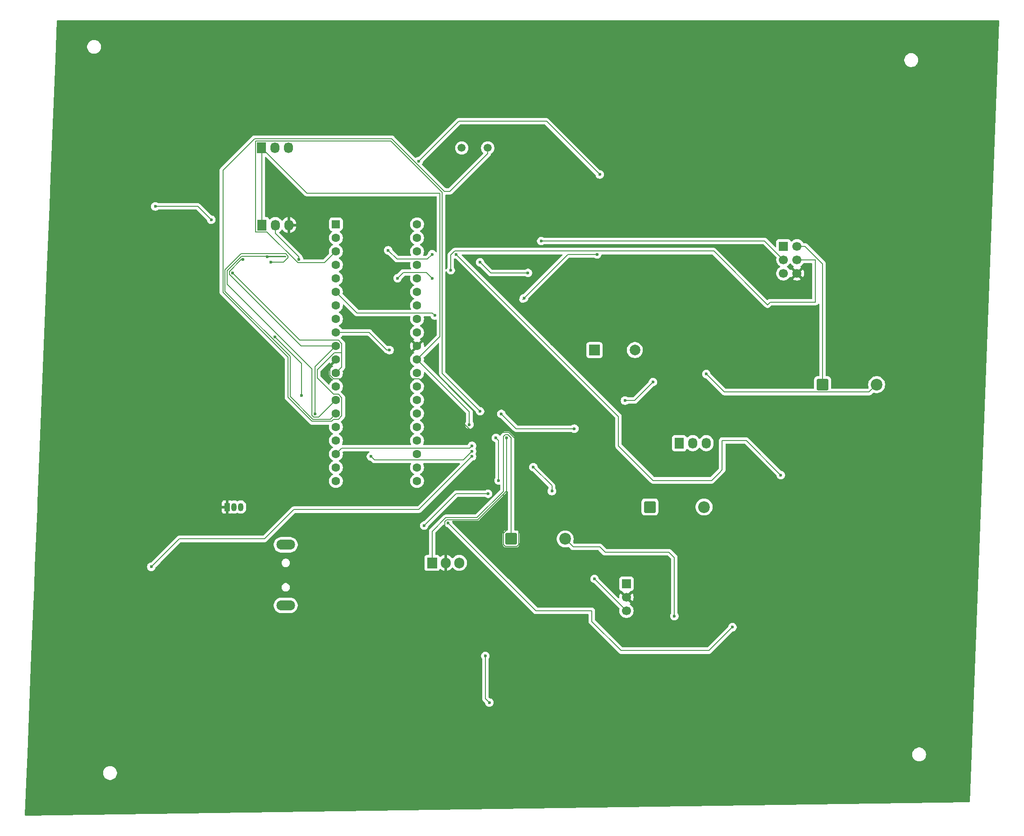
<source format=gbr>
%TF.GenerationSoftware,KiCad,Pcbnew,9.0.2*%
%TF.CreationDate,2025-05-15T00:42:05-04:00*%
%TF.ProjectId,ProjectScematic_PCBv2,50726f6a-6563-4745-9363-656d61746963,rev?*%
%TF.SameCoordinates,Original*%
%TF.FileFunction,Copper,L2,Bot*%
%TF.FilePolarity,Positive*%
%FSLAX46Y46*%
G04 Gerber Fmt 4.6, Leading zero omitted, Abs format (unit mm)*
G04 Created by KiCad (PCBNEW 9.0.2) date 2025-05-15 00:42:05*
%MOMM*%
%LPD*%
G01*
G04 APERTURE LIST*
G04 Aperture macros list*
%AMRoundRect*
0 Rectangle with rounded corners*
0 $1 Rounding radius*
0 $2 $3 $4 $5 $6 $7 $8 $9 X,Y pos of 4 corners*
0 Add a 4 corners polygon primitive as box body*
4,1,4,$2,$3,$4,$5,$6,$7,$8,$9,$2,$3,0*
0 Add four circle primitives for the rounded corners*
1,1,$1+$1,$2,$3*
1,1,$1+$1,$4,$5*
1,1,$1+$1,$6,$7*
1,1,$1+$1,$8,$9*
0 Add four rect primitives between the rounded corners*
20,1,$1+$1,$2,$3,$4,$5,0*
20,1,$1+$1,$4,$5,$6,$7,0*
20,1,$1+$1,$6,$7,$8,$9,0*
20,1,$1+$1,$8,$9,$2,$3,0*%
G04 Aperture macros list end*
%TA.AperFunction,ComponentPad*%
%ADD10RoundRect,0.249999X-0.850001X-0.850001X0.850001X-0.850001X0.850001X0.850001X-0.850001X0.850001X0*%
%TD*%
%TA.AperFunction,ComponentPad*%
%ADD11C,2.200000*%
%TD*%
%TA.AperFunction,ComponentPad*%
%ADD12R,1.700000X1.700000*%
%TD*%
%TA.AperFunction,ComponentPad*%
%ADD13C,1.700000*%
%TD*%
%TA.AperFunction,HeatsinkPad*%
%ADD14O,3.500000X1.900000*%
%TD*%
%TA.AperFunction,ComponentPad*%
%ADD15R,1.730000X2.030000*%
%TD*%
%TA.AperFunction,ComponentPad*%
%ADD16O,1.730000X2.030000*%
%TD*%
%TA.AperFunction,ComponentPad*%
%ADD17RoundRect,0.250000X-0.550000X-0.550000X0.550000X-0.550000X0.550000X0.550000X-0.550000X0.550000X0*%
%TD*%
%TA.AperFunction,ComponentPad*%
%ADD18C,1.600000*%
%TD*%
%TA.AperFunction,ComponentPad*%
%ADD19R,2.000000X2.000000*%
%TD*%
%TA.AperFunction,ComponentPad*%
%ADD20C,2.000000*%
%TD*%
%TA.AperFunction,ComponentPad*%
%ADD21R,1.905000X2.000000*%
%TD*%
%TA.AperFunction,ComponentPad*%
%ADD22O,1.905000X2.000000*%
%TD*%
%TA.AperFunction,ComponentPad*%
%ADD23R,1.050000X1.500000*%
%TD*%
%TA.AperFunction,ComponentPad*%
%ADD24O,1.050000X1.500000*%
%TD*%
%TA.AperFunction,ComponentPad*%
%ADD25C,1.500000*%
%TD*%
%TA.AperFunction,ViaPad*%
%ADD26C,0.600000*%
%TD*%
%TA.AperFunction,Conductor*%
%ADD27C,0.200000*%
%TD*%
G04 APERTURE END LIST*
D10*
%TO.P,D5,1,K*%
%TO.N,+5V*%
X140920000Y-110492500D03*
D11*
%TO.P,D5,2,A*%
%TO.N,Net-(D5-A)*%
X151080000Y-110492500D03*
%TD*%
D12*
%TO.P,J2,1,MISO*%
%TO.N,Net-(J2-MISO)*%
X166000000Y-61500000D03*
D13*
%TO.P,J2,2,VCC*%
%TO.N,+5V*%
X168540000Y-61500000D03*
%TO.P,J2,3,SCK*%
%TO.N,Net-(J2-SCK)*%
X166000000Y-64040000D03*
%TO.P,J2,4,MOSI*%
%TO.N,Net-(J2-MOSI)*%
X168540000Y-64040000D03*
%TO.P,J2,5,~{RST}*%
%TO.N,RESET*%
X166000000Y-66580000D03*
%TO.P,J2,6,GND*%
%TO.N,GND*%
X168540000Y-66580000D03*
%TD*%
D12*
%TO.P,DHT11-TEMP&HUMD1,1,Pin_1*%
%TO.N,+5V*%
X136500000Y-124920000D03*
D13*
%TO.P,DHT11-TEMP&HUMD1,2,Pin_2*%
%TO.N,GND*%
X136500000Y-127460000D03*
%TO.P,DHT11-TEMP&HUMD1,3,Pin_3*%
%TO.N,Net-(DHT11-TEMP&HUMD1-Pin_3)*%
X136500000Y-130000000D03*
%TD*%
D14*
%TO.P,J3,5,Shield*%
%TO.N,unconnected-(J3-Shield-Pad5)*%
X72500000Y-117600000D03*
X72500000Y-129000000D03*
%TD*%
D15*
%TO.P,M1,1,+*%
%TO.N,+5V*%
X146420000Y-98500000D03*
D16*
%TO.P,M1,2,-*%
%TO.N,Net-(D5-A)*%
X148960000Y-98500000D03*
%TO.P,M1,3*%
%TO.N,N/C*%
X151500000Y-98500000D03*
%TD*%
D17*
%TO.P,U1,1,PB0*%
%TO.N,Net-(D4-A)*%
X81937500Y-57362500D03*
D18*
%TO.P,U1,2,PB1*%
%TO.N,Net-(DIO3-A)*%
X81937500Y-59902500D03*
%TO.P,U1,3,PB2*%
%TO.N,Net-(U1-PB2)*%
X81937500Y-62442500D03*
%TO.P,U1,4,PB3*%
%TO.N,Net-(J2-MOSI)*%
X81937500Y-64982500D03*
%TO.P,U1,5,PB4*%
%TO.N,Net-(J2-MISO)*%
X81937500Y-67522500D03*
%TO.P,U1,6,PB5*%
%TO.N,Net-(J2-SCK)*%
X81937500Y-70062500D03*
%TO.P,U1,7,PB6*%
%TO.N,unconnected-(U1-PB6-Pad7)*%
X81937500Y-72602500D03*
%TO.P,U1,8,PB7*%
%TO.N,unconnected-(U1-PB7-Pad8)*%
X81937500Y-75142500D03*
%TO.P,U1,9,~{RESET}*%
%TO.N,Net-(U1-~{RESET})*%
X81937500Y-77682500D03*
%TO.P,U1,10,VCC*%
%TO.N,+5V*%
X81937500Y-80222500D03*
%TO.P,U1,11,GND*%
%TO.N,GND*%
X81937500Y-82762500D03*
%TO.P,U1,12,XTAL2*%
%TO.N,Net-(U1-XTAL2)*%
X81937500Y-85302500D03*
%TO.P,U1,13,XTAL1*%
%TO.N,Net-(U1-XTAL1)*%
X81937500Y-87842500D03*
%TO.P,U1,14,PD0*%
%TO.N,Net-(J1-Pin_2)*%
X81937500Y-90382500D03*
%TO.P,U1,15,PD1*%
%TO.N,Net-(J1-Pin_3)*%
X81937500Y-92922500D03*
%TO.P,U1,16,PD2*%
%TO.N,Net-(PIRSENSOR2-Pin_2)*%
X81937500Y-95462500D03*
%TO.P,U1,17,PD3*%
%TO.N,Net-(PIRSENSOR1-Pin_2)*%
X81937500Y-98002500D03*
%TO.P,U1,18,PD4*%
%TO.N,Net-(DHT11-TEMP&HUMD1-Pin_3)*%
X81937500Y-100542500D03*
%TO.P,U1,19,PD5*%
%TO.N,Net-(U1-PD5)*%
X81937500Y-103082500D03*
%TO.P,U1,20,PD6*%
%TO.N,Net-(AmbientTEMPSENSOR1-DQ)*%
X81937500Y-105622500D03*
%TO.P,U1,21,PD7*%
%TO.N,unconnected-(U1-PD7-Pad21)*%
X97177500Y-105622500D03*
%TO.P,U1,22,PC0*%
%TO.N,unconnected-(U1-PC0-Pad22)*%
X97177500Y-103082500D03*
%TO.P,U1,23,PC1*%
%TO.N,unconnected-(U1-PC1-Pad23)*%
X97177500Y-100542500D03*
%TO.P,U1,24,PC2*%
%TO.N,unconnected-(U1-PC2-Pad24)*%
X97177500Y-98002500D03*
%TO.P,U1,25,PC3*%
%TO.N,unconnected-(U1-PC3-Pad25)*%
X97177500Y-95462500D03*
%TO.P,U1,26,PC4*%
%TO.N,unconnected-(U1-PC4-Pad26)*%
X97177500Y-92922500D03*
%TO.P,U1,27,PC5*%
%TO.N,unconnected-(U1-PC5-Pad27)*%
X97177500Y-90382500D03*
%TO.P,U1,28,PC6*%
%TO.N,unconnected-(U1-PC6-Pad28)*%
X97177500Y-87842500D03*
%TO.P,U1,29,PC7*%
%TO.N,unconnected-(U1-PC7-Pad29)*%
X97177500Y-85302500D03*
%TO.P,U1,30,AVCC*%
%TO.N,+5V*%
X97177500Y-82762500D03*
%TO.P,U1,31,GND*%
%TO.N,GND*%
X97177500Y-80222500D03*
%TO.P,U1,32,AREF*%
%TO.N,unconnected-(U1-AREF-Pad32)*%
X97177500Y-77682500D03*
%TO.P,U1,33,PA7*%
%TO.N,unconnected-(U1-PA7-Pad33)*%
X97177500Y-75142500D03*
%TO.P,U1,34,PA6*%
%TO.N,unconnected-(U1-PA6-Pad34)*%
X97177500Y-72602500D03*
%TO.P,U1,35,PA5*%
%TO.N,unconnected-(U1-PA5-Pad35)*%
X97177500Y-70062500D03*
%TO.P,U1,36,PA4*%
%TO.N,unconnected-(U1-PA4-Pad36)*%
X97177500Y-67522500D03*
%TO.P,U1,37,PA3*%
%TO.N,unconnected-(U1-PA3-Pad37)*%
X97177500Y-64982500D03*
%TO.P,U1,38,PA2*%
%TO.N,unconnected-(U1-PA2-Pad38)*%
X97177500Y-62442500D03*
%TO.P,U1,39,PA1*%
%TO.N,unconnected-(U1-PA1-Pad39)*%
X97177500Y-59902500D03*
%TO.P,U1,40,PA0*%
%TO.N,unconnected-(U1-PA0-Pad40)*%
X97177500Y-57362500D03*
%TD*%
D19*
%TO.P,BZ1,1,+*%
%TO.N,+5V*%
X130500000Y-81000000D03*
D20*
%TO.P,BZ1,2,-*%
%TO.N,Net-(BZ1--)*%
X138100000Y-81000000D03*
%TD*%
D21*
%TO.P,U2,1,VI*%
%TO.N,Net-(D1-K)*%
X100000000Y-121000000D03*
D22*
%TO.P,U2,2,GND*%
%TO.N,GND*%
X102540000Y-121000000D03*
%TO.P,U2,3,VO*%
%TO.N,+5V*%
X105080000Y-121000000D03*
%TD*%
D15*
%TO.P,PIRSENSOR1,1,Pin_1*%
%TO.N,+5V*%
X68000000Y-57500000D03*
D16*
%TO.P,PIRSENSOR1,2,Pin_2*%
%TO.N,Net-(PIRSENSOR1-Pin_2)*%
X70540000Y-57500000D03*
%TO.P,PIRSENSOR1,3,Pin_3*%
%TO.N,GND*%
X73080000Y-57500000D03*
%TD*%
D23*
%TO.P,AmbientTEMPSENSOR1,1,GND*%
%TO.N,GND*%
X61500000Y-110500000D03*
D24*
%TO.P,AmbientTEMPSENSOR1,2,DQ*%
%TO.N,Net-(AmbientTEMPSENSOR1-DQ)*%
X62770000Y-110500000D03*
%TO.P,AmbientTEMPSENSOR1,3,V_{DD}*%
%TO.N,+5V*%
X64040000Y-110500000D03*
%TD*%
D10*
%TO.P,D1,1,K*%
%TO.N,Net-(D1-K)*%
X114840000Y-116500000D03*
D11*
%TO.P,D1,2,A*%
%TO.N,Net-(D1-A)*%
X125000000Y-116500000D03*
%TD*%
D25*
%TO.P,16MHz1,1,1*%
%TO.N,Net-(U1-XTAL1)*%
X105560000Y-43000000D03*
%TO.P,16MHz1,2,2*%
%TO.N,Net-(U1-XTAL2)*%
X110440000Y-43000000D03*
%TD*%
D15*
%TO.P,PIRSENSOR2,1,Pin_1*%
%TO.N,+5V*%
X67960000Y-43000000D03*
D16*
%TO.P,PIRSENSOR2,2,Pin_2*%
%TO.N,Net-(PIRSENSOR2-Pin_2)*%
X70500000Y-43000000D03*
%TO.P,PIRSENSOR2,3,Pin_3*%
%TO.N,Net-(PIRSENSOR2-Pin_3)*%
X73040000Y-43000000D03*
%TD*%
D10*
%TO.P,D3,1,K*%
%TO.N,+5V*%
X173340000Y-87500000D03*
D11*
%TO.P,D3,2,A*%
%TO.N,Net-(BZ1--)*%
X183500000Y-87500000D03*
%TD*%
D26*
%TO.N,Net-(DHT11-TEMP&HUMD1-Pin_3)*%
X130500000Y-124000000D03*
X122500000Y-107500000D03*
X119000000Y-103000000D03*
X112500000Y-105500000D03*
X112000000Y-97500000D03*
%TO.N,Net-(U1-~{RESET})*%
X92000000Y-81000000D03*
X117250000Y-71250000D03*
X131000000Y-63000000D03*
%TO.N,Net-(J2-SCK)*%
X100500000Y-74500000D03*
X109000000Y-64500000D03*
X118000000Y-66500000D03*
X120500000Y-60500000D03*
%TO.N,Net-(J2-MISO)*%
X58500000Y-56500000D03*
X48000000Y-54000000D03*
%TO.N,Net-(BZ1--)*%
X151500000Y-85500000D03*
%TO.N,Net-(J2-MOSI)*%
X103500000Y-66000000D03*
X100000000Y-67500000D03*
X93500000Y-67500000D03*
%TO.N,Net-(U1-PB2)*%
X109000000Y-92500000D03*
%TO.N,Net-(Q1-B)*%
X113000000Y-93000000D03*
X126726035Y-95773966D03*
X136239961Y-90500000D03*
X141500000Y-87000000D03*
%TO.N,Net-(DIO3-A)*%
X165500000Y-104500000D03*
X104500000Y-63000000D03*
X100000000Y-63000000D03*
X91749971Y-62249972D03*
%TO.N,Net-(J1-Pin_3)*%
X69672266Y-64500000D03*
%TO.N,Net-(J1-Pin_2)*%
X69000000Y-63500000D03*
%TO.N,Net-(PIRSENSOR1-Pin_2)*%
X75000000Y-64000000D03*
X70500000Y-78500000D03*
X75500000Y-89500000D03*
X88500000Y-101000000D03*
X107500000Y-100000000D03*
%TO.N,Net-(DHT11-TEMP&HUMD1-Pin_3)*%
X107500000Y-99000000D03*
%TO.N,GND*%
X141000000Y-116000000D03*
%TO.N,Net-(D4-A)*%
X131500000Y-48000000D03*
X97500000Y-45500000D03*
%TO.N,Net-(PIRSENSOR2-Pin_3)*%
X107500000Y-101000000D03*
X47250000Y-121750000D03*
%TO.N,Net-(D1-A)*%
X145500000Y-131000000D03*
%TO.N,Net-(D1-K)*%
X110000000Y-138500000D03*
X110750000Y-147250000D03*
%TO.N,GND*%
X108000000Y-132000000D03*
X114000000Y-97500000D03*
%TO.N,Net-(U1-PD5)*%
X156416051Y-133083949D03*
X103000000Y-113500000D03*
%TO.N,Net-(AmbientTEMPSENSOR1-DQ)*%
X110500000Y-108000000D03*
X98500000Y-114000000D03*
%TO.N,+5V*%
X107000000Y-95000000D03*
X64500000Y-64000000D03*
%TO.N,Net-(U1-XTAL2)*%
X62500000Y-66500000D03*
%TO.N,GND*%
X70000000Y-90000000D03*
X71000000Y-84000000D03*
%TO.N,+5V*%
X78000000Y-93000000D03*
%TD*%
D27*
%TO.N,Net-(DHT11-TEMP&HUMD1-Pin_3)*%
X130500000Y-124000000D02*
X136500000Y-130000000D01*
X122500000Y-106500000D02*
X122500000Y-107500000D01*
X119000000Y-103000000D02*
X122500000Y-106500000D01*
X112500000Y-98000000D02*
X112500000Y-105500000D01*
X112000000Y-97500000D02*
X112500000Y-98000000D01*
%TO.N,Net-(U1-~{RESET})*%
X88182500Y-77682500D02*
X81937500Y-77682500D01*
X91500000Y-81000000D02*
X88182500Y-77682500D01*
X92000000Y-81000000D02*
X91500000Y-81000000D01*
X117250000Y-71250000D02*
X117000000Y-71500000D01*
X125500000Y-63000000D02*
X117250000Y-71250000D01*
X131000000Y-63000000D02*
X125500000Y-63000000D01*
%TO.N,Net-(J2-SCK)*%
X85916500Y-74041500D02*
X81937500Y-70062500D01*
X100041500Y-74041500D02*
X85916500Y-74041500D01*
X100500000Y-74500000D02*
X100041500Y-74041500D01*
X111000000Y-66500000D02*
X109000000Y-64500000D01*
X118000000Y-66500000D02*
X111000000Y-66500000D01*
X162460000Y-60500000D02*
X120500000Y-60500000D01*
X166000000Y-64040000D02*
X162460000Y-60500000D01*
%TO.N,Net-(J2-MISO)*%
X56000000Y-54000000D02*
X58500000Y-56500000D01*
X48000000Y-54000000D02*
X56000000Y-54000000D01*
%TO.N,Net-(BZ1--)*%
X154901000Y-88901000D02*
X151500000Y-85500000D01*
X182099000Y-88901000D02*
X154901000Y-88901000D01*
X183500000Y-87500000D02*
X182099000Y-88901000D01*
%TO.N,+5V*%
X173340000Y-64772900D02*
X173340000Y-87500000D01*
X170067100Y-61500000D02*
X173340000Y-64772900D01*
X168540000Y-61500000D02*
X170067100Y-61500000D01*
%TO.N,Net-(J2-MOSI)*%
X171960000Y-64040000D02*
X168540000Y-64040000D01*
X172000000Y-64000000D02*
X171960000Y-64040000D01*
X163000000Y-72500000D02*
X163500000Y-72000000D01*
X172000000Y-72000000D02*
X172000000Y-64000000D01*
X152899000Y-62399000D02*
X163000000Y-72500000D01*
X104251057Y-62399000D02*
X152899000Y-62399000D01*
X163500000Y-72000000D02*
X172000000Y-72000000D01*
X103500000Y-63150057D02*
X104251057Y-62399000D01*
X103500000Y-66000000D02*
X103500000Y-63150057D01*
X98921500Y-66421500D02*
X100000000Y-67500000D01*
X94578500Y-66421500D02*
X98921500Y-66421500D01*
X93500000Y-67500000D02*
X94578500Y-66421500D01*
%TO.N,Net-(U1-XTAL2)*%
X81642950Y-81500000D02*
X83038500Y-81500000D01*
X78401000Y-84741950D02*
X81642950Y-81500000D01*
X78401000Y-86201050D02*
X78401000Y-84741950D01*
X81481450Y-89281500D02*
X78401000Y-86201050D01*
X82393550Y-89281500D02*
X81481450Y-89281500D01*
X83038500Y-89926450D02*
X82393550Y-89281500D01*
X83038500Y-93378550D02*
X83038500Y-89926450D01*
X81481450Y-94023500D02*
X82393550Y-94023500D01*
X81101950Y-94403000D02*
X81481450Y-94023500D01*
X82393550Y-94023500D02*
X83038500Y-93378550D01*
X77418857Y-94403000D02*
X81101950Y-94403000D01*
X72924028Y-89908171D02*
X77418857Y-94403000D01*
X72924028Y-82341071D02*
X72924028Y-89908171D01*
X60696000Y-70113043D02*
X72924028Y-82341071D01*
X60696000Y-47214900D02*
X60696000Y-70113043D01*
X66627900Y-41283000D02*
X60696000Y-47214900D01*
X92417200Y-41283000D02*
X66627900Y-41283000D01*
X102287100Y-51152900D02*
X92417200Y-41283000D01*
X103347760Y-51152900D02*
X102287100Y-51152900D01*
X110440000Y-44060660D02*
X103347760Y-51152900D01*
X110440000Y-43000000D02*
X110440000Y-44060660D01*
X83038500Y-81500000D02*
X83038500Y-84201500D01*
%TO.N,Net-(U1-PB2)*%
X79779000Y-64601000D02*
X81937500Y-62442500D01*
X74751057Y-64601000D02*
X79779000Y-64601000D01*
X68966057Y-58816000D02*
X74751057Y-64601000D01*
X66834000Y-58816000D02*
X68966057Y-58816000D01*
X66794000Y-58776000D02*
X66834000Y-58816000D01*
X66794000Y-41684000D02*
X66794000Y-58776000D01*
X92251100Y-41684000D02*
X66794000Y-41684000D01*
X101901000Y-51333900D02*
X92251100Y-41684000D01*
X101901000Y-85401000D02*
X101901000Y-51333900D01*
X109000000Y-92500000D02*
X101901000Y-85401000D01*
%TO.N,Net-(Q1-B)*%
X115773966Y-95773966D02*
X126726035Y-95773966D01*
X113000000Y-93000000D02*
X115773966Y-95773966D01*
X138000000Y-90500000D02*
X136239961Y-90500000D01*
X141500000Y-87000000D02*
X138000000Y-90500000D01*
%TO.N,Net-(DIO3-A)*%
X154000000Y-104000000D02*
X154500000Y-103500000D01*
X149500000Y-105500000D02*
X152500000Y-105500000D01*
X141500000Y-105500000D02*
X149500000Y-105500000D01*
X154500000Y-103500000D02*
X154500000Y-98000000D01*
X159000000Y-98000000D02*
X165500000Y-104500000D01*
X152500000Y-105500000D02*
X154000000Y-104000000D01*
X135000000Y-93500000D02*
X135000000Y-99000000D01*
X154500000Y-98000000D02*
X159000000Y-98000000D01*
X104500000Y-63000000D02*
X135000000Y-93500000D01*
X135000000Y-99000000D02*
X141500000Y-105500000D01*
X99118500Y-63881500D02*
X100000000Y-63000000D01*
X93381499Y-63881500D02*
X99118500Y-63881500D01*
X91749971Y-62249972D02*
X93381499Y-63881500D01*
%TO.N,Net-(J1-Pin_3)*%
X70000000Y-64500000D02*
X69672266Y-64500000D01*
X72067100Y-64500000D02*
X70000000Y-64500000D01*
X72901000Y-63666100D02*
X72067100Y-64500000D01*
X72466100Y-62899000D02*
X72901000Y-63333900D01*
X73325028Y-82174971D02*
X61097000Y-69946943D01*
X64116857Y-62899000D02*
X72466100Y-62899000D01*
X72901000Y-63333900D02*
X72901000Y-63666100D01*
X61097000Y-65918857D02*
X64116857Y-62899000D01*
X61097000Y-69946943D02*
X61097000Y-65918857D01*
X73325028Y-89742071D02*
X73325028Y-82174971D01*
X77584957Y-94002000D02*
X73325028Y-89742071D01*
X80858000Y-94002000D02*
X77584957Y-94002000D01*
X81937500Y-92922500D02*
X80858000Y-94002000D01*
%TO.N,Net-(J1-Pin_2)*%
X78719000Y-93601000D02*
X81937500Y-90382500D01*
X77751057Y-93601000D02*
X78719000Y-93601000D01*
X77399000Y-93248943D02*
X77751057Y-93601000D01*
X77399000Y-84549057D02*
X77399000Y-93248943D01*
X61498000Y-68648057D02*
X77399000Y-84549057D01*
X61498000Y-66084957D02*
X61498000Y-68648057D01*
X64183957Y-63399000D02*
X61498000Y-66084957D01*
X72399000Y-63399000D02*
X64183957Y-63399000D01*
X72500000Y-63500000D02*
X72399000Y-63399000D01*
X69000000Y-63500000D02*
X72500000Y-63500000D01*
%TO.N,Net-(PIRSENSOR1-Pin_2)*%
X70540000Y-59040000D02*
X70540000Y-57500000D01*
X75000000Y-63500000D02*
X70540000Y-59040000D01*
X75000000Y-64000000D02*
X75000000Y-63500000D01*
X75500000Y-83500000D02*
X70500000Y-78500000D01*
X75500000Y-89500000D02*
X75500000Y-83500000D01*
X89143500Y-101643500D02*
X88500000Y-101000000D01*
X105856500Y-101643500D02*
X89143500Y-101643500D01*
X107500000Y-100000000D02*
X105856500Y-101643500D01*
%TO.N,Net-(DHT11-TEMP&HUMD1-Pin_3)*%
X107058500Y-99441500D02*
X83038500Y-99441500D01*
X107500000Y-99000000D02*
X107058500Y-99441500D01*
X83038500Y-99441500D02*
X81937500Y-100542500D01*
%TO.N,GND*%
X113439000Y-108061000D02*
X114000000Y-107500000D01*
X115925160Y-117901000D02*
X113754840Y-117901000D01*
X126326160Y-107500000D02*
X115925160Y-117901000D01*
X113439000Y-117585160D02*
X113439000Y-108061000D01*
X141000000Y-116000000D02*
X132500000Y-107500000D01*
X132500000Y-107500000D02*
X126326160Y-107500000D01*
X113754840Y-117901000D02*
X113439000Y-117585160D01*
X114000000Y-114853840D02*
X114000000Y-97500000D01*
X113439000Y-115414840D02*
X114000000Y-114853840D01*
X113439000Y-117585160D02*
X113439000Y-115414840D01*
X116241000Y-117585160D02*
X115925160Y-117901000D01*
X116241000Y-98323957D02*
X116241000Y-117585160D01*
X114415043Y-96498000D02*
X116241000Y-98323957D01*
X107648057Y-96498000D02*
X114415043Y-96498000D01*
X97553557Y-86403500D02*
X107648057Y-96498000D01*
X90996500Y-86403500D02*
X97553557Y-86403500D01*
X81481450Y-86403500D02*
X80836500Y-85758550D01*
X90996500Y-86403500D02*
X81481450Y-86403500D01*
X80836500Y-85758550D02*
X80836500Y-83863500D01*
X80836500Y-83863500D02*
X81937500Y-82762500D01*
X97177500Y-80222500D02*
X90996500Y-86403500D01*
%TO.N,Net-(D4-A)*%
X115000000Y-38000000D02*
X121500000Y-38000000D01*
X105000000Y-38000000D02*
X115000000Y-38000000D01*
X121500000Y-38000000D02*
X131500000Y-48000000D01*
X97500000Y-45500000D02*
X105000000Y-38000000D01*
%TO.N,Net-(PIRSENSOR2-Pin_3)*%
X97500000Y-111000000D02*
X107500000Y-101000000D01*
X74000000Y-111000000D02*
X78500000Y-111000000D01*
X68500000Y-116500000D02*
X71000000Y-114000000D01*
X71000000Y-114000000D02*
X74000000Y-111000000D01*
X78500000Y-111000000D02*
X97500000Y-111000000D01*
X52500000Y-116500000D02*
X64000000Y-116500000D01*
X64000000Y-116500000D02*
X68500000Y-116500000D01*
X47250000Y-121750000D02*
X52500000Y-116500000D01*
%TO.N,Net-(D1-A)*%
X126500000Y-118000000D02*
X125000000Y-116500000D01*
X131500000Y-118000000D02*
X126500000Y-118000000D01*
X132500000Y-119000000D02*
X131500000Y-118000000D01*
X144500000Y-119000000D02*
X132500000Y-119000000D01*
X145500000Y-120000000D02*
X144500000Y-119000000D01*
X145500000Y-131000000D02*
X145500000Y-120000000D01*
%TO.N,Net-(D1-K)*%
X110000000Y-146500000D02*
X110000000Y-138500000D01*
X110750000Y-147250000D02*
X110000000Y-146500000D01*
%TO.N,GND*%
X102540000Y-126540000D02*
X108000000Y-132000000D01*
X102540000Y-121000000D02*
X102540000Y-126540000D01*
%TO.N,Net-(D1-K)*%
X114248943Y-96899000D02*
X114840000Y-97490057D01*
X113751057Y-96899000D02*
X114248943Y-96899000D01*
X113399000Y-97251057D02*
X113751057Y-96899000D01*
X113399000Y-107533900D02*
X113399000Y-97251057D01*
X114840000Y-97490057D02*
X114840000Y-116500000D01*
X108434900Y-112498000D02*
X113399000Y-107533900D01*
X102584957Y-112498000D02*
X108434900Y-112498000D01*
X100000000Y-115082957D02*
X102584957Y-112498000D01*
X100000000Y-121000000D02*
X100000000Y-115082957D01*
%TO.N,GND*%
X102399000Y-113251057D02*
X102399000Y-120859000D01*
X102751057Y-112899000D02*
X102399000Y-113251057D01*
X114000000Y-107500000D02*
X108601000Y-112899000D01*
X114000000Y-97500000D02*
X114000000Y-107500000D01*
X108601000Y-112899000D02*
X102751057Y-112899000D01*
X102399000Y-120859000D02*
X102540000Y-121000000D01*
%TO.N,Net-(U1-PD5)*%
X152000000Y-137500000D02*
X156416051Y-133083949D01*
X135500000Y-137500000D02*
X152000000Y-137500000D01*
X130000000Y-132000000D02*
X135500000Y-137500000D01*
X130000000Y-130000000D02*
X130000000Y-132000000D01*
X119500000Y-130000000D02*
X130000000Y-130000000D01*
X103000000Y-113500000D02*
X119500000Y-130000000D01*
%TO.N,Net-(AmbientTEMPSENSOR1-DQ)*%
X104500000Y-108000000D02*
X110500000Y-108000000D01*
X98500000Y-114000000D02*
X104500000Y-108000000D01*
%TO.N,+5V*%
X107000000Y-92585000D02*
X107000000Y-95000000D01*
X97177500Y-82762500D02*
X107000000Y-92585000D01*
X101500000Y-78440000D02*
X97177500Y-82762500D01*
X101500000Y-51500000D02*
X101500000Y-78440000D01*
X76460000Y-51500000D02*
X101500000Y-51500000D01*
X67960000Y-43000000D02*
X76460000Y-51500000D01*
X68000000Y-57500000D02*
X68000000Y-43040000D01*
X68000000Y-43040000D02*
X67960000Y-43000000D01*
X75372557Y-80222500D02*
X81937500Y-80222500D01*
X61899000Y-66748943D02*
X75372557Y-80222500D01*
X61899000Y-66251057D02*
X61899000Y-66748943D01*
X64150057Y-64000000D02*
X61899000Y-66251057D01*
X64500000Y-64000000D02*
X64150057Y-64000000D01*
%TO.N,Net-(U1-XTAL2)*%
X83038500Y-84201500D02*
X81937500Y-85302500D01*
X82393550Y-79121500D02*
X83038500Y-79766450D01*
X75121500Y-79121500D02*
X82393550Y-79121500D01*
X62500000Y-66500000D02*
X75121500Y-79121500D01*
X83038500Y-79766450D02*
X83038500Y-81500000D01*
%TO.N,GND*%
X71000000Y-89000000D02*
X70000000Y-90000000D01*
X71000000Y-84000000D02*
X71000000Y-89000000D01*
%TO.N,+5V*%
X78000000Y-84160000D02*
X81937500Y-80222500D01*
X78000000Y-93000000D02*
X78000000Y-84160000D01*
%TD*%
%TA.AperFunction,Conductor*%
%TO.N,GND*%
G36*
X83443203Y-72417884D02*
G01*
X83449679Y-72423914D01*
X85547784Y-74522020D01*
X85547786Y-74522021D01*
X85547790Y-74522024D01*
X85684709Y-74601073D01*
X85684716Y-74601077D01*
X85837443Y-74642001D01*
X85837445Y-74642001D01*
X86003154Y-74642001D01*
X86003170Y-74642000D01*
X95802024Y-74642000D01*
X95869063Y-74661685D01*
X95914818Y-74714489D01*
X95924762Y-74783647D01*
X95919955Y-74804317D01*
X95909024Y-74837957D01*
X95909023Y-74837964D01*
X95877000Y-75040148D01*
X95877000Y-75244851D01*
X95909022Y-75447034D01*
X95972281Y-75641723D01*
X96065215Y-75824113D01*
X96185528Y-75989713D01*
X96330286Y-76134471D01*
X96485249Y-76247056D01*
X96495890Y-76254787D01*
X96587340Y-76301383D01*
X96588580Y-76302015D01*
X96639376Y-76349990D01*
X96656171Y-76417811D01*
X96633634Y-76483946D01*
X96588580Y-76522985D01*
X96495886Y-76570215D01*
X96330286Y-76690528D01*
X96185528Y-76835286D01*
X96065215Y-77000886D01*
X95972281Y-77183276D01*
X95909022Y-77377965D01*
X95877000Y-77580148D01*
X95877000Y-77784851D01*
X95909022Y-77987034D01*
X95972281Y-78181723D01*
X96065215Y-78364113D01*
X96185528Y-78529713D01*
X96330286Y-78674471D01*
X96495885Y-78794784D01*
X96495887Y-78794785D01*
X96495890Y-78794787D01*
X96589130Y-78842295D01*
X96639926Y-78890270D01*
X96656721Y-78958091D01*
X96634184Y-79024225D01*
X96589130Y-79063265D01*
X96496144Y-79110643D01*
X96451577Y-79143023D01*
X96451577Y-79143024D01*
X97131054Y-79822500D01*
X97124839Y-79822500D01*
X97023106Y-79849759D01*
X96931894Y-79902420D01*
X96857420Y-79976894D01*
X96804759Y-80068106D01*
X96777500Y-80169839D01*
X96777500Y-80176053D01*
X96098024Y-79496577D01*
X96098023Y-79496577D01*
X96065643Y-79541144D01*
X95972744Y-79723468D01*
X95909509Y-79918082D01*
X95877500Y-80120182D01*
X95877500Y-80324817D01*
X95909509Y-80526917D01*
X95972744Y-80721531D01*
X96065641Y-80903850D01*
X96065647Y-80903859D01*
X96098023Y-80948421D01*
X96098024Y-80948422D01*
X96777500Y-80268946D01*
X96777500Y-80275161D01*
X96804759Y-80376894D01*
X96857420Y-80468106D01*
X96931894Y-80542580D01*
X97023106Y-80595241D01*
X97124839Y-80622500D01*
X97131053Y-80622500D01*
X96451576Y-81301974D01*
X96496152Y-81334361D01*
X96589128Y-81381734D01*
X96639925Y-81429708D01*
X96656720Y-81497529D01*
X96634183Y-81563664D01*
X96589130Y-81602703D01*
X96495888Y-81650213D01*
X96330286Y-81770528D01*
X96185528Y-81915286D01*
X96065215Y-82080886D01*
X95972281Y-82263276D01*
X95909022Y-82457965D01*
X95877000Y-82660148D01*
X95877000Y-82864851D01*
X95909022Y-83067034D01*
X95972281Y-83261723D01*
X96018447Y-83352327D01*
X96065085Y-83443859D01*
X96065215Y-83444113D01*
X96185528Y-83609713D01*
X96330286Y-83754471D01*
X96450726Y-83841974D01*
X96495890Y-83874787D01*
X96587340Y-83921383D01*
X96588580Y-83922015D01*
X96639376Y-83969990D01*
X96656171Y-84037811D01*
X96633634Y-84103946D01*
X96588580Y-84142985D01*
X96495886Y-84190215D01*
X96330286Y-84310528D01*
X96330282Y-84310532D01*
X96185534Y-84455281D01*
X96185531Y-84455284D01*
X96065215Y-84620886D01*
X95972281Y-84803276D01*
X95909022Y-84997965D01*
X95877000Y-85200148D01*
X95877000Y-85404851D01*
X95909022Y-85607034D01*
X95972281Y-85801723D01*
X96036191Y-85927153D01*
X96055571Y-85965187D01*
X96065215Y-85984113D01*
X96185528Y-86149713D01*
X96330286Y-86294471D01*
X96485249Y-86407056D01*
X96495890Y-86414787D01*
X96587340Y-86461383D01*
X96588580Y-86462015D01*
X96639376Y-86509990D01*
X96656171Y-86577811D01*
X96633634Y-86643946D01*
X96588580Y-86682985D01*
X96495886Y-86730215D01*
X96330286Y-86850528D01*
X96185528Y-86995286D01*
X96065215Y-87160886D01*
X95972281Y-87343276D01*
X95909022Y-87537965D01*
X95877000Y-87740148D01*
X95877000Y-87944851D01*
X95909022Y-88147034D01*
X95972281Y-88341723D01*
X96065215Y-88524113D01*
X96185528Y-88689713D01*
X96330286Y-88834471D01*
X96448331Y-88920234D01*
X96495890Y-88954787D01*
X96582023Y-88998674D01*
X96588580Y-89002015D01*
X96639376Y-89049990D01*
X96656171Y-89117811D01*
X96633634Y-89183946D01*
X96588580Y-89222985D01*
X96495886Y-89270215D01*
X96330286Y-89390528D01*
X96185528Y-89535286D01*
X96065215Y-89700886D01*
X95972281Y-89883276D01*
X95909022Y-90077965D01*
X95877000Y-90280148D01*
X95877000Y-90484851D01*
X95909022Y-90687034D01*
X95972281Y-90881723D01*
X96036191Y-91007153D01*
X96062903Y-91059577D01*
X96065215Y-91064113D01*
X96185528Y-91229713D01*
X96330286Y-91374471D01*
X96485249Y-91487056D01*
X96495890Y-91494787D01*
X96587340Y-91541383D01*
X96588580Y-91542015D01*
X96639376Y-91589990D01*
X96656171Y-91657811D01*
X96633634Y-91723946D01*
X96588580Y-91762985D01*
X96495886Y-91810215D01*
X96330286Y-91930528D01*
X96185528Y-92075286D01*
X96065215Y-92240886D01*
X95972281Y-92423276D01*
X95909022Y-92617965D01*
X95877000Y-92820148D01*
X95877000Y-93024851D01*
X95909022Y-93227034D01*
X95972281Y-93421723D01*
X96017410Y-93510292D01*
X96052448Y-93579058D01*
X96065215Y-93604113D01*
X96185528Y-93769713D01*
X96330286Y-93914471D01*
X96485249Y-94027056D01*
X96495890Y-94034787D01*
X96587340Y-94081383D01*
X96588580Y-94082015D01*
X96639376Y-94129990D01*
X96656171Y-94197811D01*
X96633634Y-94263946D01*
X96588580Y-94302985D01*
X96495886Y-94350215D01*
X96330286Y-94470528D01*
X96185528Y-94615286D01*
X96065215Y-94780886D01*
X95972281Y-94963276D01*
X95909022Y-95157965D01*
X95877000Y-95360148D01*
X95877000Y-95564851D01*
X95909022Y-95767034D01*
X95972281Y-95961723D01*
X96036191Y-96087153D01*
X96064485Y-96142682D01*
X96065215Y-96144113D01*
X96185528Y-96309713D01*
X96330286Y-96454471D01*
X96485249Y-96567056D01*
X96495890Y-96574787D01*
X96587340Y-96621383D01*
X96588580Y-96622015D01*
X96639376Y-96669990D01*
X96656171Y-96737811D01*
X96633634Y-96803946D01*
X96588580Y-96842985D01*
X96495886Y-96890215D01*
X96330286Y-97010528D01*
X96185528Y-97155286D01*
X96065215Y-97320886D01*
X95972281Y-97503276D01*
X95909022Y-97697965D01*
X95877000Y-97900148D01*
X95877000Y-98104851D01*
X95909022Y-98307034D01*
X95972281Y-98501723D01*
X96053288Y-98660705D01*
X96066184Y-98729374D01*
X96039908Y-98794114D01*
X95982802Y-98834372D01*
X95942803Y-98841000D01*
X83172197Y-98841000D01*
X83105158Y-98821315D01*
X83059403Y-98768511D01*
X83049459Y-98699353D01*
X83061712Y-98660705D01*
X83086679Y-98611706D01*
X83142720Y-98501719D01*
X83205977Y-98307034D01*
X83238000Y-98104852D01*
X83238000Y-97900148D01*
X83211605Y-97733497D01*
X83205977Y-97697965D01*
X83167356Y-97579103D01*
X83142720Y-97503281D01*
X83142718Y-97503278D01*
X83142718Y-97503276D01*
X83108676Y-97436466D01*
X83049787Y-97320890D01*
X83010273Y-97266503D01*
X82929471Y-97155286D01*
X82784713Y-97010528D01*
X82619114Y-96890215D01*
X82595553Y-96878210D01*
X82526417Y-96842983D01*
X82475623Y-96795011D01*
X82458828Y-96727190D01*
X82481365Y-96661055D01*
X82526417Y-96622016D01*
X82619110Y-96574787D01*
X82640270Y-96559413D01*
X82784713Y-96454471D01*
X82784715Y-96454468D01*
X82784719Y-96454466D01*
X82929466Y-96309719D01*
X82929468Y-96309715D01*
X82929471Y-96309713D01*
X83043218Y-96153151D01*
X83049787Y-96144110D01*
X83142720Y-95961719D01*
X83205977Y-95767034D01*
X83238000Y-95564852D01*
X83238000Y-95360148D01*
X83205977Y-95157966D01*
X83205975Y-95157961D01*
X83155788Y-95003500D01*
X83142720Y-94963281D01*
X83142718Y-94963278D01*
X83142718Y-94963276D01*
X83102080Y-94883520D01*
X83049787Y-94780890D01*
X83039331Y-94766498D01*
X82929471Y-94615286D01*
X82877916Y-94563731D01*
X82873582Y-94555794D01*
X82866342Y-94550376D01*
X82857099Y-94525608D01*
X82844431Y-94502408D01*
X82845076Y-94493388D01*
X82841914Y-94484915D01*
X82847529Y-94459081D01*
X82849415Y-94432716D01*
X82855226Y-94423671D01*
X82856755Y-94416640D01*
X82877859Y-94388449D01*
X82877902Y-94388383D01*
X82881085Y-94385198D01*
X82884272Y-94382012D01*
X82884275Y-94382010D01*
X82884279Y-94382005D01*
X83397006Y-93869278D01*
X83397011Y-93869274D01*
X83407214Y-93859070D01*
X83407216Y-93859070D01*
X83519020Y-93747266D01*
X83584827Y-93633284D01*
X83598077Y-93610335D01*
X83639001Y-93457607D01*
X83639001Y-93299493D01*
X83639001Y-93291898D01*
X83639000Y-93291880D01*
X83639000Y-90015509D01*
X83639001Y-90015496D01*
X83639001Y-89847395D01*
X83639001Y-89847393D01*
X83598077Y-89694665D01*
X83569139Y-89644545D01*
X83519020Y-89557734D01*
X83407216Y-89445930D01*
X83407215Y-89445929D01*
X83402885Y-89441599D01*
X83402874Y-89441589D01*
X82881140Y-88919855D01*
X82877902Y-88916617D01*
X82868365Y-88899144D01*
X82865647Y-88900957D01*
X82865645Y-88900954D01*
X82868363Y-88899141D01*
X82860500Y-88884736D01*
X82844431Y-88855307D01*
X82844431Y-88855296D01*
X82844427Y-88855288D01*
X82846844Y-88821556D01*
X82849415Y-88785615D01*
X82849421Y-88785605D01*
X82849422Y-88785597D01*
X82849454Y-88785553D01*
X82877915Y-88741268D01*
X82929466Y-88689719D01*
X82929468Y-88689715D01*
X82929471Y-88689713D01*
X82982232Y-88617090D01*
X83049787Y-88524110D01*
X83142720Y-88341719D01*
X83205977Y-88147034D01*
X83238000Y-87944852D01*
X83238000Y-87740148D01*
X83233128Y-87709390D01*
X83205977Y-87537965D01*
X83154384Y-87379179D01*
X83142720Y-87343281D01*
X83142718Y-87343277D01*
X83142718Y-87343276D01*
X83086778Y-87233489D01*
X83049787Y-87160890D01*
X83023867Y-87125214D01*
X82929471Y-86995286D01*
X82784713Y-86850528D01*
X82619114Y-86730215D01*
X82612506Y-86726848D01*
X82526417Y-86682983D01*
X82475623Y-86635011D01*
X82458828Y-86567190D01*
X82481365Y-86501055D01*
X82526417Y-86462016D01*
X82619110Y-86414787D01*
X82669453Y-86378211D01*
X82784713Y-86294471D01*
X82784715Y-86294468D01*
X82784719Y-86294466D01*
X82929466Y-86149719D01*
X82929468Y-86149715D01*
X82929471Y-86149713D01*
X82996620Y-86057289D01*
X83049787Y-85984110D01*
X83142720Y-85801719D01*
X83205977Y-85607034D01*
X83238000Y-85404852D01*
X83238000Y-85200148D01*
X83205977Y-84997966D01*
X83201325Y-84983651D01*
X83200891Y-84968440D01*
X83195574Y-84954183D01*
X83199914Y-84934228D01*
X83199332Y-84913812D01*
X83207420Y-84899725D01*
X83210426Y-84885910D01*
X83231574Y-84857659D01*
X83397006Y-84692228D01*
X83397011Y-84692224D01*
X83407214Y-84682020D01*
X83407216Y-84682020D01*
X83519020Y-84570216D01*
X83585377Y-84455281D01*
X83598077Y-84433285D01*
X83639000Y-84280557D01*
X83639000Y-84122443D01*
X83639000Y-81420943D01*
X83639000Y-81420942D01*
X83639000Y-79855509D01*
X83639001Y-79855496D01*
X83639001Y-79687395D01*
X83639001Y-79687393D01*
X83598077Y-79534665D01*
X83569139Y-79484545D01*
X83519020Y-79397734D01*
X83407216Y-79285930D01*
X83407215Y-79285929D01*
X83402885Y-79281599D01*
X83402874Y-79281589D01*
X82881140Y-78759855D01*
X82877902Y-78756617D01*
X82868365Y-78739144D01*
X82865647Y-78740957D01*
X82865645Y-78740954D01*
X82868363Y-78739141D01*
X82860500Y-78724736D01*
X82844431Y-78695307D01*
X82844431Y-78695296D01*
X82844427Y-78695288D01*
X82846844Y-78661556D01*
X82849415Y-78625615D01*
X82849421Y-78625605D01*
X82849422Y-78625597D01*
X82849454Y-78625553D01*
X82877915Y-78581268D01*
X82929466Y-78529719D01*
X82929468Y-78529715D01*
X82929471Y-78529713D01*
X83049784Y-78364114D01*
X83049785Y-78364113D01*
X83049787Y-78364110D01*
X83056617Y-78350704D01*
X83104591Y-78299909D01*
X83167102Y-78283000D01*
X87882403Y-78283000D01*
X87949442Y-78302685D01*
X87970084Y-78319319D01*
X91015139Y-81364374D01*
X91015149Y-81364385D01*
X91019479Y-81368715D01*
X91019480Y-81368716D01*
X91131284Y-81480520D01*
X91131286Y-81480521D01*
X91131290Y-81480524D01*
X91203395Y-81522153D01*
X91268216Y-81559577D01*
X91380019Y-81589534D01*
X91420942Y-81600500D01*
X91420943Y-81600500D01*
X91433122Y-81600500D01*
X91445730Y-81603149D01*
X91465619Y-81613826D01*
X91487273Y-81620185D01*
X91489125Y-81621398D01*
X91620814Y-81709390D01*
X91620827Y-81709397D01*
X91766498Y-81769735D01*
X91766503Y-81769737D01*
X91921153Y-81800499D01*
X91921156Y-81800500D01*
X91921158Y-81800500D01*
X92078844Y-81800500D01*
X92078845Y-81800499D01*
X92233497Y-81769737D01*
X92379179Y-81709394D01*
X92510289Y-81621789D01*
X92621789Y-81510289D01*
X92709394Y-81379179D01*
X92769737Y-81233497D01*
X92800500Y-81078842D01*
X92800500Y-80921158D01*
X92800500Y-80921155D01*
X92800499Y-80921153D01*
X92792691Y-80881902D01*
X92769737Y-80766503D01*
X92764202Y-80753141D01*
X92709397Y-80620827D01*
X92709390Y-80620814D01*
X92621789Y-80489711D01*
X92621786Y-80489707D01*
X92510292Y-80378213D01*
X92510288Y-80378210D01*
X92379185Y-80290609D01*
X92379172Y-80290602D01*
X92233502Y-80230264D01*
X92233489Y-80230261D01*
X92078845Y-80199500D01*
X92078842Y-80199500D01*
X91921158Y-80199500D01*
X91921155Y-80199500D01*
X91766511Y-80230260D01*
X91766502Y-80230263D01*
X91710814Y-80253329D01*
X91641345Y-80260796D01*
X91578866Y-80229520D01*
X91575683Y-80226448D01*
X88670090Y-77320855D01*
X88670088Y-77320852D01*
X88551217Y-77201981D01*
X88551216Y-77201980D01*
X88464404Y-77151860D01*
X88464404Y-77151859D01*
X88464400Y-77151858D01*
X88414285Y-77122923D01*
X88261557Y-77081999D01*
X88103443Y-77081999D01*
X88095847Y-77081999D01*
X88095831Y-77082000D01*
X83167102Y-77082000D01*
X83100063Y-77062315D01*
X83056617Y-77014295D01*
X83049784Y-77000885D01*
X82929471Y-76835286D01*
X82784713Y-76690528D01*
X82619114Y-76570215D01*
X82612506Y-76566848D01*
X82526417Y-76522983D01*
X82475623Y-76475011D01*
X82458828Y-76407190D01*
X82481365Y-76341055D01*
X82526417Y-76302016D01*
X82619110Y-76254787D01*
X82640270Y-76239413D01*
X82784713Y-76134471D01*
X82784715Y-76134468D01*
X82784719Y-76134466D01*
X82929466Y-75989719D01*
X82929468Y-75989715D01*
X82929471Y-75989713D01*
X82982232Y-75917090D01*
X83049787Y-75824110D01*
X83142720Y-75641719D01*
X83205977Y-75447034D01*
X83238000Y-75244852D01*
X83238000Y-75040148D01*
X83212505Y-74879179D01*
X83205977Y-74837965D01*
X83148700Y-74661685D01*
X83142720Y-74643281D01*
X83142718Y-74643278D01*
X83142718Y-74643276D01*
X83080933Y-74522018D01*
X83049787Y-74460890D01*
X83042056Y-74450249D01*
X82929471Y-74295286D01*
X82784713Y-74150528D01*
X82619114Y-74030215D01*
X82612506Y-74026848D01*
X82526417Y-73982983D01*
X82475623Y-73935011D01*
X82458828Y-73867190D01*
X82481365Y-73801055D01*
X82526417Y-73762016D01*
X82619110Y-73714787D01*
X82676923Y-73672784D01*
X82784713Y-73594471D01*
X82784715Y-73594468D01*
X82784719Y-73594466D01*
X82929466Y-73449719D01*
X82929468Y-73449715D01*
X82929471Y-73449713D01*
X83038712Y-73299353D01*
X83049787Y-73284110D01*
X83142720Y-73101719D01*
X83205977Y-72907034D01*
X83238000Y-72704852D01*
X83238000Y-72511597D01*
X83257685Y-72444558D01*
X83310489Y-72398803D01*
X83379647Y-72388859D01*
X83443203Y-72417884D01*
G37*
%TD.AperFunction*%
%TA.AperFunction,Conductor*%
G36*
X81537500Y-82815161D02*
G01*
X81564759Y-82916894D01*
X81617420Y-83008106D01*
X81691894Y-83082580D01*
X81783106Y-83135241D01*
X81884839Y-83162500D01*
X81891052Y-83162500D01*
X81211576Y-83841974D01*
X81256152Y-83874361D01*
X81349128Y-83921734D01*
X81399925Y-83969708D01*
X81416720Y-84037529D01*
X81394183Y-84103664D01*
X81349130Y-84142703D01*
X81255888Y-84190213D01*
X81090286Y-84310528D01*
X81090282Y-84310532D01*
X80945534Y-84455281D01*
X80945531Y-84455284D01*
X80825215Y-84620886D01*
X80732281Y-84803276D01*
X80669022Y-84997965D01*
X80637000Y-85200148D01*
X80637000Y-85404851D01*
X80669022Y-85607034D01*
X80732281Y-85801723D01*
X80796191Y-85927153D01*
X80815571Y-85965187D01*
X80825215Y-85984113D01*
X80945528Y-86149713D01*
X81090286Y-86294471D01*
X81245249Y-86407056D01*
X81255890Y-86414787D01*
X81347340Y-86461383D01*
X81348580Y-86462015D01*
X81399376Y-86509990D01*
X81416171Y-86577811D01*
X81393634Y-86643946D01*
X81348580Y-86682985D01*
X81255886Y-86730215D01*
X81090286Y-86850528D01*
X80945528Y-86995286D01*
X80825215Y-87160886D01*
X80732281Y-87343277D01*
X80711474Y-87407315D01*
X80672036Y-87464990D01*
X80607677Y-87492188D01*
X80538830Y-87480273D01*
X80505862Y-87456677D01*
X79037819Y-85988634D01*
X79004334Y-85927311D01*
X79001500Y-85900953D01*
X79001500Y-85042046D01*
X79021185Y-84975007D01*
X79037814Y-84954370D01*
X80611360Y-83380824D01*
X80672678Y-83347343D01*
X80742370Y-83352327D01*
X80798303Y-83394199D01*
X80809520Y-83412212D01*
X80825640Y-83443849D01*
X80825647Y-83443859D01*
X80858023Y-83488421D01*
X80858024Y-83488422D01*
X81537500Y-82808946D01*
X81537500Y-82815161D01*
G37*
%TD.AperFunction*%
%TA.AperFunction,Conductor*%
G36*
X99677582Y-74661685D02*
G01*
X99723337Y-74714489D01*
X99729203Y-74730002D01*
X99730264Y-74733501D01*
X99790602Y-74879172D01*
X99790609Y-74879185D01*
X99878210Y-75010288D01*
X99878213Y-75010292D01*
X99989707Y-75121786D01*
X99989711Y-75121789D01*
X100120814Y-75209390D01*
X100120827Y-75209397D01*
X100266498Y-75269735D01*
X100266503Y-75269737D01*
X100396982Y-75295691D01*
X100421153Y-75300499D01*
X100421156Y-75300500D01*
X100421158Y-75300500D01*
X100578844Y-75300500D01*
X100578845Y-75300499D01*
X100733497Y-75269737D01*
X100733509Y-75269731D01*
X100739324Y-75267969D01*
X100740158Y-75270720D01*
X100797359Y-75264497D01*
X100859878Y-75295691D01*
X100895608Y-75355734D01*
X100899500Y-75386555D01*
X100899500Y-78139902D01*
X100879815Y-78206941D01*
X100863181Y-78227583D01*
X98689181Y-80401582D01*
X98627858Y-80435067D01*
X98558166Y-80430083D01*
X98502233Y-80388211D01*
X98477816Y-80322747D01*
X98477500Y-80313901D01*
X98477500Y-80120182D01*
X98445490Y-79918082D01*
X98382255Y-79723468D01*
X98289359Y-79541150D01*
X98256974Y-79496577D01*
X98256974Y-79496576D01*
X97577500Y-80176053D01*
X97577500Y-80169839D01*
X97550241Y-80068106D01*
X97497580Y-79976894D01*
X97423106Y-79902420D01*
X97331894Y-79849759D01*
X97230161Y-79822500D01*
X97223946Y-79822500D01*
X97903422Y-79143024D01*
X97903421Y-79143023D01*
X97858859Y-79110647D01*
X97858850Y-79110641D01*
X97765869Y-79063265D01*
X97715073Y-79015290D01*
X97698278Y-78947469D01*
X97720815Y-78881335D01*
X97765870Y-78842295D01*
X97859110Y-78794787D01*
X97933201Y-78740957D01*
X98024713Y-78674471D01*
X98024715Y-78674468D01*
X98024719Y-78674466D01*
X98169466Y-78529719D01*
X98169468Y-78529715D01*
X98169471Y-78529713D01*
X98256901Y-78409374D01*
X98289787Y-78364110D01*
X98382720Y-78181719D01*
X98445977Y-77987034D01*
X98478000Y-77784852D01*
X98478000Y-77580148D01*
X98445977Y-77377966D01*
X98382720Y-77183281D01*
X98382718Y-77183278D01*
X98382718Y-77183276D01*
X98349003Y-77117107D01*
X98289787Y-77000890D01*
X98282056Y-76990249D01*
X98169471Y-76835286D01*
X98024713Y-76690528D01*
X97859114Y-76570215D01*
X97852506Y-76566848D01*
X97766417Y-76522983D01*
X97715623Y-76475011D01*
X97698828Y-76407190D01*
X97721365Y-76341055D01*
X97766417Y-76302016D01*
X97859110Y-76254787D01*
X97880270Y-76239413D01*
X98024713Y-76134471D01*
X98024715Y-76134468D01*
X98024719Y-76134466D01*
X98169466Y-75989719D01*
X98169468Y-75989715D01*
X98169471Y-75989713D01*
X98222232Y-75917090D01*
X98289787Y-75824110D01*
X98382720Y-75641719D01*
X98445977Y-75447034D01*
X98478000Y-75244852D01*
X98478000Y-75040148D01*
X98445977Y-74837966D01*
X98445975Y-74837962D01*
X98445975Y-74837957D01*
X98435045Y-74804317D01*
X98433050Y-74734476D01*
X98469131Y-74674644D01*
X98531832Y-74643816D01*
X98552976Y-74642000D01*
X99610543Y-74642000D01*
X99677582Y-74661685D01*
G37*
%TD.AperFunction*%
%TA.AperFunction,Conductor*%
G36*
X68805703Y-44695384D02*
G01*
X68812181Y-44701416D01*
X75975139Y-51864374D01*
X75975149Y-51864385D01*
X75979479Y-51868715D01*
X75979480Y-51868716D01*
X76091284Y-51980520D01*
X76178095Y-52030639D01*
X76178097Y-52030641D01*
X76228213Y-52059576D01*
X76228215Y-52059577D01*
X76380942Y-52100500D01*
X76380943Y-52100500D01*
X100775500Y-52100500D01*
X100842539Y-52120185D01*
X100888294Y-52172989D01*
X100899500Y-52224500D01*
X100899500Y-62496560D01*
X100879815Y-62563599D01*
X100827011Y-62609354D01*
X100757853Y-62619298D01*
X100694297Y-62590273D01*
X100672398Y-62565451D01*
X100621789Y-62489711D01*
X100621786Y-62489707D01*
X100510292Y-62378213D01*
X100510288Y-62378210D01*
X100379185Y-62290609D01*
X100379172Y-62290602D01*
X100233501Y-62230264D01*
X100233489Y-62230261D01*
X100078845Y-62199500D01*
X100078842Y-62199500D01*
X99921158Y-62199500D01*
X99921155Y-62199500D01*
X99766510Y-62230261D01*
X99766498Y-62230264D01*
X99620827Y-62290602D01*
X99620814Y-62290609D01*
X99489711Y-62378210D01*
X99489707Y-62378213D01*
X99378213Y-62489707D01*
X99378210Y-62489711D01*
X99290609Y-62620814D01*
X99290602Y-62620827D01*
X99230264Y-62766498D01*
X99230261Y-62766508D01*
X99199361Y-62921850D01*
X99166976Y-62983761D01*
X99165425Y-62985339D01*
X98906084Y-63244681D01*
X98844761Y-63278166D01*
X98818403Y-63281000D01*
X98412197Y-63281000D01*
X98345158Y-63261315D01*
X98299403Y-63208511D01*
X98289459Y-63139353D01*
X98301712Y-63100705D01*
X98302424Y-63099309D01*
X98382720Y-62941719D01*
X98445977Y-62747034D01*
X98478000Y-62544852D01*
X98478000Y-62340148D01*
X98476205Y-62328814D01*
X98445977Y-62137965D01*
X98413286Y-62037355D01*
X98382720Y-61943281D01*
X98382718Y-61943278D01*
X98382718Y-61943276D01*
X98349003Y-61877107D01*
X98289787Y-61760890D01*
X98274379Y-61739683D01*
X98169471Y-61595286D01*
X98024713Y-61450528D01*
X97859114Y-61330215D01*
X97852506Y-61326848D01*
X97766417Y-61282983D01*
X97715623Y-61235011D01*
X97698828Y-61167190D01*
X97721365Y-61101055D01*
X97766417Y-61062016D01*
X97859110Y-61014787D01*
X97880270Y-60999413D01*
X98024713Y-60894471D01*
X98024715Y-60894468D01*
X98024719Y-60894466D01*
X98169466Y-60749719D01*
X98169468Y-60749715D01*
X98169471Y-60749713D01*
X98222232Y-60677090D01*
X98289787Y-60584110D01*
X98382720Y-60401719D01*
X98445977Y-60207034D01*
X98478000Y-60004852D01*
X98478000Y-59800148D01*
X98445977Y-59597966D01*
X98382720Y-59403281D01*
X98382718Y-59403278D01*
X98382718Y-59403276D01*
X98349003Y-59337107D01*
X98289787Y-59220890D01*
X98234439Y-59144709D01*
X98169471Y-59055286D01*
X98024713Y-58910528D01*
X97859114Y-58790215D01*
X97852506Y-58786848D01*
X97766417Y-58742983D01*
X97715623Y-58695011D01*
X97698828Y-58627190D01*
X97721365Y-58561055D01*
X97766417Y-58522016D01*
X97859110Y-58474787D01*
X97987982Y-58381157D01*
X98024713Y-58354471D01*
X98024715Y-58354468D01*
X98024719Y-58354466D01*
X98169466Y-58209719D01*
X98169468Y-58209715D01*
X98169471Y-58209713D01*
X98274392Y-58065299D01*
X98289787Y-58044110D01*
X98382720Y-57861719D01*
X98445977Y-57667034D01*
X98478000Y-57464852D01*
X98478000Y-57260148D01*
X98456085Y-57121786D01*
X98445977Y-57057965D01*
X98416627Y-56967637D01*
X98382720Y-56863281D01*
X98382718Y-56863278D01*
X98382718Y-56863276D01*
X98331365Y-56762491D01*
X98289787Y-56680890D01*
X98274392Y-56659700D01*
X98169471Y-56515286D01*
X98024713Y-56370528D01*
X97859113Y-56250215D01*
X97859112Y-56250214D01*
X97859110Y-56250213D01*
X97799398Y-56219788D01*
X97676723Y-56157281D01*
X97482034Y-56094022D01*
X97307495Y-56066378D01*
X97279852Y-56062000D01*
X97075148Y-56062000D01*
X97050829Y-56065851D01*
X96872965Y-56094022D01*
X96678276Y-56157281D01*
X96495886Y-56250215D01*
X96330286Y-56370528D01*
X96185528Y-56515286D01*
X96065215Y-56680886D01*
X95972281Y-56863276D01*
X95909022Y-57057965D01*
X95877000Y-57260148D01*
X95877000Y-57464851D01*
X95909022Y-57667034D01*
X95972281Y-57861723D01*
X96065215Y-58044113D01*
X96185528Y-58209713D01*
X96330286Y-58354471D01*
X96485249Y-58467056D01*
X96495890Y-58474787D01*
X96587340Y-58521383D01*
X96588580Y-58522015D01*
X96639376Y-58569990D01*
X96656171Y-58637811D01*
X96633634Y-58703946D01*
X96588580Y-58742985D01*
X96495886Y-58790215D01*
X96330286Y-58910528D01*
X96185528Y-59055286D01*
X96065215Y-59220886D01*
X95972281Y-59403276D01*
X95909022Y-59597965D01*
X95877000Y-59800148D01*
X95877000Y-60004851D01*
X95909022Y-60207034D01*
X95972281Y-60401723D01*
X96065215Y-60584113D01*
X96185528Y-60749713D01*
X96330286Y-60894471D01*
X96485249Y-61007056D01*
X96495890Y-61014787D01*
X96587340Y-61061383D01*
X96588580Y-61062015D01*
X96639376Y-61109990D01*
X96656171Y-61177811D01*
X96633634Y-61243946D01*
X96588580Y-61282985D01*
X96495886Y-61330215D01*
X96330286Y-61450528D01*
X96185528Y-61595286D01*
X96065215Y-61760886D01*
X95972281Y-61943276D01*
X95909022Y-62137965D01*
X95877000Y-62340148D01*
X95877000Y-62544851D01*
X95909022Y-62747034D01*
X95972281Y-62941723D01*
X96027763Y-63050610D01*
X96052576Y-63099309D01*
X96053288Y-63100705D01*
X96066184Y-63169374D01*
X96039908Y-63234114D01*
X95982802Y-63274372D01*
X95942803Y-63281000D01*
X93681596Y-63281000D01*
X93614557Y-63261315D01*
X93593915Y-63244681D01*
X92584545Y-62235311D01*
X92551060Y-62173988D01*
X92550609Y-62171821D01*
X92523861Y-62037355D01*
X92519708Y-62016475D01*
X92519706Y-62016470D01*
X92459368Y-61870799D01*
X92459361Y-61870786D01*
X92371760Y-61739683D01*
X92371757Y-61739679D01*
X92260263Y-61628185D01*
X92260259Y-61628182D01*
X92129156Y-61540581D01*
X92129143Y-61540574D01*
X91983472Y-61480236D01*
X91983460Y-61480233D01*
X91828816Y-61449472D01*
X91828813Y-61449472D01*
X91671129Y-61449472D01*
X91671126Y-61449472D01*
X91516481Y-61480233D01*
X91516469Y-61480236D01*
X91370798Y-61540574D01*
X91370785Y-61540581D01*
X91239682Y-61628182D01*
X91239678Y-61628185D01*
X91128184Y-61739679D01*
X91128181Y-61739683D01*
X91040580Y-61870786D01*
X91040573Y-61870799D01*
X90980235Y-62016470D01*
X90980232Y-62016482D01*
X90949471Y-62171125D01*
X90949471Y-62328818D01*
X90980232Y-62483461D01*
X90980235Y-62483473D01*
X91040573Y-62629144D01*
X91040580Y-62629157D01*
X91128181Y-62760260D01*
X91128184Y-62760264D01*
X91239678Y-62871758D01*
X91239682Y-62871761D01*
X91370785Y-62959362D01*
X91370798Y-62959369D01*
X91492783Y-63009896D01*
X91516474Y-63019709D01*
X91581118Y-63032567D01*
X91671820Y-63050610D01*
X91733731Y-63082995D01*
X91735310Y-63084546D01*
X92896638Y-64245874D01*
X92896648Y-64245885D01*
X92900978Y-64250215D01*
X92900979Y-64250216D01*
X93012783Y-64362020D01*
X93085814Y-64404184D01*
X93149714Y-64441077D01*
X93302442Y-64482001D01*
X93302445Y-64482001D01*
X93468152Y-64482001D01*
X93468168Y-64482000D01*
X95802024Y-64482000D01*
X95869063Y-64501685D01*
X95914818Y-64554489D01*
X95924762Y-64623647D01*
X95919955Y-64644317D01*
X95909024Y-64677957D01*
X95909023Y-64677964D01*
X95881465Y-64851958D01*
X95877000Y-64880148D01*
X95877000Y-65084852D01*
X95879479Y-65100501D01*
X95909022Y-65287034D01*
X95972281Y-65481723D01*
X96053288Y-65640705D01*
X96066184Y-65709374D01*
X96039908Y-65774114D01*
X95982802Y-65814372D01*
X95942803Y-65821000D01*
X94499441Y-65821000D01*
X94466902Y-65829718D01*
X94466903Y-65829719D01*
X94346714Y-65861923D01*
X94346709Y-65861926D01*
X94209790Y-65940975D01*
X94209782Y-65940981D01*
X93485339Y-66665425D01*
X93424016Y-66698910D01*
X93421850Y-66699361D01*
X93266508Y-66730261D01*
X93266498Y-66730264D01*
X93120827Y-66790602D01*
X93120814Y-66790609D01*
X92989711Y-66878210D01*
X92989707Y-66878213D01*
X92878213Y-66989707D01*
X92878210Y-66989711D01*
X92790609Y-67120814D01*
X92790602Y-67120827D01*
X92730264Y-67266498D01*
X92730261Y-67266510D01*
X92699500Y-67421153D01*
X92699500Y-67578846D01*
X92730261Y-67733489D01*
X92730264Y-67733501D01*
X92790602Y-67879172D01*
X92790609Y-67879185D01*
X92878210Y-68010288D01*
X92878213Y-68010292D01*
X92989707Y-68121786D01*
X92989711Y-68121789D01*
X93120814Y-68209390D01*
X93120827Y-68209397D01*
X93266498Y-68269735D01*
X93266503Y-68269737D01*
X93421153Y-68300499D01*
X93421156Y-68300500D01*
X93421158Y-68300500D01*
X93578844Y-68300500D01*
X93578845Y-68300499D01*
X93733497Y-68269737D01*
X93879179Y-68209394D01*
X94010289Y-68121789D01*
X94121789Y-68010289D01*
X94209394Y-67879179D01*
X94269737Y-67733497D01*
X94294281Y-67610109D01*
X94300638Y-67578150D01*
X94333023Y-67516239D01*
X94334518Y-67514716D01*
X94790916Y-67058319D01*
X94852239Y-67024834D01*
X94878597Y-67022000D01*
X95802024Y-67022000D01*
X95869063Y-67041685D01*
X95914818Y-67094489D01*
X95924762Y-67163647D01*
X95919955Y-67184317D01*
X95909024Y-67217957D01*
X95909023Y-67217964D01*
X95877000Y-67420148D01*
X95877000Y-67624851D01*
X95909022Y-67827034D01*
X95972281Y-68021723D01*
X96065215Y-68204113D01*
X96185528Y-68369713D01*
X96330286Y-68514471D01*
X96485249Y-68627056D01*
X96495890Y-68634787D01*
X96587340Y-68681383D01*
X96588580Y-68682015D01*
X96639376Y-68729990D01*
X96656171Y-68797811D01*
X96633634Y-68863946D01*
X96588580Y-68902985D01*
X96495886Y-68950215D01*
X96330286Y-69070528D01*
X96185528Y-69215286D01*
X96065215Y-69380886D01*
X95972281Y-69563276D01*
X95909022Y-69757965D01*
X95877000Y-69960148D01*
X95877000Y-70164851D01*
X95909022Y-70367030D01*
X95909022Y-70367034D01*
X95972281Y-70561723D01*
X96065215Y-70744113D01*
X96185528Y-70909713D01*
X96330286Y-71054471D01*
X96485249Y-71167056D01*
X96495890Y-71174787D01*
X96587340Y-71221383D01*
X96588580Y-71222015D01*
X96639376Y-71269990D01*
X96656171Y-71337811D01*
X96633634Y-71403946D01*
X96588580Y-71442985D01*
X96495886Y-71490215D01*
X96330286Y-71610528D01*
X96185528Y-71755286D01*
X96065215Y-71920886D01*
X95972281Y-72103276D01*
X95909022Y-72297965D01*
X95877000Y-72500148D01*
X95877000Y-72704851D01*
X95909022Y-72907034D01*
X95972281Y-73101723D01*
X96053288Y-73260705D01*
X96066184Y-73329374D01*
X96039908Y-73394114D01*
X95982802Y-73434372D01*
X95942803Y-73441000D01*
X86216598Y-73441000D01*
X86149559Y-73421315D01*
X86128917Y-73404681D01*
X83231577Y-70507342D01*
X83198092Y-70446019D01*
X83201328Y-70381341D01*
X83205977Y-70367035D01*
X83205977Y-70367034D01*
X83238000Y-70164852D01*
X83238000Y-69960148D01*
X83205977Y-69757966D01*
X83186560Y-69698208D01*
X83142718Y-69563276D01*
X83109003Y-69497107D01*
X83049787Y-69380890D01*
X83042056Y-69370249D01*
X82929471Y-69215286D01*
X82784713Y-69070528D01*
X82619114Y-68950215D01*
X82612506Y-68946848D01*
X82526417Y-68902983D01*
X82475623Y-68855011D01*
X82458828Y-68787190D01*
X82481365Y-68721055D01*
X82526417Y-68682016D01*
X82619110Y-68634787D01*
X82640270Y-68619413D01*
X82784713Y-68514471D01*
X82784715Y-68514468D01*
X82784719Y-68514466D01*
X82929466Y-68369719D01*
X82929468Y-68369715D01*
X82929471Y-68369713D01*
X83002106Y-68269738D01*
X83049787Y-68204110D01*
X83142720Y-68021719D01*
X83205977Y-67827034D01*
X83238000Y-67624852D01*
X83238000Y-67420148D01*
X83208429Y-67233445D01*
X83205977Y-67217965D01*
X83167132Y-67098414D01*
X83142720Y-67023281D01*
X83142718Y-67023278D01*
X83142718Y-67023276D01*
X83097002Y-66933554D01*
X83049787Y-66840890D01*
X83020442Y-66800500D01*
X82929471Y-66675286D01*
X82784713Y-66530528D01*
X82619114Y-66410215D01*
X82612506Y-66406848D01*
X82526417Y-66362983D01*
X82475623Y-66315011D01*
X82458828Y-66247190D01*
X82481365Y-66181055D01*
X82526417Y-66142016D01*
X82619110Y-66094787D01*
X82739857Y-66007060D01*
X82784713Y-65974471D01*
X82784715Y-65974468D01*
X82784719Y-65974466D01*
X82929466Y-65829719D01*
X82929468Y-65829715D01*
X82929471Y-65829713D01*
X82992582Y-65742847D01*
X83049787Y-65664110D01*
X83142720Y-65481719D01*
X83205977Y-65287034D01*
X83238000Y-65084852D01*
X83238000Y-64880148D01*
X83233535Y-64851958D01*
X83205977Y-64677965D01*
X83167132Y-64558414D01*
X83142720Y-64483281D01*
X83142718Y-64483278D01*
X83142718Y-64483276D01*
X83089677Y-64379179D01*
X83049787Y-64300890D01*
X83027153Y-64269737D01*
X82929471Y-64135286D01*
X82784713Y-63990528D01*
X82619114Y-63870215D01*
X82612506Y-63866848D01*
X82526417Y-63822983D01*
X82475623Y-63775011D01*
X82458828Y-63707190D01*
X82481365Y-63641055D01*
X82526417Y-63602016D01*
X82619110Y-63554787D01*
X82689785Y-63503439D01*
X82784713Y-63434471D01*
X82784715Y-63434468D01*
X82784719Y-63434466D01*
X82929466Y-63289719D01*
X82929468Y-63289715D01*
X82929471Y-63289713D01*
X83016901Y-63169374D01*
X83049787Y-63124110D01*
X83142720Y-62941719D01*
X83205977Y-62747034D01*
X83238000Y-62544852D01*
X83238000Y-62340148D01*
X83236205Y-62328814D01*
X83205977Y-62137965D01*
X83173286Y-62037355D01*
X83142720Y-61943281D01*
X83142718Y-61943278D01*
X83142718Y-61943276D01*
X83109003Y-61877107D01*
X83049787Y-61760890D01*
X83034379Y-61739683D01*
X82929471Y-61595286D01*
X82784713Y-61450528D01*
X82619114Y-61330215D01*
X82612506Y-61326848D01*
X82526417Y-61282983D01*
X82475623Y-61235011D01*
X82458828Y-61167190D01*
X82481365Y-61101055D01*
X82526417Y-61062016D01*
X82619110Y-61014787D01*
X82640270Y-60999413D01*
X82784713Y-60894471D01*
X82784715Y-60894468D01*
X82784719Y-60894466D01*
X82929466Y-60749719D01*
X82929468Y-60749715D01*
X82929471Y-60749713D01*
X82982232Y-60677090D01*
X83049787Y-60584110D01*
X83142720Y-60401719D01*
X83205977Y-60207034D01*
X83238000Y-60004852D01*
X83238000Y-59800148D01*
X83205977Y-59597966D01*
X83142720Y-59403281D01*
X83142718Y-59403278D01*
X83142718Y-59403276D01*
X83109003Y-59337107D01*
X83049787Y-59220890D01*
X82994439Y-59144709D01*
X82929471Y-59055286D01*
X82784719Y-58910534D01*
X82765383Y-58896486D01*
X82691047Y-58842478D01*
X82648382Y-58787149D01*
X82642403Y-58717536D01*
X82675008Y-58655740D01*
X82724926Y-58624455D01*
X82806834Y-58597314D01*
X82956156Y-58505212D01*
X83080212Y-58381156D01*
X83172314Y-58231834D01*
X83227499Y-58065297D01*
X83238000Y-57962509D01*
X83237999Y-56762492D01*
X83227499Y-56659703D01*
X83172314Y-56493166D01*
X83080212Y-56343844D01*
X82956156Y-56219788D01*
X82806834Y-56127686D01*
X82640297Y-56072501D01*
X82640295Y-56072500D01*
X82537510Y-56062000D01*
X81337498Y-56062000D01*
X81337481Y-56062001D01*
X81234703Y-56072500D01*
X81234700Y-56072501D01*
X81068168Y-56127685D01*
X81068163Y-56127687D01*
X80918842Y-56219789D01*
X80794789Y-56343842D01*
X80702687Y-56493163D01*
X80702685Y-56493168D01*
X80695358Y-56515281D01*
X80647501Y-56659703D01*
X80647501Y-56659704D01*
X80647500Y-56659704D01*
X80637000Y-56762483D01*
X80637000Y-57962501D01*
X80637001Y-57962518D01*
X80647500Y-58065296D01*
X80647501Y-58065299D01*
X80683513Y-58173975D01*
X80702686Y-58231834D01*
X80794788Y-58381156D01*
X80918844Y-58505212D01*
X81068166Y-58597314D01*
X81150070Y-58624454D01*
X81207515Y-58664227D01*
X81234338Y-58728743D01*
X81222023Y-58797518D01*
X81183951Y-58842478D01*
X81090287Y-58910528D01*
X81090282Y-58910532D01*
X80945528Y-59055286D01*
X80825215Y-59220886D01*
X80732281Y-59403276D01*
X80669022Y-59597965D01*
X80637000Y-59800148D01*
X80637000Y-60004851D01*
X80669022Y-60207034D01*
X80732281Y-60401723D01*
X80825215Y-60584113D01*
X80945528Y-60749713D01*
X81090286Y-60894471D01*
X81245249Y-61007056D01*
X81255890Y-61014787D01*
X81347340Y-61061383D01*
X81348580Y-61062015D01*
X81399376Y-61109990D01*
X81416171Y-61177811D01*
X81393634Y-61243946D01*
X81348580Y-61282985D01*
X81255886Y-61330215D01*
X81090286Y-61450528D01*
X80945528Y-61595286D01*
X80825215Y-61760886D01*
X80732281Y-61943276D01*
X80669022Y-62137965D01*
X80637000Y-62340148D01*
X80637000Y-62544851D01*
X80669022Y-62747034D01*
X80673673Y-62761348D01*
X80675665Y-62831190D01*
X80643421Y-62887342D01*
X79566584Y-63964181D01*
X79505261Y-63997666D01*
X79478903Y-64000500D01*
X75918046Y-64000500D01*
X75851007Y-63980815D01*
X75805252Y-63928011D01*
X75796429Y-63900691D01*
X75779791Y-63817049D01*
X75769737Y-63766503D01*
X75769160Y-63765109D01*
X75709397Y-63620827D01*
X75709390Y-63620814D01*
X75621398Y-63489125D01*
X75602652Y-63443234D01*
X75600500Y-63431833D01*
X75600500Y-63420943D01*
X75594754Y-63399500D01*
X75576717Y-63332184D01*
X75559577Y-63268216D01*
X75542769Y-63239103D01*
X75480524Y-63131290D01*
X75480521Y-63131286D01*
X75480520Y-63131284D01*
X75368716Y-63019480D01*
X75368715Y-63019479D01*
X75364385Y-63015149D01*
X75364374Y-63015139D01*
X71307044Y-58957809D01*
X71273559Y-58896486D01*
X71278543Y-58826794D01*
X71320415Y-58770861D01*
X71321800Y-58769839D01*
X71429563Y-58691545D01*
X71581545Y-58539563D01*
X71707880Y-58365678D01*
X71707881Y-58365675D01*
X71709990Y-58362773D01*
X71765320Y-58320107D01*
X71834933Y-58314128D01*
X71896728Y-58346734D01*
X71910626Y-58362772D01*
X72038838Y-58539239D01*
X72038838Y-58539240D01*
X72190759Y-58691161D01*
X72364583Y-58817452D01*
X72556024Y-58914996D01*
X72760359Y-58981388D01*
X72829999Y-58992418D01*
X72830000Y-58992418D01*
X72830000Y-57944560D01*
X72883147Y-57975245D01*
X73012857Y-58010000D01*
X73147143Y-58010000D01*
X73276853Y-57975245D01*
X73330000Y-57944560D01*
X73330000Y-58992418D01*
X73399638Y-58981388D01*
X73399641Y-58981388D01*
X73603975Y-58914996D01*
X73795416Y-58817452D01*
X73969240Y-58691161D01*
X74121161Y-58539240D01*
X74247452Y-58365416D01*
X74344996Y-58173975D01*
X74411388Y-57969642D01*
X74411388Y-57969639D01*
X74445000Y-57757427D01*
X74445000Y-57750000D01*
X73524560Y-57750000D01*
X73555245Y-57696853D01*
X73590000Y-57567143D01*
X73590000Y-57432857D01*
X73555245Y-57303147D01*
X73524560Y-57250000D01*
X74445000Y-57250000D01*
X74445000Y-57242572D01*
X74411388Y-57030360D01*
X74411388Y-57030357D01*
X74344996Y-56826024D01*
X74247452Y-56634583D01*
X74121161Y-56460759D01*
X73969240Y-56308838D01*
X73795416Y-56182547D01*
X73603975Y-56085003D01*
X73399635Y-56018610D01*
X73399636Y-56018610D01*
X73330000Y-56007581D01*
X73330000Y-57055439D01*
X73276853Y-57024755D01*
X73147143Y-56990000D01*
X73012857Y-56990000D01*
X72883147Y-57024755D01*
X72830000Y-57055439D01*
X72830000Y-56007581D01*
X72760364Y-56018610D01*
X72556024Y-56085003D01*
X72364583Y-56182547D01*
X72190759Y-56308838D01*
X72038838Y-56460759D01*
X72038838Y-56460760D01*
X71910626Y-56637227D01*
X71855296Y-56679892D01*
X71785682Y-56685871D01*
X71723887Y-56653265D01*
X71709990Y-56637226D01*
X71621395Y-56515286D01*
X71581545Y-56460437D01*
X71429563Y-56308455D01*
X71255678Y-56182120D01*
X71206927Y-56157280D01*
X71064170Y-56084541D01*
X71064167Y-56084540D01*
X70859757Y-56018124D01*
X70718229Y-55995708D01*
X70647467Y-55984500D01*
X70432533Y-55984500D01*
X70361770Y-55995708D01*
X70220243Y-56018124D01*
X70220240Y-56018124D01*
X70015832Y-56084540D01*
X70015829Y-56084541D01*
X69824321Y-56182120D01*
X69650438Y-56308454D01*
X69555910Y-56402982D01*
X69494586Y-56436466D01*
X69424895Y-56431482D01*
X69368962Y-56389610D01*
X69352047Y-56358632D01*
X69308798Y-56242673D01*
X69308793Y-56242664D01*
X69222547Y-56127455D01*
X69222544Y-56127452D01*
X69107335Y-56041206D01*
X69107328Y-56041202D01*
X68972482Y-55990908D01*
X68972483Y-55990908D01*
X68912883Y-55984501D01*
X68912881Y-55984500D01*
X68912873Y-55984500D01*
X68912865Y-55984500D01*
X68724500Y-55984500D01*
X68657461Y-55964815D01*
X68611706Y-55912011D01*
X68600500Y-55860500D01*
X68600500Y-44789097D01*
X68620185Y-44722058D01*
X68672989Y-44676303D01*
X68742147Y-44666359D01*
X68805703Y-44695384D01*
G37*
%TD.AperFunction*%
%TA.AperFunction,Conductor*%
G36*
X167341444Y-64693999D02*
G01*
X167380486Y-64739056D01*
X167384951Y-64747820D01*
X167509890Y-64919786D01*
X167660213Y-65070109D01*
X167832179Y-65195048D01*
X167832181Y-65195049D01*
X167832184Y-65195051D01*
X167841493Y-65199794D01*
X167892290Y-65247766D01*
X167909087Y-65315587D01*
X167886552Y-65381722D01*
X167841505Y-65420760D01*
X167832446Y-65425376D01*
X167832440Y-65425380D01*
X167778282Y-65464727D01*
X167778282Y-65464728D01*
X168410591Y-66097037D01*
X168347007Y-66114075D01*
X168232993Y-66179901D01*
X168139901Y-66272993D01*
X168074075Y-66387007D01*
X168057037Y-66450591D01*
X167424728Y-65818282D01*
X167424727Y-65818282D01*
X167385380Y-65872440D01*
X167385376Y-65872446D01*
X167380760Y-65881505D01*
X167332781Y-65932297D01*
X167264959Y-65949087D01*
X167198826Y-65926543D01*
X167159794Y-65881493D01*
X167155051Y-65872184D01*
X167155049Y-65872181D01*
X167155048Y-65872179D01*
X167030109Y-65700213D01*
X166879786Y-65549890D01*
X166707820Y-65424951D01*
X166707115Y-65424591D01*
X166699054Y-65420485D01*
X166648259Y-65372512D01*
X166631463Y-65304692D01*
X166653999Y-65238556D01*
X166699054Y-65199515D01*
X166707816Y-65195051D01*
X166808648Y-65121793D01*
X166879786Y-65070109D01*
X166879788Y-65070106D01*
X166879792Y-65070104D01*
X167030104Y-64919792D01*
X167030106Y-64919788D01*
X167030109Y-64919786D01*
X167155048Y-64747820D01*
X167155047Y-64747820D01*
X167155051Y-64747816D01*
X167159514Y-64739054D01*
X167207488Y-64688259D01*
X167275308Y-64671463D01*
X167341444Y-64693999D01*
G37*
%TD.AperFunction*%
%TA.AperFunction,Conductor*%
G36*
X206438313Y-19019685D02*
G01*
X206484068Y-19072489D01*
X206495187Y-19128636D01*
X201004403Y-165882306D01*
X200982226Y-165948563D01*
X200927748Y-165992311D01*
X200882236Y-166001658D01*
X23630895Y-168498156D01*
X23563585Y-168479417D01*
X23517091Y-168427263D01*
X23505249Y-168369197D01*
X23825177Y-160397648D01*
X38199500Y-160397648D01*
X38199500Y-160602351D01*
X38231522Y-160804534D01*
X38294781Y-160999223D01*
X38387715Y-161181613D01*
X38508028Y-161347213D01*
X38652786Y-161491971D01*
X38807749Y-161604556D01*
X38818390Y-161612287D01*
X38934607Y-161671503D01*
X39000776Y-161705218D01*
X39000778Y-161705218D01*
X39000781Y-161705220D01*
X39105137Y-161739127D01*
X39195465Y-161768477D01*
X39296557Y-161784488D01*
X39397648Y-161800500D01*
X39397649Y-161800500D01*
X39602351Y-161800500D01*
X39602352Y-161800500D01*
X39804534Y-161768477D01*
X39999219Y-161705220D01*
X40181610Y-161612287D01*
X40274590Y-161544732D01*
X40347213Y-161491971D01*
X40347215Y-161491968D01*
X40347219Y-161491966D01*
X40491966Y-161347219D01*
X40491968Y-161347215D01*
X40491971Y-161347213D01*
X40544732Y-161274590D01*
X40612287Y-161181610D01*
X40705220Y-160999219D01*
X40768477Y-160804534D01*
X40800500Y-160602352D01*
X40800500Y-160397648D01*
X40768477Y-160195466D01*
X40705220Y-160000781D01*
X40705218Y-160000778D01*
X40705218Y-160000776D01*
X40671503Y-159934607D01*
X40612287Y-159818390D01*
X40604556Y-159807749D01*
X40491971Y-159652786D01*
X40347213Y-159508028D01*
X40181613Y-159387715D01*
X40181612Y-159387714D01*
X40181610Y-159387713D01*
X40124653Y-159358691D01*
X39999223Y-159294781D01*
X39804534Y-159231522D01*
X39629995Y-159203878D01*
X39602352Y-159199500D01*
X39397648Y-159199500D01*
X39373329Y-159203351D01*
X39195465Y-159231522D01*
X39000776Y-159294781D01*
X38818386Y-159387715D01*
X38652786Y-159508028D01*
X38508028Y-159652786D01*
X38387715Y-159818386D01*
X38294781Y-160000776D01*
X38231522Y-160195465D01*
X38199500Y-160397648D01*
X23825177Y-160397648D01*
X23965645Y-156897648D01*
X190199500Y-156897648D01*
X190199500Y-157102351D01*
X190231522Y-157304534D01*
X190294781Y-157499223D01*
X190387715Y-157681613D01*
X190508028Y-157847213D01*
X190652786Y-157991971D01*
X190807749Y-158104556D01*
X190818390Y-158112287D01*
X190934607Y-158171503D01*
X191000776Y-158205218D01*
X191000778Y-158205218D01*
X191000781Y-158205220D01*
X191105137Y-158239127D01*
X191195465Y-158268477D01*
X191296557Y-158284488D01*
X191397648Y-158300500D01*
X191397649Y-158300500D01*
X191602351Y-158300500D01*
X191602352Y-158300500D01*
X191804534Y-158268477D01*
X191999219Y-158205220D01*
X192181610Y-158112287D01*
X192274590Y-158044732D01*
X192347213Y-157991971D01*
X192347215Y-157991968D01*
X192347219Y-157991966D01*
X192491966Y-157847219D01*
X192491968Y-157847215D01*
X192491971Y-157847213D01*
X192544732Y-157774590D01*
X192612287Y-157681610D01*
X192705220Y-157499219D01*
X192768477Y-157304534D01*
X192800500Y-157102352D01*
X192800500Y-156897648D01*
X192768477Y-156695466D01*
X192705220Y-156500781D01*
X192705218Y-156500778D01*
X192705218Y-156500776D01*
X192671503Y-156434607D01*
X192612287Y-156318390D01*
X192604556Y-156307749D01*
X192491971Y-156152786D01*
X192347213Y-156008028D01*
X192181613Y-155887715D01*
X192181612Y-155887714D01*
X192181610Y-155887713D01*
X192124653Y-155858691D01*
X191999223Y-155794781D01*
X191804534Y-155731522D01*
X191629995Y-155703878D01*
X191602352Y-155699500D01*
X191397648Y-155699500D01*
X191373329Y-155703351D01*
X191195465Y-155731522D01*
X191000776Y-155794781D01*
X190818386Y-155887715D01*
X190652786Y-156008028D01*
X190508028Y-156152786D01*
X190387715Y-156318386D01*
X190294781Y-156500776D01*
X190231522Y-156695465D01*
X190199500Y-156897648D01*
X23965645Y-156897648D01*
X24707177Y-138421153D01*
X109199500Y-138421153D01*
X109199500Y-138578846D01*
X109230261Y-138733489D01*
X109230264Y-138733501D01*
X109290602Y-138879172D01*
X109290609Y-138879185D01*
X109378602Y-139010874D01*
X109399480Y-139077551D01*
X109399500Y-139079765D01*
X109399500Y-146413330D01*
X109399499Y-146413348D01*
X109399499Y-146579054D01*
X109399498Y-146579054D01*
X109440423Y-146731785D01*
X109469358Y-146781900D01*
X109469359Y-146781904D01*
X109469360Y-146781904D01*
X109519479Y-146868714D01*
X109519481Y-146868717D01*
X109638349Y-146987585D01*
X109638355Y-146987590D01*
X109915425Y-147264660D01*
X109948910Y-147325983D01*
X109949361Y-147328149D01*
X109980261Y-147483491D01*
X109980264Y-147483501D01*
X110040602Y-147629172D01*
X110040609Y-147629185D01*
X110128210Y-147760288D01*
X110128213Y-147760292D01*
X110239707Y-147871786D01*
X110239711Y-147871789D01*
X110370814Y-147959390D01*
X110370827Y-147959397D01*
X110516498Y-148019735D01*
X110516503Y-148019737D01*
X110671153Y-148050499D01*
X110671156Y-148050500D01*
X110671158Y-148050500D01*
X110828844Y-148050500D01*
X110828845Y-148050499D01*
X110983497Y-148019737D01*
X111129179Y-147959394D01*
X111260289Y-147871789D01*
X111371789Y-147760289D01*
X111459394Y-147629179D01*
X111519737Y-147483497D01*
X111550500Y-147328842D01*
X111550500Y-147171158D01*
X111550500Y-147171155D01*
X111550499Y-147171153D01*
X111519738Y-147016510D01*
X111519737Y-147016503D01*
X111504833Y-146980521D01*
X111459397Y-146870827D01*
X111459390Y-146870814D01*
X111371789Y-146739711D01*
X111371786Y-146739707D01*
X111260292Y-146628213D01*
X111260288Y-146628210D01*
X111129185Y-146540609D01*
X111129172Y-146540602D01*
X110983501Y-146480264D01*
X110983491Y-146480261D01*
X110828149Y-146449361D01*
X110811392Y-146440595D01*
X110792914Y-146436576D01*
X110767877Y-146417833D01*
X110766238Y-146416976D01*
X110764660Y-146415425D01*
X110636819Y-146287584D01*
X110603334Y-146226261D01*
X110600500Y-146199903D01*
X110600500Y-139079765D01*
X110620185Y-139012726D01*
X110621398Y-139010874D01*
X110709390Y-138879185D01*
X110709390Y-138879184D01*
X110709394Y-138879179D01*
X110769737Y-138733497D01*
X110800500Y-138578842D01*
X110800500Y-138421158D01*
X110800500Y-138421155D01*
X110800499Y-138421153D01*
X110769738Y-138266510D01*
X110769737Y-138266503D01*
X110769735Y-138266498D01*
X110709397Y-138120827D01*
X110709390Y-138120814D01*
X110621789Y-137989711D01*
X110621786Y-137989707D01*
X110510292Y-137878213D01*
X110510288Y-137878210D01*
X110379185Y-137790609D01*
X110379172Y-137790602D01*
X110233501Y-137730264D01*
X110233489Y-137730261D01*
X110078845Y-137699500D01*
X110078842Y-137699500D01*
X109921158Y-137699500D01*
X109921155Y-137699500D01*
X109766510Y-137730261D01*
X109766498Y-137730264D01*
X109620827Y-137790602D01*
X109620814Y-137790609D01*
X109489711Y-137878210D01*
X109489707Y-137878213D01*
X109378213Y-137989707D01*
X109378210Y-137989711D01*
X109290609Y-138120814D01*
X109290602Y-138120827D01*
X109230264Y-138266498D01*
X109230261Y-138266510D01*
X109199500Y-138421153D01*
X24707177Y-138421153D01*
X25089865Y-128885837D01*
X70249500Y-128885837D01*
X70249500Y-129114162D01*
X70285215Y-129339660D01*
X70355770Y-129556803D01*
X70459421Y-129760228D01*
X70593621Y-129944937D01*
X70755063Y-130106379D01*
X70939772Y-130240579D01*
X71035884Y-130289550D01*
X71143196Y-130344229D01*
X71143198Y-130344229D01*
X71143201Y-130344231D01*
X71259592Y-130382049D01*
X71360339Y-130414784D01*
X71585838Y-130450500D01*
X71585843Y-130450500D01*
X73414162Y-130450500D01*
X73639660Y-130414784D01*
X73856799Y-130344231D01*
X74060228Y-130240579D01*
X74244937Y-130106379D01*
X74406379Y-129944937D01*
X74540579Y-129760228D01*
X74644231Y-129556799D01*
X74714784Y-129339660D01*
X74750500Y-129114162D01*
X74750500Y-128885837D01*
X74714784Y-128660339D01*
X74644229Y-128443196D01*
X74540578Y-128239771D01*
X74488109Y-128167554D01*
X74406379Y-128055063D01*
X74244937Y-127893621D01*
X74060228Y-127759421D01*
X73856803Y-127655770D01*
X73639660Y-127585215D01*
X73414162Y-127549500D01*
X73414157Y-127549500D01*
X71585843Y-127549500D01*
X71585838Y-127549500D01*
X71360339Y-127585215D01*
X71143196Y-127655770D01*
X70939771Y-127759421D01*
X70755061Y-127893622D01*
X70593622Y-128055061D01*
X70459421Y-128239771D01*
X70355770Y-128443196D01*
X70285215Y-128660339D01*
X70249500Y-128885837D01*
X25089865Y-128885837D01*
X25224903Y-125521153D01*
X71699500Y-125521153D01*
X71699500Y-125678846D01*
X71730261Y-125833489D01*
X71730264Y-125833501D01*
X71790602Y-125979172D01*
X71790609Y-125979185D01*
X71878210Y-126110288D01*
X71878213Y-126110292D01*
X71989707Y-126221786D01*
X71989711Y-126221789D01*
X72120814Y-126309390D01*
X72120827Y-126309397D01*
X72266498Y-126369735D01*
X72266503Y-126369737D01*
X72421153Y-126400499D01*
X72421156Y-126400500D01*
X72421158Y-126400500D01*
X72578844Y-126400500D01*
X72578845Y-126400499D01*
X72733497Y-126369737D01*
X72879179Y-126309394D01*
X73010289Y-126221789D01*
X73121789Y-126110289D01*
X73209394Y-125979179D01*
X73269737Y-125833497D01*
X73300500Y-125678842D01*
X73300500Y-125521158D01*
X73300500Y-125521155D01*
X73300499Y-125521153D01*
X73269738Y-125366510D01*
X73269737Y-125366503D01*
X73269735Y-125366498D01*
X73209397Y-125220827D01*
X73209390Y-125220814D01*
X73121789Y-125089711D01*
X73121786Y-125089707D01*
X73010292Y-124978213D01*
X73010288Y-124978210D01*
X72879185Y-124890609D01*
X72879172Y-124890602D01*
X72733501Y-124830264D01*
X72733489Y-124830261D01*
X72578845Y-124799500D01*
X72578842Y-124799500D01*
X72421158Y-124799500D01*
X72421155Y-124799500D01*
X72266510Y-124830261D01*
X72266498Y-124830264D01*
X72120827Y-124890602D01*
X72120814Y-124890609D01*
X71989711Y-124978210D01*
X71989707Y-124978213D01*
X71878213Y-125089707D01*
X71878210Y-125089711D01*
X71790609Y-125220814D01*
X71790602Y-125220827D01*
X71730264Y-125366498D01*
X71730261Y-125366510D01*
X71699500Y-125521153D01*
X25224903Y-125521153D01*
X25379418Y-121671153D01*
X46449500Y-121671153D01*
X46449500Y-121828846D01*
X46480261Y-121983489D01*
X46480264Y-121983501D01*
X46540602Y-122129172D01*
X46540609Y-122129185D01*
X46628210Y-122260288D01*
X46628213Y-122260292D01*
X46739707Y-122371786D01*
X46739711Y-122371789D01*
X46870814Y-122459390D01*
X46870827Y-122459397D01*
X46970060Y-122500500D01*
X47016503Y-122519737D01*
X47171153Y-122550499D01*
X47171156Y-122550500D01*
X47171158Y-122550500D01*
X47328844Y-122550500D01*
X47328845Y-122550499D01*
X47483497Y-122519737D01*
X47616316Y-122464722D01*
X47629172Y-122459397D01*
X47629172Y-122459396D01*
X47629179Y-122459394D01*
X47760289Y-122371789D01*
X47871789Y-122260289D01*
X47959394Y-122129179D01*
X48019737Y-121983497D01*
X48044205Y-121860491D01*
X48050638Y-121828150D01*
X48083023Y-121766239D01*
X48084518Y-121764716D01*
X48928081Y-120921153D01*
X71699500Y-120921153D01*
X71699500Y-121078846D01*
X71730261Y-121233489D01*
X71730264Y-121233501D01*
X71790602Y-121379172D01*
X71790609Y-121379185D01*
X71878210Y-121510288D01*
X71878213Y-121510292D01*
X71989707Y-121621786D01*
X71989711Y-121621789D01*
X72120814Y-121709390D01*
X72120827Y-121709397D01*
X72254246Y-121764660D01*
X72266503Y-121769737D01*
X72412285Y-121798735D01*
X72421153Y-121800499D01*
X72421156Y-121800500D01*
X72421158Y-121800500D01*
X72578844Y-121800500D01*
X72578845Y-121800499D01*
X72733497Y-121769737D01*
X72879179Y-121709394D01*
X73010289Y-121621789D01*
X73121789Y-121510289D01*
X73209394Y-121379179D01*
X73212854Y-121370827D01*
X73267163Y-121239711D01*
X73269737Y-121233497D01*
X73300500Y-121078842D01*
X73300500Y-120921158D01*
X73300500Y-120921155D01*
X73300499Y-120921153D01*
X73269738Y-120766510D01*
X73269737Y-120766503D01*
X73226572Y-120662292D01*
X73209397Y-120620827D01*
X73209390Y-120620814D01*
X73121789Y-120489711D01*
X73121786Y-120489707D01*
X73010292Y-120378213D01*
X73010288Y-120378210D01*
X72879185Y-120290609D01*
X72879172Y-120290602D01*
X72733501Y-120230264D01*
X72733489Y-120230261D01*
X72578845Y-120199500D01*
X72578842Y-120199500D01*
X72421158Y-120199500D01*
X72421155Y-120199500D01*
X72266510Y-120230261D01*
X72266498Y-120230264D01*
X72120827Y-120290602D01*
X72120814Y-120290609D01*
X71989711Y-120378210D01*
X71989707Y-120378213D01*
X71878213Y-120489707D01*
X71878210Y-120489711D01*
X71790609Y-120620814D01*
X71790602Y-120620827D01*
X71730264Y-120766498D01*
X71730261Y-120766510D01*
X71699500Y-120921153D01*
X48928081Y-120921153D01*
X49897099Y-119952135D01*
X98547000Y-119952135D01*
X98547000Y-122047870D01*
X98547001Y-122047876D01*
X98553408Y-122107483D01*
X98603702Y-122242328D01*
X98603706Y-122242335D01*
X98689952Y-122357544D01*
X98689955Y-122357547D01*
X98805164Y-122443793D01*
X98805171Y-122443797D01*
X98940017Y-122494091D01*
X98940016Y-122494091D01*
X98946944Y-122494835D01*
X98999627Y-122500500D01*
X101000372Y-122500499D01*
X101059983Y-122494091D01*
X101194831Y-122443796D01*
X101310046Y-122357546D01*
X101396296Y-122242331D01*
X101406872Y-122213974D01*
X101448740Y-122158041D01*
X101514204Y-122133622D01*
X101582477Y-122148472D01*
X101595940Y-122156988D01*
X101778723Y-122289788D01*
X101982429Y-122393582D01*
X102199871Y-122464234D01*
X102290000Y-122478509D01*
X102290000Y-121490747D01*
X102327708Y-121512518D01*
X102467591Y-121550000D01*
X102612409Y-121550000D01*
X102752292Y-121512518D01*
X102790000Y-121490747D01*
X102790000Y-122478508D01*
X102880128Y-122464234D01*
X103097570Y-122393582D01*
X103301276Y-122289788D01*
X103486242Y-122155402D01*
X103647905Y-121993739D01*
X103709371Y-121909137D01*
X103764701Y-121866470D01*
X103834314Y-121860491D01*
X103896109Y-121893096D01*
X103910007Y-121909134D01*
X103971714Y-121994066D01*
X104133434Y-122155786D01*
X104318462Y-122290217D01*
X104478556Y-122371789D01*
X104522244Y-122394049D01*
X104739751Y-122464721D01*
X104739752Y-122464721D01*
X104739755Y-122464722D01*
X104965646Y-122500500D01*
X104965647Y-122500500D01*
X105194353Y-122500500D01*
X105194354Y-122500500D01*
X105420245Y-122464722D01*
X105420248Y-122464721D01*
X105420249Y-122464721D01*
X105637755Y-122394049D01*
X105637755Y-122394048D01*
X105637758Y-122394048D01*
X105841538Y-122290217D01*
X106026566Y-122155786D01*
X106188286Y-121994066D01*
X106322717Y-121809038D01*
X106426548Y-121605258D01*
X106497222Y-121387745D01*
X106533000Y-121161854D01*
X106533000Y-120838146D01*
X106497222Y-120612255D01*
X106497221Y-120612251D01*
X106497221Y-120612250D01*
X106426549Y-120394744D01*
X106418125Y-120378211D01*
X106322717Y-120190962D01*
X106188286Y-120005934D01*
X106026566Y-119844214D01*
X105841538Y-119709783D01*
X105637755Y-119605950D01*
X105420248Y-119535278D01*
X105234812Y-119505908D01*
X105194354Y-119499500D01*
X104965646Y-119499500D01*
X104925188Y-119505908D01*
X104739753Y-119535278D01*
X104739750Y-119535278D01*
X104522244Y-119605950D01*
X104318461Y-119709783D01*
X104238039Y-119768214D01*
X104133434Y-119844214D01*
X104133432Y-119844216D01*
X104133431Y-119844216D01*
X103971716Y-120005931D01*
X103971709Y-120005940D01*
X103910007Y-120090864D01*
X103854677Y-120133530D01*
X103785063Y-120139508D01*
X103723269Y-120106901D01*
X103709372Y-120090863D01*
X103647907Y-120006263D01*
X103647902Y-120006257D01*
X103486242Y-119844597D01*
X103301276Y-119710211D01*
X103097568Y-119606417D01*
X102880124Y-119535765D01*
X102790000Y-119521490D01*
X102790000Y-120509252D01*
X102752292Y-120487482D01*
X102612409Y-120450000D01*
X102467591Y-120450000D01*
X102327708Y-120487482D01*
X102290000Y-120509252D01*
X102290000Y-119521490D01*
X102289999Y-119521490D01*
X102199875Y-119535765D01*
X101982431Y-119606417D01*
X101778719Y-119710213D01*
X101595939Y-119843010D01*
X101530132Y-119866490D01*
X101462079Y-119850664D01*
X101413384Y-119800558D01*
X101406875Y-119786033D01*
X101396296Y-119757669D01*
X101396295Y-119757667D01*
X101396293Y-119757664D01*
X101310047Y-119642455D01*
X101310044Y-119642452D01*
X101194835Y-119556206D01*
X101194828Y-119556202D01*
X101059982Y-119505908D01*
X101059983Y-119505908D01*
X101000383Y-119499501D01*
X101000381Y-119499500D01*
X101000373Y-119499500D01*
X101000365Y-119499500D01*
X100724500Y-119499500D01*
X100657461Y-119479815D01*
X100611706Y-119427011D01*
X100600500Y-119375500D01*
X100600500Y-115383053D01*
X100620185Y-115316014D01*
X100636814Y-115295377D01*
X102089792Y-113842398D01*
X102151115Y-113808914D01*
X102220807Y-113813898D01*
X102276740Y-113855770D01*
X102287181Y-113874105D01*
X102287736Y-113873809D01*
X102290609Y-113879185D01*
X102378210Y-114010288D01*
X102378213Y-114010292D01*
X102489707Y-114121786D01*
X102489711Y-114121789D01*
X102620814Y-114209390D01*
X102620827Y-114209397D01*
X102766498Y-114269735D01*
X102766503Y-114269737D01*
X102831147Y-114282595D01*
X102921849Y-114300638D01*
X102983760Y-114333023D01*
X102985338Y-114334573D01*
X119131284Y-130480520D01*
X119131286Y-130480521D01*
X119131290Y-130480524D01*
X119268209Y-130559573D01*
X119268216Y-130559577D01*
X119420943Y-130600501D01*
X119420945Y-130600501D01*
X119586654Y-130600501D01*
X119586670Y-130600500D01*
X129275500Y-130600500D01*
X129342539Y-130620185D01*
X129388294Y-130672989D01*
X129399500Y-130724500D01*
X129399500Y-131913330D01*
X129399499Y-131913348D01*
X129399499Y-132079054D01*
X129399498Y-132079054D01*
X129440423Y-132231785D01*
X129469358Y-132281900D01*
X129469359Y-132281904D01*
X129469360Y-132281904D01*
X129519479Y-132368714D01*
X129519481Y-132368717D01*
X129638349Y-132487585D01*
X129638354Y-132487589D01*
X135131284Y-137980520D01*
X135131286Y-137980521D01*
X135131290Y-137980524D01*
X135268209Y-138059573D01*
X135268216Y-138059577D01*
X135420943Y-138100501D01*
X135420945Y-138100501D01*
X135586654Y-138100501D01*
X135586670Y-138100500D01*
X151913331Y-138100500D01*
X151913347Y-138100501D01*
X151920943Y-138100501D01*
X152079054Y-138100501D01*
X152079057Y-138100501D01*
X152231785Y-138059577D01*
X152281904Y-138030639D01*
X152368716Y-137980520D01*
X152480520Y-137868716D01*
X152480520Y-137868714D01*
X152490728Y-137858507D01*
X152490729Y-137858504D01*
X156430713Y-133918521D01*
X156492034Y-133885038D01*
X156494201Y-133884587D01*
X156552136Y-133873062D01*
X156649548Y-133853686D01*
X156795230Y-133793343D01*
X156926340Y-133705738D01*
X157037840Y-133594238D01*
X157125445Y-133463128D01*
X157185788Y-133317446D01*
X157216551Y-133162791D01*
X157216551Y-133005107D01*
X157216551Y-133005104D01*
X157216550Y-133005102D01*
X157185789Y-132850459D01*
X157185789Y-132850457D01*
X157185788Y-132850452D01*
X157185786Y-132850447D01*
X157125448Y-132704776D01*
X157125441Y-132704763D01*
X157037840Y-132573660D01*
X157037837Y-132573656D01*
X156926343Y-132462162D01*
X156926339Y-132462159D01*
X156795236Y-132374558D01*
X156795223Y-132374551D01*
X156649552Y-132314213D01*
X156649540Y-132314210D01*
X156494896Y-132283449D01*
X156494893Y-132283449D01*
X156337209Y-132283449D01*
X156337206Y-132283449D01*
X156182561Y-132314210D01*
X156182549Y-132314213D01*
X156036878Y-132374551D01*
X156036865Y-132374558D01*
X155905762Y-132462159D01*
X155905758Y-132462162D01*
X155794264Y-132573656D01*
X155794261Y-132573660D01*
X155706660Y-132704763D01*
X155706653Y-132704776D01*
X155646315Y-132850447D01*
X155646312Y-132850457D01*
X155615412Y-133005799D01*
X155583027Y-133067710D01*
X155581476Y-133069288D01*
X151787584Y-136863181D01*
X151726261Y-136896666D01*
X151699903Y-136899500D01*
X135800098Y-136899500D01*
X135733059Y-136879815D01*
X135712417Y-136863181D01*
X130636819Y-131787583D01*
X130603334Y-131726260D01*
X130600500Y-131699902D01*
X130600500Y-129920945D01*
X130600500Y-129920943D01*
X130559577Y-129768216D01*
X130486403Y-129641473D01*
X130480524Y-129631290D01*
X130480518Y-129631282D01*
X130368717Y-129519481D01*
X130368709Y-129519475D01*
X130231790Y-129440426D01*
X130231786Y-129440424D01*
X130231784Y-129440423D01*
X130079057Y-129399500D01*
X130079056Y-129399500D01*
X119800098Y-129399500D01*
X119733059Y-129379815D01*
X119712417Y-129363181D01*
X114270389Y-123921153D01*
X129699500Y-123921153D01*
X129699500Y-124078846D01*
X129730261Y-124233489D01*
X129730264Y-124233501D01*
X129790602Y-124379172D01*
X129790609Y-124379185D01*
X129878210Y-124510288D01*
X129878213Y-124510292D01*
X129989707Y-124621786D01*
X129989711Y-124621789D01*
X130120814Y-124709390D01*
X130120827Y-124709397D01*
X130266498Y-124769735D01*
X130266503Y-124769737D01*
X130331147Y-124782595D01*
X130421849Y-124800638D01*
X130483760Y-124833023D01*
X130485339Y-124834574D01*
X135166241Y-129515476D01*
X135199726Y-129576799D01*
X135196492Y-129641473D01*
X135182753Y-129683757D01*
X135149500Y-129893713D01*
X135149500Y-130106287D01*
X135182754Y-130316243D01*
X135239117Y-130489711D01*
X135248444Y-130518414D01*
X135344951Y-130707820D01*
X135469890Y-130879786D01*
X135620213Y-131030109D01*
X135792179Y-131155048D01*
X135792181Y-131155049D01*
X135792184Y-131155051D01*
X135981588Y-131251557D01*
X136183757Y-131317246D01*
X136393713Y-131350500D01*
X136393714Y-131350500D01*
X136606286Y-131350500D01*
X136606287Y-131350500D01*
X136816243Y-131317246D01*
X137018412Y-131251557D01*
X137207816Y-131155051D01*
X137312707Y-131078844D01*
X137379786Y-131030109D01*
X137379788Y-131030106D01*
X137379792Y-131030104D01*
X137530104Y-130879792D01*
X137530106Y-130879788D01*
X137530109Y-130879786D01*
X137655048Y-130707820D01*
X137655047Y-130707820D01*
X137655051Y-130707816D01*
X137751557Y-130518412D01*
X137817246Y-130316243D01*
X137850500Y-130106287D01*
X137850500Y-129893713D01*
X137817246Y-129683757D01*
X137751557Y-129481588D01*
X137655051Y-129292184D01*
X137655049Y-129292181D01*
X137655048Y-129292179D01*
X137530109Y-129120213D01*
X137379786Y-128969890D01*
X137207817Y-128844949D01*
X137198504Y-128840204D01*
X137147707Y-128792230D01*
X137130912Y-128724409D01*
X137153449Y-128658274D01*
X137198507Y-128619232D01*
X137207555Y-128614622D01*
X137261716Y-128575270D01*
X137261717Y-128575270D01*
X136629408Y-127942962D01*
X136692993Y-127925925D01*
X136807007Y-127860099D01*
X136900099Y-127767007D01*
X136965925Y-127652993D01*
X136982962Y-127589408D01*
X137615270Y-128221717D01*
X137615270Y-128221716D01*
X137654622Y-128167554D01*
X137751095Y-127978217D01*
X137816757Y-127776130D01*
X137816757Y-127776127D01*
X137850000Y-127566246D01*
X137850000Y-127353753D01*
X137816757Y-127143872D01*
X137816757Y-127143869D01*
X137751095Y-126941782D01*
X137654624Y-126752449D01*
X137615270Y-126698282D01*
X137615269Y-126698282D01*
X136982962Y-127330590D01*
X136965925Y-127267007D01*
X136900099Y-127152993D01*
X136807007Y-127059901D01*
X136692993Y-126994075D01*
X136629409Y-126977037D01*
X137299627Y-126306818D01*
X137360950Y-126273333D01*
X137387307Y-126270499D01*
X137397872Y-126270499D01*
X137457483Y-126264091D01*
X137592331Y-126213796D01*
X137707546Y-126127546D01*
X137793796Y-126012331D01*
X137844091Y-125877483D01*
X137850500Y-125817873D01*
X137850499Y-124022128D01*
X137844091Y-123962517D01*
X137839894Y-123951265D01*
X137793797Y-123827671D01*
X137793793Y-123827664D01*
X137707547Y-123712455D01*
X137707544Y-123712452D01*
X137592335Y-123626206D01*
X137592328Y-123626202D01*
X137457482Y-123575908D01*
X137457483Y-123575908D01*
X137397883Y-123569501D01*
X137397881Y-123569500D01*
X137397873Y-123569500D01*
X137397864Y-123569500D01*
X135602129Y-123569500D01*
X135602123Y-123569501D01*
X135542516Y-123575908D01*
X135407671Y-123626202D01*
X135407664Y-123626206D01*
X135292455Y-123712452D01*
X135292452Y-123712455D01*
X135206206Y-123827664D01*
X135206202Y-123827671D01*
X135155908Y-123962517D01*
X135153455Y-123985339D01*
X135149501Y-124022123D01*
X135149500Y-124022135D01*
X135149500Y-125817870D01*
X135149501Y-125817876D01*
X135155908Y-125877483D01*
X135206202Y-126012328D01*
X135206206Y-126012335D01*
X135292452Y-126127544D01*
X135292455Y-126127547D01*
X135407664Y-126213793D01*
X135407671Y-126213797D01*
X135429091Y-126221786D01*
X135542517Y-126264091D01*
X135602127Y-126270500D01*
X135612685Y-126270499D01*
X135679723Y-126290179D01*
X135700372Y-126306818D01*
X136370591Y-126977037D01*
X136307007Y-126994075D01*
X136192993Y-127059901D01*
X136099901Y-127152993D01*
X136034075Y-127267007D01*
X136017037Y-127330591D01*
X135384728Y-126698282D01*
X135384727Y-126698282D01*
X135345380Y-126752439D01*
X135248904Y-126941782D01*
X135183242Y-127143869D01*
X135183242Y-127143872D01*
X135150000Y-127353753D01*
X135150000Y-127501403D01*
X135130315Y-127568442D01*
X135077511Y-127614197D01*
X135008353Y-127624141D01*
X134944797Y-127595116D01*
X134938319Y-127589084D01*
X131334574Y-123985339D01*
X131301089Y-123924016D01*
X131300638Y-123921849D01*
X131269738Y-123766510D01*
X131269737Y-123766503D01*
X131247350Y-123712455D01*
X131209397Y-123620827D01*
X131209390Y-123620814D01*
X131121789Y-123489711D01*
X131121786Y-123489707D01*
X131010292Y-123378213D01*
X131010288Y-123378210D01*
X130879185Y-123290609D01*
X130879172Y-123290602D01*
X130733501Y-123230264D01*
X130733489Y-123230261D01*
X130578845Y-123199500D01*
X130578842Y-123199500D01*
X130421158Y-123199500D01*
X130421155Y-123199500D01*
X130266510Y-123230261D01*
X130266498Y-123230264D01*
X130120827Y-123290602D01*
X130120814Y-123290609D01*
X129989711Y-123378210D01*
X129989707Y-123378213D01*
X129878213Y-123489707D01*
X129878210Y-123489711D01*
X129790609Y-123620814D01*
X129790602Y-123620827D01*
X129730264Y-123766498D01*
X129730261Y-123766510D01*
X129699500Y-123921153D01*
X114270389Y-123921153D01*
X103834573Y-113485337D01*
X103825779Y-113469232D01*
X103812914Y-113456144D01*
X103802030Y-113425740D01*
X103801088Y-113424014D01*
X103800865Y-113422970D01*
X103800500Y-113421219D01*
X103800500Y-113421158D01*
X103769737Y-113266503D01*
X103766712Y-113259202D01*
X103764338Y-113247814D01*
X103766238Y-113224111D01*
X103763699Y-113200476D01*
X103768979Y-113189929D01*
X103769922Y-113178168D01*
X103784334Y-113159256D01*
X103794977Y-113137999D01*
X103805123Y-113131979D01*
X103812274Y-113122597D01*
X103834620Y-113114480D01*
X103855068Y-113102350D01*
X103874861Y-113099864D01*
X103877946Y-113098744D01*
X103880027Y-113099215D01*
X103885727Y-113098500D01*
X108348231Y-113098500D01*
X108348247Y-113098501D01*
X108355843Y-113098501D01*
X108513954Y-113098501D01*
X108513957Y-113098501D01*
X108666685Y-113057577D01*
X108716804Y-113028639D01*
X108803616Y-112978520D01*
X108915420Y-112866716D01*
X108915420Y-112866714D01*
X108925628Y-112856507D01*
X108925629Y-112856504D01*
X113879520Y-107902616D01*
X113958577Y-107765684D01*
X113995725Y-107627045D01*
X114032091Y-107567387D01*
X114094938Y-107536858D01*
X114164313Y-107545153D01*
X114218191Y-107589639D01*
X114239465Y-107656191D01*
X114239500Y-107659141D01*
X114239500Y-114775500D01*
X114219815Y-114842539D01*
X114167011Y-114888294D01*
X114115500Y-114899500D01*
X113939982Y-114899500D01*
X113837203Y-114910000D01*
X113837202Y-114910001D01*
X113754669Y-114937349D01*
X113670667Y-114965185D01*
X113670662Y-114965187D01*
X113521342Y-115057289D01*
X113397289Y-115181342D01*
X113305187Y-115330662D01*
X113305185Y-115330667D01*
X113287826Y-115383053D01*
X113250001Y-115497202D01*
X113250001Y-115497203D01*
X113250000Y-115497203D01*
X113239500Y-115599982D01*
X113239500Y-117400017D01*
X113250000Y-117502796D01*
X113305185Y-117669332D01*
X113305187Y-117669337D01*
X113336926Y-117720793D01*
X113397288Y-117818656D01*
X113521344Y-117942712D01*
X113670665Y-118034814D01*
X113837202Y-118089999D01*
X113939990Y-118100500D01*
X113939995Y-118100500D01*
X115740005Y-118100500D01*
X115740010Y-118100500D01*
X115842798Y-118089999D01*
X116009335Y-118034814D01*
X116158656Y-117942712D01*
X116282712Y-117818656D01*
X116374814Y-117669335D01*
X116429999Y-117502798D01*
X116440500Y-117400010D01*
X116440500Y-116374038D01*
X123399500Y-116374038D01*
X123399500Y-116625961D01*
X123438910Y-116874785D01*
X123516760Y-117114383D01*
X123631132Y-117338848D01*
X123779201Y-117542649D01*
X123779205Y-117542654D01*
X123957345Y-117720794D01*
X123957350Y-117720798D01*
X124135117Y-117849952D01*
X124161155Y-117868870D01*
X124300088Y-117939660D01*
X124385616Y-117983239D01*
X124385618Y-117983239D01*
X124385621Y-117983241D01*
X124625215Y-118061090D01*
X124874038Y-118100500D01*
X124874039Y-118100500D01*
X125125961Y-118100500D01*
X125125962Y-118100500D01*
X125374785Y-118061090D01*
X125556928Y-118001907D01*
X125626764Y-117999912D01*
X125682923Y-118032158D01*
X126015139Y-118364374D01*
X126015149Y-118364385D01*
X126019479Y-118368715D01*
X126019480Y-118368716D01*
X126131284Y-118480520D01*
X126131286Y-118480521D01*
X126131290Y-118480524D01*
X126242860Y-118544938D01*
X126268216Y-118559577D01*
X126380019Y-118589534D01*
X126420942Y-118600500D01*
X126420943Y-118600500D01*
X131199903Y-118600500D01*
X131266942Y-118620185D01*
X131287583Y-118636818D01*
X132131284Y-119480520D01*
X132131286Y-119480521D01*
X132131290Y-119480524D01*
X132226972Y-119535765D01*
X132268216Y-119559577D01*
X132420943Y-119600501D01*
X132420945Y-119600501D01*
X132586654Y-119600501D01*
X132586670Y-119600500D01*
X144199903Y-119600500D01*
X144266942Y-119620185D01*
X144287584Y-119636819D01*
X144863181Y-120212416D01*
X144896666Y-120273739D01*
X144899500Y-120300097D01*
X144899500Y-130420234D01*
X144879815Y-130487273D01*
X144878602Y-130489125D01*
X144790609Y-130620814D01*
X144790602Y-130620827D01*
X144730264Y-130766498D01*
X144730261Y-130766510D01*
X144699500Y-130921153D01*
X144699500Y-131078846D01*
X144730261Y-131233489D01*
X144730264Y-131233501D01*
X144790602Y-131379172D01*
X144790609Y-131379185D01*
X144878210Y-131510288D01*
X144878213Y-131510292D01*
X144989707Y-131621786D01*
X144989711Y-131621789D01*
X145120814Y-131709390D01*
X145120827Y-131709397D01*
X145266498Y-131769735D01*
X145266503Y-131769737D01*
X145421153Y-131800499D01*
X145421156Y-131800500D01*
X145421158Y-131800500D01*
X145578844Y-131800500D01*
X145578845Y-131800499D01*
X145733497Y-131769737D01*
X145879179Y-131709394D01*
X146010289Y-131621789D01*
X146121789Y-131510289D01*
X146209394Y-131379179D01*
X146269737Y-131233497D01*
X146300500Y-131078842D01*
X146300500Y-130921158D01*
X146300500Y-130921155D01*
X146300499Y-130921153D01*
X146292272Y-130879792D01*
X146269737Y-130766503D01*
X146231003Y-130672989D01*
X146209397Y-130620827D01*
X146209390Y-130620814D01*
X146121398Y-130489125D01*
X146100520Y-130422447D01*
X146100500Y-130420234D01*
X146100500Y-120089060D01*
X146100501Y-120089047D01*
X146100501Y-119920944D01*
X146081669Y-119850664D01*
X146059577Y-119768216D01*
X146053485Y-119757664D01*
X145980524Y-119631290D01*
X145980518Y-119631282D01*
X144987590Y-118638355D01*
X144987588Y-118638352D01*
X144868717Y-118519481D01*
X144868716Y-118519480D01*
X144781904Y-118469360D01*
X144781904Y-118469359D01*
X144781900Y-118469358D01*
X144731785Y-118440423D01*
X144579057Y-118399499D01*
X144420943Y-118399499D01*
X144413347Y-118399499D01*
X144413331Y-118399500D01*
X132800098Y-118399500D01*
X132733059Y-118379815D01*
X132712417Y-118363181D01*
X131987590Y-117638355D01*
X131987588Y-117638352D01*
X131868717Y-117519481D01*
X131868716Y-117519480D01*
X131781904Y-117469360D01*
X131781904Y-117469359D01*
X131781900Y-117469358D01*
X131731785Y-117440423D01*
X131579057Y-117399499D01*
X131420943Y-117399499D01*
X131413347Y-117399499D01*
X131413331Y-117399500D01*
X126800097Y-117399500D01*
X126733058Y-117379815D01*
X126712416Y-117363181D01*
X126532158Y-117182923D01*
X126498673Y-117121600D01*
X126501907Y-117056928D01*
X126561090Y-116874785D01*
X126600500Y-116625962D01*
X126600500Y-116374038D01*
X126561090Y-116125215D01*
X126483241Y-115885621D01*
X126483239Y-115885618D01*
X126483239Y-115885616D01*
X126441747Y-115804184D01*
X126368870Y-115661155D01*
X126324425Y-115599982D01*
X126220798Y-115457350D01*
X126220794Y-115457345D01*
X126042654Y-115279205D01*
X126042649Y-115279201D01*
X125838848Y-115131132D01*
X125838847Y-115131131D01*
X125838845Y-115131130D01*
X125768747Y-115095413D01*
X125614383Y-115016760D01*
X125374785Y-114938910D01*
X125125962Y-114899500D01*
X124874038Y-114899500D01*
X124807738Y-114910001D01*
X124625214Y-114938910D01*
X124385616Y-115016760D01*
X124161151Y-115131132D01*
X123957350Y-115279201D01*
X123957345Y-115279205D01*
X123779205Y-115457345D01*
X123779201Y-115457350D01*
X123631132Y-115661151D01*
X123516760Y-115885616D01*
X123438910Y-116125214D01*
X123399500Y-116374038D01*
X116440500Y-116374038D01*
X116440500Y-115599990D01*
X116429999Y-115497202D01*
X116374814Y-115330665D01*
X116282712Y-115181344D01*
X116158656Y-115057288D01*
X116009335Y-114965186D01*
X115842798Y-114910001D01*
X115842796Y-114910000D01*
X115740017Y-114899500D01*
X115740010Y-114899500D01*
X115564500Y-114899500D01*
X115497461Y-114879815D01*
X115451706Y-114827011D01*
X115440500Y-114775500D01*
X115440500Y-109592482D01*
X139319500Y-109592482D01*
X139319500Y-111392517D01*
X139330000Y-111495296D01*
X139385185Y-111661832D01*
X139385187Y-111661837D01*
X139402004Y-111689101D01*
X139477288Y-111811156D01*
X139601344Y-111935212D01*
X139750665Y-112027314D01*
X139917202Y-112082499D01*
X140019990Y-112093000D01*
X140019995Y-112093000D01*
X141820005Y-112093000D01*
X141820010Y-112093000D01*
X141922798Y-112082499D01*
X142089335Y-112027314D01*
X142238656Y-111935212D01*
X142362712Y-111811156D01*
X142454814Y-111661835D01*
X142509999Y-111495298D01*
X142520500Y-111392510D01*
X142520500Y-110366538D01*
X149479500Y-110366538D01*
X149479500Y-110618461D01*
X149518910Y-110867285D01*
X149596760Y-111106883D01*
X149649685Y-111210752D01*
X149694060Y-111297844D01*
X149711132Y-111331348D01*
X149859201Y-111535149D01*
X149859205Y-111535154D01*
X150037345Y-111713294D01*
X150037350Y-111713298D01*
X150215117Y-111842452D01*
X150241155Y-111861370D01*
X150384184Y-111934247D01*
X150465616Y-111975739D01*
X150465618Y-111975739D01*
X150465621Y-111975741D01*
X150705215Y-112053590D01*
X150954038Y-112093000D01*
X150954039Y-112093000D01*
X151205961Y-112093000D01*
X151205962Y-112093000D01*
X151454785Y-112053590D01*
X151694379Y-111975741D01*
X151918845Y-111861370D01*
X152122656Y-111713293D01*
X152300793Y-111535156D01*
X152448870Y-111331345D01*
X152563241Y-111106879D01*
X152641090Y-110867285D01*
X152680500Y-110618462D01*
X152680500Y-110366538D01*
X152641090Y-110117715D01*
X152563241Y-109878121D01*
X152563239Y-109878118D01*
X152563239Y-109878116D01*
X152517952Y-109789237D01*
X152448870Y-109653655D01*
X152404425Y-109592482D01*
X152300798Y-109449850D01*
X152300794Y-109449845D01*
X152122654Y-109271705D01*
X152122649Y-109271701D01*
X151918848Y-109123632D01*
X151918847Y-109123631D01*
X151918845Y-109123630D01*
X151848747Y-109087913D01*
X151694383Y-109009260D01*
X151454785Y-108931410D01*
X151205962Y-108892000D01*
X150954038Y-108892000D01*
X150887738Y-108902501D01*
X150705214Y-108931410D01*
X150465616Y-109009260D01*
X150241151Y-109123632D01*
X150037350Y-109271701D01*
X150037345Y-109271705D01*
X149859205Y-109449845D01*
X149859201Y-109449850D01*
X149711132Y-109653651D01*
X149596760Y-109878116D01*
X149518910Y-110117714D01*
X149479500Y-110366538D01*
X142520500Y-110366538D01*
X142520500Y-109592490D01*
X142509999Y-109489702D01*
X142454814Y-109323165D01*
X142362712Y-109173844D01*
X142238656Y-109049788D01*
X142089335Y-108957686D01*
X141922798Y-108902501D01*
X141922796Y-108902500D01*
X141820017Y-108892000D01*
X141820010Y-108892000D01*
X140019990Y-108892000D01*
X140019982Y-108892000D01*
X139917203Y-108902500D01*
X139917202Y-108902501D01*
X139834669Y-108929849D01*
X139750667Y-108957685D01*
X139750662Y-108957687D01*
X139601342Y-109049789D01*
X139477289Y-109173842D01*
X139385187Y-109323162D01*
X139385185Y-109323167D01*
X139370921Y-109366213D01*
X139330001Y-109489702D01*
X139330001Y-109489703D01*
X139330000Y-109489703D01*
X139319500Y-109592482D01*
X115440500Y-109592482D01*
X115440500Y-102921153D01*
X118199500Y-102921153D01*
X118199500Y-103078846D01*
X118230261Y-103233489D01*
X118230264Y-103233501D01*
X118290602Y-103379172D01*
X118290609Y-103379185D01*
X118378210Y-103510288D01*
X118378213Y-103510292D01*
X118489707Y-103621786D01*
X118489711Y-103621789D01*
X118620814Y-103709390D01*
X118620827Y-103709397D01*
X118752918Y-103764110D01*
X118766503Y-103769737D01*
X118831147Y-103782595D01*
X118921849Y-103800638D01*
X118983760Y-103833023D01*
X118985339Y-103834574D01*
X121863181Y-106712416D01*
X121877884Y-106739343D01*
X121894477Y-106765162D01*
X121895368Y-106771362D01*
X121896666Y-106773739D01*
X121899500Y-106800097D01*
X121899500Y-106920234D01*
X121879815Y-106987273D01*
X121878602Y-106989125D01*
X121790609Y-107120814D01*
X121790602Y-107120827D01*
X121730264Y-107266498D01*
X121730261Y-107266510D01*
X121699500Y-107421153D01*
X121699500Y-107578846D01*
X121730261Y-107733489D01*
X121730264Y-107733501D01*
X121790602Y-107879172D01*
X121790609Y-107879185D01*
X121878210Y-108010288D01*
X121878213Y-108010292D01*
X121989707Y-108121786D01*
X121989711Y-108121789D01*
X122120814Y-108209390D01*
X122120827Y-108209397D01*
X122266498Y-108269735D01*
X122266503Y-108269737D01*
X122421153Y-108300499D01*
X122421156Y-108300500D01*
X122421158Y-108300500D01*
X122578844Y-108300500D01*
X122578845Y-108300499D01*
X122733497Y-108269737D01*
X122879179Y-108209394D01*
X123010289Y-108121789D01*
X123121789Y-108010289D01*
X123209394Y-107879179D01*
X123269737Y-107733497D01*
X123300500Y-107578842D01*
X123300500Y-107421158D01*
X123300500Y-107421155D01*
X123300499Y-107421153D01*
X123274531Y-107290606D01*
X123269737Y-107266503D01*
X123256192Y-107233802D01*
X123209397Y-107120827D01*
X123209390Y-107120814D01*
X123121398Y-106989125D01*
X123100520Y-106922447D01*
X123100500Y-106920234D01*
X123100500Y-106420945D01*
X123100500Y-106420943D01*
X123059577Y-106268216D01*
X123025618Y-106209397D01*
X122980524Y-106131290D01*
X122980521Y-106131286D01*
X122980520Y-106131284D01*
X122868716Y-106019480D01*
X122868715Y-106019479D01*
X122864385Y-106015149D01*
X122864374Y-106015139D01*
X119834574Y-102985339D01*
X119801089Y-102924016D01*
X119800638Y-102921849D01*
X119769738Y-102766510D01*
X119769737Y-102766503D01*
X119769735Y-102766498D01*
X119709397Y-102620827D01*
X119709390Y-102620814D01*
X119621789Y-102489711D01*
X119621786Y-102489707D01*
X119510292Y-102378213D01*
X119510288Y-102378210D01*
X119379185Y-102290609D01*
X119379172Y-102290602D01*
X119233501Y-102230264D01*
X119233489Y-102230261D01*
X119078845Y-102199500D01*
X119078842Y-102199500D01*
X118921158Y-102199500D01*
X118921155Y-102199500D01*
X118766510Y-102230261D01*
X118766498Y-102230264D01*
X118620827Y-102290602D01*
X118620814Y-102290609D01*
X118489711Y-102378210D01*
X118489707Y-102378213D01*
X118378213Y-102489707D01*
X118378210Y-102489711D01*
X118290609Y-102620814D01*
X118290602Y-102620827D01*
X118230264Y-102766498D01*
X118230261Y-102766510D01*
X118199500Y-102921153D01*
X115440500Y-102921153D01*
X115440500Y-97579116D01*
X115440501Y-97579103D01*
X115440501Y-97411002D01*
X115440501Y-97411000D01*
X115399577Y-97258272D01*
X115355610Y-97182120D01*
X115320520Y-97121341D01*
X115208716Y-97009537D01*
X115208715Y-97009536D01*
X115204385Y-97005206D01*
X115204374Y-97005196D01*
X114736533Y-96537355D01*
X114736531Y-96537352D01*
X114617660Y-96418481D01*
X114617652Y-96418475D01*
X114499795Y-96350431D01*
X114499794Y-96350430D01*
X114486392Y-96342693D01*
X114480728Y-96339423D01*
X114328000Y-96298499D01*
X114169886Y-96298499D01*
X114162290Y-96298499D01*
X114162274Y-96298500D01*
X113837727Y-96298500D01*
X113837711Y-96298499D01*
X113830115Y-96298499D01*
X113672000Y-96298499D01*
X113541231Y-96333539D01*
X113519268Y-96339424D01*
X113382344Y-96418477D01*
X113382339Y-96418481D01*
X113023217Y-96777603D01*
X113023214Y-96777605D01*
X113023215Y-96777606D01*
X112918478Y-96882343D01*
X112918475Y-96882347D01*
X112884947Y-96940421D01*
X112884946Y-96940423D01*
X112847400Y-97005453D01*
X112796833Y-97053668D01*
X112728226Y-97066890D01*
X112663361Y-97040922D01*
X112636913Y-97012344D01*
X112621791Y-96989713D01*
X112621786Y-96989707D01*
X112510292Y-96878213D01*
X112510288Y-96878210D01*
X112379185Y-96790609D01*
X112379172Y-96790602D01*
X112233501Y-96730264D01*
X112233489Y-96730261D01*
X112078845Y-96699500D01*
X112078842Y-96699500D01*
X111921158Y-96699500D01*
X111921155Y-96699500D01*
X111766510Y-96730261D01*
X111766498Y-96730264D01*
X111620827Y-96790602D01*
X111620814Y-96790609D01*
X111489711Y-96878210D01*
X111489707Y-96878213D01*
X111378213Y-96989707D01*
X111378210Y-96989711D01*
X111290609Y-97120814D01*
X111290602Y-97120827D01*
X111230264Y-97266498D01*
X111230261Y-97266510D01*
X111199500Y-97421153D01*
X111199500Y-97578846D01*
X111230261Y-97733489D01*
X111230264Y-97733501D01*
X111290602Y-97879172D01*
X111290609Y-97879185D01*
X111378210Y-98010288D01*
X111378213Y-98010292D01*
X111489707Y-98121786D01*
X111489711Y-98121789D01*
X111620814Y-98209390D01*
X111620827Y-98209397D01*
X111700826Y-98242533D01*
X111766503Y-98269737D01*
X111799691Y-98276338D01*
X111861600Y-98308721D01*
X111896176Y-98369436D01*
X111899500Y-98397955D01*
X111899500Y-104920234D01*
X111879815Y-104987273D01*
X111878602Y-104989125D01*
X111790609Y-105120814D01*
X111790602Y-105120827D01*
X111730264Y-105266498D01*
X111730261Y-105266510D01*
X111699500Y-105421153D01*
X111699500Y-105578846D01*
X111730261Y-105733489D01*
X111730264Y-105733501D01*
X111790602Y-105879172D01*
X111790609Y-105879185D01*
X111878210Y-106010288D01*
X111878213Y-106010292D01*
X111989707Y-106121786D01*
X111989711Y-106121789D01*
X112120814Y-106209390D01*
X112120827Y-106209397D01*
X112262814Y-106268209D01*
X112266503Y-106269737D01*
X112380995Y-106292511D01*
X112421153Y-106300499D01*
X112421156Y-106300500D01*
X112421158Y-106300500D01*
X112578843Y-106300500D01*
X112595958Y-106297095D01*
X112650309Y-106286284D01*
X112719899Y-106292511D01*
X112775077Y-106335373D01*
X112798322Y-106401262D01*
X112798500Y-106407901D01*
X112798500Y-107233802D01*
X112778815Y-107300841D01*
X112762181Y-107321483D01*
X108222484Y-111861181D01*
X108161161Y-111894666D01*
X108134803Y-111897500D01*
X102664014Y-111897500D01*
X102505899Y-111897500D01*
X102353172Y-111938423D01*
X102353171Y-111938423D01*
X102353169Y-111938424D01*
X102353166Y-111938425D01*
X102303053Y-111967359D01*
X102303052Y-111967360D01*
X102288536Y-111975741D01*
X102216242Y-112017479D01*
X102216239Y-112017481D01*
X99519479Y-114714241D01*
X99496959Y-114753248D01*
X99487440Y-114769737D01*
X99469679Y-114800500D01*
X99440423Y-114851171D01*
X99440423Y-114851172D01*
X99399499Y-115003900D01*
X99399499Y-115003902D01*
X99399499Y-115172003D01*
X99399500Y-115172016D01*
X99399500Y-119375500D01*
X99379815Y-119442539D01*
X99327011Y-119488294D01*
X99275500Y-119499500D01*
X98999630Y-119499500D01*
X98999623Y-119499501D01*
X98940016Y-119505908D01*
X98805171Y-119556202D01*
X98805164Y-119556206D01*
X98689955Y-119642452D01*
X98689952Y-119642455D01*
X98603706Y-119757664D01*
X98603702Y-119757671D01*
X98553408Y-119892517D01*
X98547001Y-119952116D01*
X98547000Y-119952135D01*
X49897099Y-119952135D01*
X52363398Y-117485837D01*
X70249500Y-117485837D01*
X70249500Y-117714162D01*
X70285215Y-117939660D01*
X70355770Y-118156803D01*
X70459421Y-118360228D01*
X70593621Y-118544937D01*
X70755063Y-118706379D01*
X70939772Y-118840579D01*
X71035884Y-118889550D01*
X71143196Y-118944229D01*
X71143198Y-118944229D01*
X71143201Y-118944231D01*
X71259592Y-118982049D01*
X71360339Y-119014784D01*
X71585838Y-119050500D01*
X71585843Y-119050500D01*
X73414162Y-119050500D01*
X73639660Y-119014784D01*
X73856799Y-118944231D01*
X74060228Y-118840579D01*
X74244937Y-118706379D01*
X74406379Y-118544937D01*
X74540579Y-118360228D01*
X74644231Y-118156799D01*
X74714784Y-117939660D01*
X74725996Y-117868870D01*
X74750500Y-117714162D01*
X74750500Y-117485837D01*
X74714784Y-117260339D01*
X74669704Y-117121600D01*
X74644231Y-117043201D01*
X74644229Y-117043198D01*
X74644229Y-117043196D01*
X74558419Y-116874785D01*
X74540579Y-116839772D01*
X74406379Y-116655063D01*
X74244937Y-116493621D01*
X74060228Y-116359421D01*
X73856803Y-116255770D01*
X73639660Y-116185215D01*
X73414162Y-116149500D01*
X73414157Y-116149500D01*
X71585843Y-116149500D01*
X71585838Y-116149500D01*
X71360339Y-116185215D01*
X71143196Y-116255770D01*
X70939771Y-116359421D01*
X70755061Y-116493622D01*
X70593622Y-116655061D01*
X70459421Y-116839771D01*
X70355770Y-117043196D01*
X70285215Y-117260339D01*
X70249500Y-117485837D01*
X52363398Y-117485837D01*
X52712416Y-117136819D01*
X52773739Y-117103334D01*
X52800097Y-117100500D01*
X63920943Y-117100500D01*
X68413331Y-117100500D01*
X68413347Y-117100501D01*
X68420943Y-117100501D01*
X68579054Y-117100501D01*
X68579057Y-117100501D01*
X68731785Y-117059577D01*
X68781904Y-117030639D01*
X68868716Y-116980520D01*
X68980520Y-116868716D01*
X68980520Y-116868714D01*
X68990728Y-116858507D01*
X68990729Y-116858504D01*
X71480519Y-114368716D01*
X71539078Y-114310157D01*
X71539090Y-114310143D01*
X71928080Y-113921153D01*
X97699500Y-113921153D01*
X97699500Y-114078846D01*
X97730261Y-114233489D01*
X97730264Y-114233501D01*
X97790602Y-114379172D01*
X97790609Y-114379185D01*
X97878210Y-114510288D01*
X97878213Y-114510292D01*
X97989707Y-114621786D01*
X97989711Y-114621789D01*
X98120814Y-114709390D01*
X98120827Y-114709397D01*
X98266498Y-114769735D01*
X98266503Y-114769737D01*
X98421153Y-114800499D01*
X98421156Y-114800500D01*
X98421158Y-114800500D01*
X98578844Y-114800500D01*
X98578845Y-114800499D01*
X98733497Y-114769737D01*
X98879179Y-114709394D01*
X99010289Y-114621789D01*
X99121789Y-114510289D01*
X99209394Y-114379179D01*
X99269737Y-114233497D01*
X99291958Y-114121786D01*
X99300638Y-114078150D01*
X99333023Y-114016239D01*
X99334518Y-114014716D01*
X104712416Y-108636819D01*
X104773739Y-108603334D01*
X104800097Y-108600500D01*
X109920234Y-108600500D01*
X109987273Y-108620185D01*
X109989125Y-108621398D01*
X110120814Y-108709390D01*
X110120827Y-108709397D01*
X110266498Y-108769735D01*
X110266503Y-108769737D01*
X110421153Y-108800499D01*
X110421156Y-108800500D01*
X110421158Y-108800500D01*
X110578844Y-108800500D01*
X110578845Y-108800499D01*
X110733497Y-108769737D01*
X110879179Y-108709394D01*
X111010289Y-108621789D01*
X111121789Y-108510289D01*
X111209394Y-108379179D01*
X111269737Y-108233497D01*
X111300500Y-108078842D01*
X111300500Y-107921158D01*
X111300500Y-107921155D01*
X111300499Y-107921153D01*
X111269738Y-107766510D01*
X111269737Y-107766503D01*
X111211973Y-107627047D01*
X111209397Y-107620827D01*
X111209390Y-107620814D01*
X111121789Y-107489711D01*
X111121786Y-107489707D01*
X111010292Y-107378213D01*
X111010288Y-107378210D01*
X110879185Y-107290609D01*
X110879172Y-107290602D01*
X110733501Y-107230264D01*
X110733489Y-107230261D01*
X110578845Y-107199500D01*
X110578842Y-107199500D01*
X110421158Y-107199500D01*
X110421155Y-107199500D01*
X110266510Y-107230261D01*
X110266498Y-107230264D01*
X110120827Y-107290602D01*
X110120814Y-107290609D01*
X109989125Y-107378602D01*
X109922447Y-107399480D01*
X109920234Y-107399500D01*
X104420940Y-107399500D01*
X104380019Y-107410464D01*
X104380019Y-107410465D01*
X104342751Y-107420451D01*
X104268214Y-107440423D01*
X104268209Y-107440426D01*
X104131290Y-107519475D01*
X104131282Y-107519481D01*
X98485339Y-113165425D01*
X98424016Y-113198910D01*
X98421850Y-113199361D01*
X98266508Y-113230261D01*
X98266498Y-113230264D01*
X98120827Y-113290602D01*
X98120814Y-113290609D01*
X97989711Y-113378210D01*
X97989707Y-113378213D01*
X97878213Y-113489707D01*
X97878210Y-113489711D01*
X97790609Y-113620814D01*
X97790602Y-113620827D01*
X97730264Y-113766498D01*
X97730261Y-113766510D01*
X97699500Y-113921153D01*
X71928080Y-113921153D01*
X74212417Y-111636819D01*
X74273740Y-111603334D01*
X74300098Y-111600500D01*
X78420943Y-111600500D01*
X97413331Y-111600500D01*
X97413347Y-111600501D01*
X97420943Y-111600501D01*
X97579054Y-111600501D01*
X97579057Y-111600501D01*
X97731785Y-111559577D01*
X97797635Y-111521558D01*
X97868716Y-111480520D01*
X97980520Y-111368716D01*
X97980520Y-111368714D01*
X97990724Y-111358511D01*
X97990727Y-111358506D01*
X107514664Y-101834571D01*
X107575985Y-101801088D01*
X107578152Y-101800637D01*
X107578841Y-101800500D01*
X107578842Y-101800500D01*
X107733497Y-101769737D01*
X107879179Y-101709394D01*
X108010289Y-101621789D01*
X108121789Y-101510289D01*
X108209394Y-101379179D01*
X108269737Y-101233497D01*
X108300500Y-101078842D01*
X108300500Y-100921158D01*
X108300500Y-100921155D01*
X108300499Y-100921153D01*
X108269737Y-100766503D01*
X108219348Y-100644852D01*
X108209396Y-100620825D01*
X108209394Y-100620822D01*
X108209394Y-100620821D01*
X108174694Y-100568889D01*
X108153816Y-100502215D01*
X108172300Y-100434835D01*
X108174676Y-100431136D01*
X108209394Y-100379179D01*
X108269737Y-100233497D01*
X108300500Y-100078842D01*
X108300500Y-99921158D01*
X108300500Y-99921155D01*
X108300499Y-99921153D01*
X108299366Y-99915458D01*
X108269737Y-99766503D01*
X108238689Y-99691545D01*
X108209396Y-99620825D01*
X108209394Y-99620822D01*
X108209394Y-99620821D01*
X108174694Y-99568889D01*
X108153816Y-99502215D01*
X108172300Y-99434835D01*
X108174676Y-99431136D01*
X108209394Y-99379179D01*
X108269737Y-99233497D01*
X108300500Y-99078842D01*
X108300500Y-98921158D01*
X108300500Y-98921155D01*
X108300499Y-98921153D01*
X108286290Y-98849719D01*
X108269737Y-98766503D01*
X108269735Y-98766498D01*
X108209397Y-98620827D01*
X108209390Y-98620814D01*
X108121789Y-98489711D01*
X108121786Y-98489707D01*
X108010292Y-98378213D01*
X108010288Y-98378210D01*
X107879185Y-98290609D01*
X107879172Y-98290602D01*
X107733501Y-98230264D01*
X107733489Y-98230261D01*
X107578845Y-98199500D01*
X107578842Y-98199500D01*
X107421158Y-98199500D01*
X107421155Y-98199500D01*
X107266510Y-98230261D01*
X107266498Y-98230264D01*
X107120827Y-98290602D01*
X107120814Y-98290609D01*
X106989711Y-98378210D01*
X106989707Y-98378213D01*
X106878213Y-98489707D01*
X106878210Y-98489711D01*
X106790609Y-98620814D01*
X106790602Y-98620826D01*
X106731113Y-98764452D01*
X106687273Y-98818856D01*
X106620979Y-98840921D01*
X106616552Y-98841000D01*
X98412197Y-98841000D01*
X98345158Y-98821315D01*
X98299403Y-98768511D01*
X98289459Y-98699353D01*
X98301712Y-98660705D01*
X98326679Y-98611706D01*
X98382720Y-98501719D01*
X98445977Y-98307034D01*
X98478000Y-98104852D01*
X98478000Y-97900148D01*
X98451605Y-97733497D01*
X98445977Y-97697965D01*
X98407356Y-97579103D01*
X98382720Y-97503281D01*
X98382718Y-97503278D01*
X98382718Y-97503276D01*
X98348676Y-97436466D01*
X98289787Y-97320890D01*
X98250273Y-97266503D01*
X98169471Y-97155286D01*
X98024713Y-97010528D01*
X97859114Y-96890215D01*
X97835553Y-96878210D01*
X97766417Y-96842983D01*
X97715623Y-96795011D01*
X97698828Y-96727190D01*
X97721365Y-96661055D01*
X97766417Y-96622016D01*
X97859110Y-96574787D01*
X97880270Y-96559413D01*
X98024713Y-96454471D01*
X98024715Y-96454468D01*
X98024719Y-96454466D01*
X98169466Y-96309719D01*
X98169468Y-96309715D01*
X98169471Y-96309713D01*
X98283218Y-96153151D01*
X98289787Y-96144110D01*
X98382720Y-95961719D01*
X98445977Y-95767034D01*
X98478000Y-95564852D01*
X98478000Y-95360148D01*
X98445977Y-95157966D01*
X98445975Y-95157961D01*
X98395788Y-95003500D01*
X98382720Y-94963281D01*
X98382718Y-94963278D01*
X98382718Y-94963276D01*
X98342080Y-94883520D01*
X98289787Y-94780890D01*
X98279331Y-94766498D01*
X98169471Y-94615286D01*
X98024713Y-94470528D01*
X97859114Y-94350215D01*
X97852506Y-94346848D01*
X97766417Y-94302983D01*
X97715623Y-94255011D01*
X97698828Y-94187190D01*
X97721365Y-94121055D01*
X97766417Y-94082016D01*
X97859110Y-94034787D01*
X97880270Y-94019413D01*
X98024713Y-93914471D01*
X98024715Y-93914468D01*
X98024719Y-93914466D01*
X98169466Y-93769719D01*
X98169468Y-93769715D01*
X98169471Y-93769713D01*
X98268585Y-93633292D01*
X98289787Y-93604110D01*
X98382720Y-93421719D01*
X98445977Y-93227034D01*
X98478000Y-93024852D01*
X98478000Y-92820148D01*
X98462170Y-92720205D01*
X98445977Y-92617965D01*
X98409579Y-92505944D01*
X98382720Y-92423281D01*
X98382718Y-92423278D01*
X98382718Y-92423276D01*
X98315120Y-92290609D01*
X98289787Y-92240890D01*
X98271910Y-92216284D01*
X98169471Y-92075286D01*
X98024713Y-91930528D01*
X97859114Y-91810215D01*
X97820621Y-91790602D01*
X97766417Y-91762983D01*
X97715623Y-91715011D01*
X97698828Y-91647190D01*
X97721365Y-91581055D01*
X97766417Y-91542016D01*
X97859110Y-91494787D01*
X97880270Y-91479413D01*
X98024713Y-91374471D01*
X98024715Y-91374468D01*
X98024719Y-91374466D01*
X98169466Y-91229719D01*
X98169468Y-91229715D01*
X98169471Y-91229713D01*
X98248165Y-91121398D01*
X98289787Y-91064110D01*
X98382720Y-90881719D01*
X98445977Y-90687034D01*
X98478000Y-90484852D01*
X98478000Y-90280148D01*
X98466794Y-90209397D01*
X98445977Y-90077965D01*
X98382718Y-89883276D01*
X98335501Y-89790609D01*
X98289787Y-89700890D01*
X98256768Y-89655443D01*
X98169471Y-89535286D01*
X98024713Y-89390528D01*
X97859114Y-89270215D01*
X97851819Y-89266498D01*
X97766417Y-89222983D01*
X97715623Y-89175011D01*
X97698828Y-89107190D01*
X97721365Y-89041055D01*
X97766417Y-89002016D01*
X97859110Y-88954787D01*
X97916923Y-88912784D01*
X98024713Y-88834471D01*
X98024715Y-88834468D01*
X98024719Y-88834466D01*
X98169466Y-88689719D01*
X98169468Y-88689715D01*
X98169471Y-88689713D01*
X98222232Y-88617090D01*
X98289787Y-88524110D01*
X98382720Y-88341719D01*
X98445977Y-88147034D01*
X98478000Y-87944852D01*
X98478000Y-87740148D01*
X98473128Y-87709390D01*
X98445977Y-87537965D01*
X98394384Y-87379179D01*
X98382720Y-87343281D01*
X98382718Y-87343277D01*
X98382718Y-87343276D01*
X98326778Y-87233489D01*
X98289787Y-87160890D01*
X98263867Y-87125214D01*
X98169471Y-86995286D01*
X98024713Y-86850528D01*
X97859114Y-86730215D01*
X97852506Y-86726848D01*
X97766417Y-86682983D01*
X97715623Y-86635011D01*
X97698828Y-86567190D01*
X97721365Y-86501055D01*
X97766417Y-86462016D01*
X97859110Y-86414787D01*
X97909453Y-86378211D01*
X98024713Y-86294471D01*
X98024715Y-86294468D01*
X98024719Y-86294466D01*
X98169466Y-86149719D01*
X98169468Y-86149715D01*
X98169471Y-86149713D01*
X98236620Y-86057289D01*
X98289787Y-85984110D01*
X98382720Y-85801719D01*
X98445977Y-85607034D01*
X98478000Y-85404852D01*
X98478000Y-85211597D01*
X98497685Y-85144558D01*
X98550489Y-85098803D01*
X98619647Y-85088859D01*
X98683203Y-85117884D01*
X98689681Y-85123916D01*
X106363181Y-92797416D01*
X106396666Y-92858739D01*
X106399500Y-92885097D01*
X106399500Y-94420234D01*
X106379815Y-94487273D01*
X106378602Y-94489125D01*
X106290609Y-94620814D01*
X106290602Y-94620827D01*
X106230264Y-94766498D01*
X106230261Y-94766510D01*
X106199500Y-94921153D01*
X106199500Y-95078846D01*
X106230261Y-95233489D01*
X106230264Y-95233501D01*
X106290602Y-95379172D01*
X106290609Y-95379185D01*
X106378210Y-95510288D01*
X106378213Y-95510292D01*
X106489707Y-95621786D01*
X106489711Y-95621789D01*
X106620814Y-95709390D01*
X106620827Y-95709397D01*
X106759977Y-95767034D01*
X106766503Y-95769737D01*
X106921153Y-95800499D01*
X106921156Y-95800500D01*
X106921158Y-95800500D01*
X107078844Y-95800500D01*
X107078845Y-95800499D01*
X107233497Y-95769737D01*
X107379179Y-95709394D01*
X107510289Y-95621789D01*
X107621789Y-95510289D01*
X107709394Y-95379179D01*
X107769737Y-95233497D01*
X107800500Y-95078842D01*
X107800500Y-94921158D01*
X107800500Y-94921156D01*
X107800500Y-94921155D01*
X107800499Y-94921153D01*
X107793013Y-94883520D01*
X107769737Y-94766503D01*
X107769735Y-94766498D01*
X107709397Y-94620827D01*
X107709390Y-94620814D01*
X107621398Y-94489125D01*
X107600520Y-94422447D01*
X107600500Y-94420234D01*
X107600500Y-92674060D01*
X107600501Y-92674047D01*
X107600501Y-92505944D01*
X107600501Y-92505943D01*
X107559577Y-92353216D01*
X107523431Y-92290609D01*
X107480524Y-92216290D01*
X107480518Y-92216282D01*
X103004384Y-87740148D01*
X98471576Y-83207341D01*
X98438092Y-83146019D01*
X98441328Y-83081341D01*
X98445977Y-83067034D01*
X98478000Y-82864852D01*
X98478000Y-82660148D01*
X98445977Y-82457966D01*
X98441325Y-82443651D01*
X98439332Y-82373812D01*
X98471575Y-82317658D01*
X101088821Y-79700413D01*
X101150142Y-79666930D01*
X101219834Y-79671914D01*
X101275767Y-79713786D01*
X101300184Y-79779250D01*
X101300500Y-79788096D01*
X101300500Y-85314330D01*
X101300499Y-85314348D01*
X101300499Y-85480054D01*
X101300498Y-85480054D01*
X101341423Y-85632785D01*
X101370358Y-85682900D01*
X101370359Y-85682904D01*
X101370360Y-85682904D01*
X101420479Y-85769714D01*
X101420481Y-85769717D01*
X101539349Y-85888585D01*
X101539355Y-85888590D01*
X108165425Y-92514660D01*
X108198910Y-92575983D01*
X108199361Y-92578149D01*
X108230261Y-92733491D01*
X108230264Y-92733501D01*
X108290602Y-92879172D01*
X108290609Y-92879185D01*
X108378210Y-93010288D01*
X108378213Y-93010292D01*
X108489707Y-93121786D01*
X108489711Y-93121789D01*
X108620814Y-93209390D01*
X108620827Y-93209397D01*
X108762814Y-93268209D01*
X108766503Y-93269737D01*
X108916075Y-93299489D01*
X108921153Y-93300499D01*
X108921156Y-93300500D01*
X108921158Y-93300500D01*
X109078844Y-93300500D01*
X109078845Y-93300499D01*
X109233497Y-93269737D01*
X109379179Y-93209394D01*
X109510289Y-93121789D01*
X109621789Y-93010289D01*
X109681348Y-92921153D01*
X112199500Y-92921153D01*
X112199500Y-93078846D01*
X112230261Y-93233489D01*
X112230264Y-93233501D01*
X112290602Y-93379172D01*
X112290609Y-93379185D01*
X112378210Y-93510288D01*
X112378213Y-93510292D01*
X112489707Y-93621786D01*
X112489711Y-93621789D01*
X112620814Y-93709390D01*
X112620827Y-93709397D01*
X112766498Y-93769735D01*
X112766503Y-93769737D01*
X112831147Y-93782595D01*
X112921849Y-93800638D01*
X112983760Y-93833023D01*
X112985339Y-93834574D01*
X115289105Y-96138340D01*
X115289115Y-96138351D01*
X115293445Y-96142681D01*
X115293446Y-96142682D01*
X115405250Y-96254486D01*
X115405252Y-96254487D01*
X115405256Y-96254490D01*
X115481483Y-96298499D01*
X115542182Y-96333543D01*
X115652117Y-96363000D01*
X115652116Y-96363000D01*
X115667778Y-96367196D01*
X115694908Y-96374466D01*
X115694909Y-96374466D01*
X126146269Y-96374466D01*
X126213308Y-96394151D01*
X126215160Y-96395364D01*
X126346849Y-96483356D01*
X126346862Y-96483363D01*
X126460141Y-96530284D01*
X126492538Y-96543703D01*
X126647188Y-96574465D01*
X126647191Y-96574466D01*
X126647193Y-96574466D01*
X126804879Y-96574466D01*
X126804880Y-96574465D01*
X126959532Y-96543703D01*
X127105214Y-96483360D01*
X127236324Y-96395755D01*
X127347824Y-96284255D01*
X127435429Y-96153145D01*
X127495772Y-96007463D01*
X127526535Y-95852808D01*
X127526535Y-95695124D01*
X127526535Y-95695121D01*
X127526534Y-95695119D01*
X127495772Y-95540469D01*
X127495770Y-95540464D01*
X127435432Y-95394793D01*
X127435425Y-95394780D01*
X127347824Y-95263677D01*
X127347821Y-95263673D01*
X127236327Y-95152179D01*
X127236323Y-95152176D01*
X127105220Y-95064575D01*
X127105207Y-95064568D01*
X126959536Y-95004230D01*
X126959524Y-95004227D01*
X126804880Y-94973466D01*
X126804877Y-94973466D01*
X126647193Y-94973466D01*
X126647190Y-94973466D01*
X126492545Y-95004227D01*
X126492533Y-95004230D01*
X126346862Y-95064568D01*
X126346849Y-95064575D01*
X126215160Y-95152568D01*
X126148482Y-95173446D01*
X126146269Y-95173466D01*
X116074063Y-95173466D01*
X116007024Y-95153781D01*
X115986382Y-95137147D01*
X113834574Y-92985339D01*
X113801089Y-92924016D01*
X113800638Y-92921849D01*
X113769738Y-92766510D01*
X113769737Y-92766503D01*
X113750560Y-92720205D01*
X113709397Y-92620827D01*
X113709390Y-92620814D01*
X113621789Y-92489711D01*
X113621786Y-92489707D01*
X113510292Y-92378213D01*
X113510288Y-92378210D01*
X113379185Y-92290609D01*
X113379172Y-92290602D01*
X113233501Y-92230264D01*
X113233489Y-92230261D01*
X113078845Y-92199500D01*
X113078842Y-92199500D01*
X112921158Y-92199500D01*
X112921155Y-92199500D01*
X112766510Y-92230261D01*
X112766498Y-92230264D01*
X112620827Y-92290602D01*
X112620814Y-92290609D01*
X112489711Y-92378210D01*
X112489707Y-92378213D01*
X112378213Y-92489707D01*
X112378210Y-92489711D01*
X112290609Y-92620814D01*
X112290602Y-92620827D01*
X112230264Y-92766498D01*
X112230261Y-92766510D01*
X112199500Y-92921153D01*
X109681348Y-92921153D01*
X109709394Y-92879179D01*
X109769737Y-92733497D01*
X109800500Y-92578842D01*
X109800500Y-92421158D01*
X109800500Y-92421155D01*
X109800499Y-92421153D01*
X109791957Y-92378210D01*
X109769737Y-92266503D01*
X109759126Y-92240886D01*
X109709397Y-92120827D01*
X109709390Y-92120814D01*
X109621789Y-91989711D01*
X109621786Y-91989707D01*
X109510292Y-91878213D01*
X109510288Y-91878210D01*
X109379185Y-91790609D01*
X109379172Y-91790602D01*
X109233501Y-91730264D01*
X109233491Y-91730261D01*
X109078149Y-91699361D01*
X109016238Y-91666976D01*
X109014660Y-91665425D01*
X102537819Y-85188584D01*
X102504334Y-85127261D01*
X102501500Y-85100903D01*
X102501500Y-66304604D01*
X102521185Y-66237565D01*
X102573989Y-66191810D01*
X102643147Y-66181866D01*
X102706703Y-66210891D01*
X102740061Y-66257152D01*
X102790602Y-66379172D01*
X102790609Y-66379185D01*
X102878210Y-66510288D01*
X102878213Y-66510292D01*
X102989707Y-66621786D01*
X102989711Y-66621789D01*
X103120814Y-66709390D01*
X103120827Y-66709397D01*
X103266498Y-66769735D01*
X103266503Y-66769737D01*
X103421153Y-66800499D01*
X103421156Y-66800500D01*
X103421158Y-66800500D01*
X103578844Y-66800500D01*
X103578845Y-66800499D01*
X103733497Y-66769737D01*
X103879179Y-66709394D01*
X104010289Y-66621789D01*
X104121789Y-66510289D01*
X104209394Y-66379179D01*
X104269737Y-66233497D01*
X104300500Y-66078842D01*
X104300500Y-65921158D01*
X104300500Y-65921155D01*
X104300499Y-65921153D01*
X104290811Y-65872449D01*
X104269737Y-65766503D01*
X104262285Y-65748511D01*
X104209397Y-65620827D01*
X104209390Y-65620814D01*
X104121398Y-65489125D01*
X104100520Y-65422447D01*
X104100500Y-65420234D01*
X104100500Y-63886555D01*
X104120185Y-63819516D01*
X104172989Y-63773761D01*
X104242147Y-63763817D01*
X104249538Y-63765109D01*
X104261069Y-63767486D01*
X104266503Y-63769737D01*
X104421158Y-63800500D01*
X104421197Y-63800500D01*
X104422696Y-63800809D01*
X104453222Y-63817049D01*
X104483760Y-63833023D01*
X104484364Y-63833616D01*
X104484380Y-63833625D01*
X104484388Y-63833640D01*
X104485339Y-63834574D01*
X134363181Y-93712416D01*
X134396666Y-93773739D01*
X134399500Y-93800097D01*
X134399500Y-98913330D01*
X134399499Y-98913348D01*
X134399499Y-99079054D01*
X134399498Y-99079054D01*
X134399499Y-99079057D01*
X134440423Y-99231785D01*
X134446317Y-99241994D01*
X134446319Y-99242001D01*
X134446321Y-99242001D01*
X134519475Y-99368709D01*
X134519481Y-99368717D01*
X134638349Y-99487585D01*
X134638355Y-99487590D01*
X141015139Y-105864374D01*
X141015149Y-105864385D01*
X141019479Y-105868715D01*
X141019480Y-105868716D01*
X141131284Y-105980520D01*
X141191265Y-106015149D01*
X141218095Y-106030639D01*
X141218097Y-106030641D01*
X141256151Y-106052611D01*
X141268215Y-106059577D01*
X141420943Y-106100500D01*
X141579057Y-106100500D01*
X149420943Y-106100500D01*
X152413331Y-106100500D01*
X152413347Y-106100501D01*
X152420943Y-106100501D01*
X152579054Y-106100501D01*
X152579057Y-106100501D01*
X152731785Y-106059577D01*
X152781904Y-106030639D01*
X152868716Y-105980520D01*
X152980520Y-105868716D01*
X152980520Y-105868714D01*
X152990728Y-105858507D01*
X152990729Y-105858504D01*
X154480519Y-104368716D01*
X154539069Y-104310166D01*
X154539078Y-104310156D01*
X154980520Y-103868716D01*
X155059577Y-103731784D01*
X155100501Y-103579057D01*
X155100501Y-103420942D01*
X155100501Y-103413347D01*
X155100500Y-103413329D01*
X155100500Y-98724500D01*
X155120185Y-98657461D01*
X155172989Y-98611706D01*
X155224500Y-98600500D01*
X158699903Y-98600500D01*
X158766942Y-98620185D01*
X158787584Y-98636819D01*
X164665425Y-104514660D01*
X164698910Y-104575983D01*
X164699361Y-104578149D01*
X164730261Y-104733491D01*
X164730264Y-104733501D01*
X164790602Y-104879172D01*
X164790609Y-104879185D01*
X164878210Y-105010288D01*
X164878213Y-105010292D01*
X164989707Y-105121786D01*
X164989711Y-105121789D01*
X165120814Y-105209390D01*
X165120827Y-105209397D01*
X165258683Y-105266498D01*
X165266503Y-105269737D01*
X165421153Y-105300499D01*
X165421156Y-105300500D01*
X165421158Y-105300500D01*
X165578844Y-105300500D01*
X165578845Y-105300499D01*
X165733497Y-105269737D01*
X165879179Y-105209394D01*
X166010289Y-105121789D01*
X166121789Y-105010289D01*
X166209394Y-104879179D01*
X166269737Y-104733497D01*
X166300500Y-104578842D01*
X166300500Y-104421158D01*
X166300500Y-104421155D01*
X166300499Y-104421153D01*
X166299277Y-104415011D01*
X166269737Y-104266503D01*
X166259594Y-104242015D01*
X166209397Y-104120827D01*
X166209390Y-104120814D01*
X166121789Y-103989711D01*
X166121786Y-103989707D01*
X166010292Y-103878213D01*
X166010288Y-103878210D01*
X165879185Y-103790609D01*
X165879172Y-103790602D01*
X165733501Y-103730264D01*
X165733491Y-103730261D01*
X165578149Y-103699361D01*
X165516238Y-103666976D01*
X165514660Y-103665425D01*
X159487590Y-97638355D01*
X159487588Y-97638352D01*
X159368717Y-97519481D01*
X159368716Y-97519480D01*
X159263228Y-97458577D01*
X159263227Y-97458576D01*
X159231783Y-97440422D01*
X159159888Y-97421158D01*
X159079057Y-97399499D01*
X158920943Y-97399499D01*
X158913347Y-97399499D01*
X158913331Y-97399500D01*
X154420943Y-97399500D01*
X154268216Y-97440423D01*
X154268209Y-97440426D01*
X154131290Y-97519475D01*
X154131282Y-97519481D01*
X154019481Y-97631282D01*
X154019475Y-97631290D01*
X153940426Y-97768209D01*
X153940423Y-97768216D01*
X153899500Y-97920943D01*
X153899500Y-103199902D01*
X153879815Y-103266941D01*
X153863181Y-103287583D01*
X153631284Y-103519481D01*
X152287584Y-104863181D01*
X152226261Y-104896666D01*
X152199903Y-104899500D01*
X141800097Y-104899500D01*
X141733058Y-104879815D01*
X141712416Y-104863181D01*
X135636819Y-98787584D01*
X135603334Y-98726261D01*
X135600500Y-98699903D01*
X135600500Y-97437135D01*
X145054500Y-97437135D01*
X145054500Y-99562870D01*
X145054501Y-99562876D01*
X145060908Y-99622483D01*
X145111202Y-99757328D01*
X145111206Y-99757335D01*
X145197452Y-99872544D01*
X145197455Y-99872547D01*
X145312664Y-99958793D01*
X145312671Y-99958797D01*
X145447517Y-100009091D01*
X145447516Y-100009091D01*
X145454444Y-100009835D01*
X145507127Y-100015500D01*
X147332872Y-100015499D01*
X147392483Y-100009091D01*
X147527331Y-99958796D01*
X147642546Y-99872546D01*
X147728796Y-99757331D01*
X147772048Y-99641365D01*
X147813917Y-99585433D01*
X147879381Y-99561015D01*
X147947654Y-99575866D01*
X147975910Y-99597018D01*
X148070437Y-99691545D01*
X148244322Y-99817880D01*
X148328726Y-99860886D01*
X148435829Y-99915458D01*
X148435832Y-99915459D01*
X148626494Y-99977408D01*
X148640245Y-99981876D01*
X148852533Y-100015500D01*
X148852534Y-100015500D01*
X149067466Y-100015500D01*
X149067467Y-100015500D01*
X149279755Y-99981876D01*
X149279758Y-99981875D01*
X149279759Y-99981875D01*
X149484167Y-99915459D01*
X149484170Y-99915458D01*
X149675678Y-99817880D01*
X149849563Y-99691545D01*
X150001545Y-99539563D01*
X150127880Y-99365678D01*
X150127879Y-99365678D01*
X150129682Y-99363198D01*
X150185012Y-99320532D01*
X150254625Y-99314553D01*
X150316420Y-99347159D01*
X150330318Y-99363198D01*
X150415558Y-99480520D01*
X150458455Y-99539563D01*
X150610437Y-99691545D01*
X150784322Y-99817880D01*
X150868726Y-99860886D01*
X150975829Y-99915458D01*
X150975832Y-99915459D01*
X151166494Y-99977408D01*
X151180245Y-99981876D01*
X151392533Y-100015500D01*
X151392534Y-100015500D01*
X151607466Y-100015500D01*
X151607467Y-100015500D01*
X151819755Y-99981876D01*
X151819758Y-99981875D01*
X151819759Y-99981875D01*
X152024167Y-99915459D01*
X152024170Y-99915458D01*
X152215678Y-99817880D01*
X152389563Y-99691545D01*
X152541545Y-99539563D01*
X152667880Y-99365678D01*
X152765458Y-99174170D01*
X152796363Y-99079054D01*
X152831875Y-98969759D01*
X152831875Y-98969758D01*
X152831876Y-98969755D01*
X152865500Y-98757467D01*
X152865500Y-98242533D01*
X152831876Y-98030245D01*
X152831875Y-98030241D01*
X152831875Y-98030240D01*
X152765459Y-97825832D01*
X152765458Y-97825829D01*
X152677315Y-97652840D01*
X152667880Y-97634322D01*
X152541545Y-97460437D01*
X152389563Y-97308455D01*
X152215678Y-97182120D01*
X152215674Y-97182118D01*
X152024170Y-97084541D01*
X152024167Y-97084540D01*
X151819757Y-97018124D01*
X151678229Y-96995708D01*
X151607467Y-96984500D01*
X151392533Y-96984500D01*
X151321770Y-96995708D01*
X151180243Y-97018124D01*
X151180240Y-97018124D01*
X150975832Y-97084540D01*
X150975829Y-97084541D01*
X150784321Y-97182120D01*
X150700981Y-97242671D01*
X150610437Y-97308455D01*
X150610435Y-97308457D01*
X150610434Y-97308457D01*
X150458457Y-97460434D01*
X150458457Y-97460435D01*
X150458455Y-97460437D01*
X150379494Y-97569117D01*
X150330318Y-97636802D01*
X150274988Y-97679467D01*
X150205374Y-97685446D01*
X150143579Y-97652840D01*
X150129682Y-97636802D01*
X150087571Y-97578842D01*
X150001545Y-97460437D01*
X149849563Y-97308455D01*
X149675678Y-97182120D01*
X149675674Y-97182118D01*
X149484170Y-97084541D01*
X149484167Y-97084540D01*
X149279757Y-97018124D01*
X149138229Y-96995708D01*
X149067467Y-96984500D01*
X148852533Y-96984500D01*
X148781770Y-96995708D01*
X148640243Y-97018124D01*
X148640240Y-97018124D01*
X148435832Y-97084540D01*
X148435829Y-97084541D01*
X148244321Y-97182120D01*
X148070438Y-97308454D01*
X147975910Y-97402982D01*
X147914586Y-97436466D01*
X147844895Y-97431482D01*
X147788962Y-97389610D01*
X147772047Y-97358632D01*
X147757970Y-97320890D01*
X147737688Y-97266510D01*
X147728798Y-97242673D01*
X147728793Y-97242664D01*
X147642547Y-97127455D01*
X147642544Y-97127452D01*
X147527335Y-97041206D01*
X147527328Y-97041202D01*
X147392482Y-96990908D01*
X147392483Y-96990908D01*
X147332883Y-96984501D01*
X147332881Y-96984500D01*
X147332873Y-96984500D01*
X147332864Y-96984500D01*
X145507129Y-96984500D01*
X145507123Y-96984501D01*
X145447516Y-96990908D01*
X145312671Y-97041202D01*
X145312664Y-97041206D01*
X145197455Y-97127452D01*
X145197452Y-97127455D01*
X145111206Y-97242664D01*
X145111202Y-97242671D01*
X145060908Y-97377517D01*
X145054501Y-97437116D01*
X145054500Y-97437135D01*
X135600500Y-97437135D01*
X135600500Y-93589060D01*
X135600501Y-93589047D01*
X135600501Y-93420944D01*
X135595291Y-93401500D01*
X135559577Y-93268216D01*
X135542814Y-93239181D01*
X135480524Y-93131290D01*
X135480518Y-93131282D01*
X132770389Y-90421153D01*
X135439461Y-90421153D01*
X135439461Y-90578846D01*
X135470222Y-90733489D01*
X135470225Y-90733501D01*
X135530563Y-90879172D01*
X135530570Y-90879185D01*
X135618171Y-91010288D01*
X135618174Y-91010292D01*
X135729668Y-91121786D01*
X135729672Y-91121789D01*
X135860775Y-91209390D01*
X135860788Y-91209397D01*
X136006459Y-91269735D01*
X136006464Y-91269737D01*
X136161114Y-91300499D01*
X136161117Y-91300500D01*
X136161119Y-91300500D01*
X136318805Y-91300500D01*
X136318806Y-91300499D01*
X136473458Y-91269737D01*
X136619140Y-91209394D01*
X136619146Y-91209390D01*
X136750836Y-91121398D01*
X136817514Y-91100520D01*
X136819727Y-91100500D01*
X137913331Y-91100500D01*
X137913347Y-91100501D01*
X137920943Y-91100501D01*
X138079054Y-91100501D01*
X138079057Y-91100501D01*
X138231785Y-91059577D01*
X138281904Y-91030639D01*
X138368716Y-90980520D01*
X138480520Y-90868716D01*
X138480520Y-90868714D01*
X138490728Y-90858507D01*
X138490729Y-90858504D01*
X141514662Y-87834572D01*
X141575983Y-87801089D01*
X141578150Y-87800638D01*
X141636085Y-87789113D01*
X141733497Y-87769737D01*
X141879179Y-87709394D01*
X142010289Y-87621789D01*
X142121789Y-87510289D01*
X142209394Y-87379179D01*
X142211524Y-87374038D01*
X142269735Y-87233501D01*
X142269737Y-87233497D01*
X142300500Y-87078842D01*
X142300500Y-86921158D01*
X142300500Y-86921155D01*
X142300499Y-86921153D01*
X142269738Y-86766510D01*
X142269738Y-86766508D01*
X142269737Y-86766503D01*
X142218973Y-86643946D01*
X142209397Y-86620827D01*
X142209390Y-86620814D01*
X142121789Y-86489711D01*
X142121786Y-86489707D01*
X142010292Y-86378213D01*
X142010288Y-86378210D01*
X141879185Y-86290609D01*
X141879172Y-86290602D01*
X141733501Y-86230264D01*
X141733489Y-86230261D01*
X141578845Y-86199500D01*
X141578842Y-86199500D01*
X141421158Y-86199500D01*
X141421155Y-86199500D01*
X141266510Y-86230261D01*
X141266498Y-86230264D01*
X141120827Y-86290602D01*
X141120814Y-86290609D01*
X140989711Y-86378210D01*
X140989707Y-86378213D01*
X140878213Y-86489707D01*
X140878210Y-86489711D01*
X140790609Y-86620814D01*
X140790602Y-86620827D01*
X140730264Y-86766498D01*
X140730261Y-86766508D01*
X140699361Y-86921850D01*
X140666976Y-86983761D01*
X140665425Y-86985339D01*
X137787584Y-89863181D01*
X137726261Y-89896666D01*
X137699903Y-89899500D01*
X136819727Y-89899500D01*
X136752688Y-89879815D01*
X136750836Y-89878602D01*
X136619146Y-89790609D01*
X136619133Y-89790602D01*
X136473462Y-89730264D01*
X136473450Y-89730261D01*
X136318806Y-89699500D01*
X136318803Y-89699500D01*
X136161119Y-89699500D01*
X136161116Y-89699500D01*
X136006471Y-89730261D01*
X136006459Y-89730264D01*
X135860788Y-89790602D01*
X135860775Y-89790609D01*
X135729672Y-89878210D01*
X135729668Y-89878213D01*
X135618174Y-89989707D01*
X135618171Y-89989711D01*
X135530570Y-90120814D01*
X135530563Y-90120827D01*
X135470225Y-90266498D01*
X135470222Y-90266510D01*
X135439461Y-90421153D01*
X132770389Y-90421153D01*
X122385723Y-80036487D01*
X122301371Y-79952135D01*
X128999500Y-79952135D01*
X128999500Y-82047870D01*
X128999501Y-82047876D01*
X129005908Y-82107483D01*
X129056202Y-82242328D01*
X129056206Y-82242335D01*
X129142452Y-82357544D01*
X129142455Y-82357547D01*
X129257664Y-82443793D01*
X129257671Y-82443797D01*
X129392517Y-82494091D01*
X129392516Y-82494091D01*
X129399444Y-82494835D01*
X129452127Y-82500500D01*
X131547872Y-82500499D01*
X131607483Y-82494091D01*
X131742331Y-82443796D01*
X131857546Y-82357546D01*
X131943796Y-82242331D01*
X131994091Y-82107483D01*
X132000500Y-82047873D01*
X132000499Y-80881902D01*
X136599500Y-80881902D01*
X136599500Y-81118097D01*
X136636446Y-81351368D01*
X136709433Y-81575996D01*
X136777405Y-81709397D01*
X136816657Y-81786433D01*
X136955483Y-81977510D01*
X137122490Y-82144517D01*
X137313567Y-82283343D01*
X137380910Y-82317656D01*
X137524003Y-82390566D01*
X137524005Y-82390566D01*
X137524008Y-82390568D01*
X137644412Y-82429689D01*
X137748631Y-82463553D01*
X137981903Y-82500500D01*
X137981908Y-82500500D01*
X138218097Y-82500500D01*
X138451368Y-82463553D01*
X138468566Y-82457965D01*
X138675992Y-82390568D01*
X138886433Y-82283343D01*
X139077510Y-82144517D01*
X139244517Y-81977510D01*
X139383343Y-81786433D01*
X139490568Y-81575992D01*
X139563553Y-81351368D01*
X139571376Y-81301974D01*
X139600500Y-81118097D01*
X139600500Y-80881902D01*
X139563553Y-80648631D01*
X139529689Y-80544412D01*
X139490568Y-80424008D01*
X139490566Y-80424005D01*
X139490566Y-80424003D01*
X139407407Y-80260796D01*
X139383343Y-80213567D01*
X139244517Y-80022490D01*
X139077510Y-79855483D01*
X138886433Y-79716657D01*
X138880798Y-79713786D01*
X138675996Y-79609433D01*
X138451368Y-79536446D01*
X138218097Y-79499500D01*
X138218092Y-79499500D01*
X137981908Y-79499500D01*
X137981903Y-79499500D01*
X137748631Y-79536446D01*
X137524003Y-79609433D01*
X137313566Y-79716657D01*
X137257119Y-79757669D01*
X137122490Y-79855483D01*
X137122488Y-79855485D01*
X137122487Y-79855485D01*
X136955485Y-80022487D01*
X136955485Y-80022488D01*
X136955483Y-80022490D01*
X136945314Y-80036487D01*
X136816657Y-80213566D01*
X136709433Y-80424003D01*
X136636446Y-80648631D01*
X136599500Y-80881902D01*
X132000499Y-80881902D01*
X132000499Y-79952128D01*
X131994091Y-79892517D01*
X131980278Y-79855483D01*
X131943797Y-79757671D01*
X131943793Y-79757664D01*
X131857547Y-79642455D01*
X131857544Y-79642452D01*
X131742335Y-79556206D01*
X131742328Y-79556202D01*
X131607482Y-79505908D01*
X131607483Y-79505908D01*
X131547883Y-79499501D01*
X131547881Y-79499500D01*
X131547873Y-79499500D01*
X131547864Y-79499500D01*
X129452129Y-79499500D01*
X129452123Y-79499501D01*
X129392516Y-79505908D01*
X129257671Y-79556202D01*
X129257664Y-79556206D01*
X129142455Y-79642452D01*
X129142452Y-79642455D01*
X129056206Y-79757664D01*
X129056202Y-79757671D01*
X129005908Y-79892517D01*
X129003160Y-79918082D01*
X128999501Y-79952123D01*
X128999500Y-79952135D01*
X122301371Y-79952135D01*
X106851982Y-64502747D01*
X106770388Y-64421153D01*
X108199500Y-64421153D01*
X108199500Y-64578846D01*
X108230261Y-64733489D01*
X108230264Y-64733501D01*
X108290602Y-64879172D01*
X108290609Y-64879185D01*
X108378210Y-65010288D01*
X108378213Y-65010292D01*
X108489707Y-65121786D01*
X108489711Y-65121789D01*
X108620814Y-65209390D01*
X108620827Y-65209397D01*
X108766498Y-65269735D01*
X108766503Y-65269737D01*
X108831147Y-65282595D01*
X108921849Y-65300638D01*
X108983760Y-65333023D01*
X108985339Y-65334574D01*
X110515139Y-66864374D01*
X110515149Y-66864385D01*
X110519479Y-66868715D01*
X110519480Y-66868716D01*
X110631284Y-66980520D01*
X110703130Y-67022000D01*
X110768215Y-67059577D01*
X110920943Y-67100500D01*
X117420234Y-67100500D01*
X117487273Y-67120185D01*
X117489125Y-67121398D01*
X117620814Y-67209390D01*
X117620827Y-67209397D01*
X117758683Y-67266498D01*
X117766503Y-67269737D01*
X117921153Y-67300499D01*
X117921156Y-67300500D01*
X117921158Y-67300500D01*
X118078844Y-67300500D01*
X118078845Y-67300499D01*
X118233497Y-67269737D01*
X118379179Y-67209394D01*
X118510289Y-67121789D01*
X118621789Y-67010289D01*
X118709394Y-66879179D01*
X118769737Y-66733497D01*
X118800500Y-66578842D01*
X118800500Y-66421158D01*
X118800500Y-66421155D01*
X118800499Y-66421153D01*
X118792148Y-66379172D01*
X118769737Y-66266503D01*
X118746702Y-66210891D01*
X118709397Y-66120827D01*
X118709390Y-66120814D01*
X118621789Y-65989711D01*
X118621786Y-65989707D01*
X118510292Y-65878213D01*
X118510288Y-65878210D01*
X118379185Y-65790609D01*
X118379172Y-65790602D01*
X118233501Y-65730264D01*
X118233489Y-65730261D01*
X118078845Y-65699500D01*
X118078842Y-65699500D01*
X117921158Y-65699500D01*
X117921155Y-65699500D01*
X117766510Y-65730261D01*
X117766498Y-65730264D01*
X117620827Y-65790602D01*
X117620814Y-65790609D01*
X117489125Y-65878602D01*
X117422447Y-65899480D01*
X117420234Y-65899500D01*
X111300097Y-65899500D01*
X111233058Y-65879815D01*
X111212416Y-65863181D01*
X109834574Y-64485339D01*
X109801089Y-64424016D01*
X109800638Y-64421849D01*
X109775533Y-64295641D01*
X109769737Y-64266503D01*
X109746080Y-64209390D01*
X109709397Y-64120827D01*
X109709390Y-64120814D01*
X109621789Y-63989711D01*
X109621786Y-63989707D01*
X109510292Y-63878213D01*
X109510288Y-63878210D01*
X109379185Y-63790609D01*
X109379172Y-63790602D01*
X109233501Y-63730264D01*
X109233489Y-63730261D01*
X109078845Y-63699500D01*
X109078842Y-63699500D01*
X108921158Y-63699500D01*
X108921155Y-63699500D01*
X108766510Y-63730261D01*
X108766498Y-63730264D01*
X108620827Y-63790602D01*
X108620814Y-63790609D01*
X108489711Y-63878210D01*
X108489707Y-63878213D01*
X108378213Y-63989707D01*
X108378210Y-63989711D01*
X108290609Y-64120814D01*
X108290602Y-64120827D01*
X108230264Y-64266498D01*
X108230261Y-64266510D01*
X108199500Y-64421153D01*
X106770388Y-64421153D01*
X105560416Y-63211181D01*
X105526931Y-63149858D01*
X105531915Y-63080166D01*
X105573787Y-63024233D01*
X105639251Y-62999816D01*
X105648097Y-62999500D01*
X124351903Y-62999500D01*
X124418942Y-63019185D01*
X124464697Y-63071989D01*
X124474641Y-63141147D01*
X124445616Y-63204703D01*
X124439584Y-63211181D01*
X117235339Y-70415425D01*
X117174016Y-70448910D01*
X117171850Y-70449361D01*
X117016508Y-70480261D01*
X117016498Y-70480264D01*
X116870827Y-70540602D01*
X116870814Y-70540609D01*
X116739711Y-70628210D01*
X116739707Y-70628213D01*
X116628213Y-70739707D01*
X116628210Y-70739711D01*
X116540609Y-70870814D01*
X116540602Y-70870827D01*
X116480264Y-71016498D01*
X116480261Y-71016510D01*
X116449500Y-71171153D01*
X116449500Y-71221636D01*
X116441834Y-71260179D01*
X116442527Y-71260365D01*
X116440424Y-71268213D01*
X116440423Y-71268215D01*
X116399499Y-71420943D01*
X116399499Y-71420945D01*
X116399499Y-71579054D01*
X116399498Y-71579054D01*
X116399499Y-71579057D01*
X116440423Y-71731785D01*
X116519481Y-71868716D01*
X116631284Y-71980519D01*
X116768215Y-72059577D01*
X116920943Y-72100501D01*
X116920946Y-72100501D01*
X117079054Y-72100501D01*
X117079057Y-72100501D01*
X117231785Y-72059577D01*
X117231786Y-72059575D01*
X117239635Y-72057473D01*
X117239820Y-72058165D01*
X117278364Y-72050500D01*
X117328844Y-72050500D01*
X117328845Y-72050499D01*
X117483497Y-72019737D01*
X117629179Y-71959394D01*
X117760289Y-71871789D01*
X117871789Y-71760289D01*
X117959394Y-71629179D01*
X118019737Y-71483497D01*
X118039113Y-71386085D01*
X118050638Y-71328150D01*
X118083023Y-71266239D01*
X118084518Y-71264716D01*
X125712416Y-63636819D01*
X125773739Y-63603334D01*
X125800097Y-63600500D01*
X130420234Y-63600500D01*
X130487273Y-63620185D01*
X130489125Y-63621398D01*
X130620814Y-63709390D01*
X130620827Y-63709397D01*
X130755330Y-63765109D01*
X130766503Y-63769737D01*
X130921153Y-63800499D01*
X130921156Y-63800500D01*
X130921158Y-63800500D01*
X131078844Y-63800500D01*
X131078845Y-63800499D01*
X131233497Y-63769737D01*
X131368004Y-63714023D01*
X131379172Y-63709397D01*
X131379172Y-63709396D01*
X131379179Y-63709394D01*
X131510289Y-63621789D01*
X131621789Y-63510289D01*
X131709394Y-63379179D01*
X131769737Y-63233497D01*
X131796429Y-63099309D01*
X131828814Y-63037398D01*
X131889529Y-63002824D01*
X131918046Y-62999500D01*
X152598903Y-62999500D01*
X152665942Y-63019185D01*
X152686584Y-63035819D01*
X162519481Y-72868716D01*
X162631284Y-72980519D01*
X162768215Y-73059577D01*
X162920943Y-73100501D01*
X162920946Y-73100501D01*
X163079054Y-73100501D01*
X163079057Y-73100501D01*
X163231785Y-73059577D01*
X163368716Y-72980519D01*
X163712417Y-72636819D01*
X163773740Y-72603334D01*
X163800098Y-72600500D01*
X172079055Y-72600500D01*
X172079057Y-72600500D01*
X172231784Y-72559577D01*
X172368716Y-72480520D01*
X172480520Y-72368716D01*
X172508113Y-72320923D01*
X172558679Y-72272708D01*
X172627286Y-72259484D01*
X172692151Y-72285452D01*
X172732680Y-72342365D01*
X172739500Y-72382923D01*
X172739500Y-85775500D01*
X172719815Y-85842539D01*
X172667011Y-85888294D01*
X172615500Y-85899500D01*
X172439982Y-85899500D01*
X172337203Y-85910000D01*
X172337202Y-85910001D01*
X172284964Y-85927311D01*
X172170667Y-85965185D01*
X172170662Y-85965187D01*
X172021342Y-86057289D01*
X171897289Y-86181342D01*
X171805187Y-86330662D01*
X171805185Y-86330667D01*
X171789431Y-86378210D01*
X171750001Y-86497202D01*
X171750001Y-86497203D01*
X171750000Y-86497203D01*
X171739500Y-86599982D01*
X171739500Y-88176500D01*
X171719815Y-88243539D01*
X171667011Y-88289294D01*
X171615500Y-88300500D01*
X155201097Y-88300500D01*
X155134058Y-88280815D01*
X155113416Y-88264181D01*
X152334574Y-85485339D01*
X152301089Y-85424016D01*
X152300638Y-85421849D01*
X152269738Y-85266510D01*
X152269737Y-85266503D01*
X152269735Y-85266498D01*
X152209397Y-85120827D01*
X152209390Y-85120814D01*
X152121789Y-84989711D01*
X152121786Y-84989707D01*
X152010292Y-84878213D01*
X152010288Y-84878210D01*
X151879185Y-84790609D01*
X151879172Y-84790602D01*
X151733501Y-84730264D01*
X151733489Y-84730261D01*
X151578845Y-84699500D01*
X151578842Y-84699500D01*
X151421158Y-84699500D01*
X151421155Y-84699500D01*
X151266510Y-84730261D01*
X151266498Y-84730264D01*
X151120827Y-84790602D01*
X151120814Y-84790609D01*
X150989711Y-84878210D01*
X150989707Y-84878213D01*
X150878213Y-84989707D01*
X150878210Y-84989711D01*
X150790609Y-85120814D01*
X150790602Y-85120827D01*
X150730264Y-85266498D01*
X150730261Y-85266510D01*
X150699500Y-85421153D01*
X150699500Y-85578846D01*
X150730261Y-85733489D01*
X150730264Y-85733501D01*
X150790602Y-85879172D01*
X150790609Y-85879185D01*
X150878210Y-86010288D01*
X150878213Y-86010292D01*
X150989707Y-86121786D01*
X150989711Y-86121789D01*
X151120814Y-86209390D01*
X151120827Y-86209397D01*
X151266498Y-86269735D01*
X151266503Y-86269737D01*
X151314102Y-86279205D01*
X151421849Y-86300638D01*
X151483760Y-86333023D01*
X151485339Y-86334574D01*
X154416139Y-89265374D01*
X154416149Y-89265385D01*
X154420479Y-89269715D01*
X154420480Y-89269716D01*
X154532284Y-89381520D01*
X154532286Y-89381521D01*
X154532290Y-89381524D01*
X154636345Y-89441599D01*
X154669216Y-89460577D01*
X154781019Y-89490534D01*
X154821942Y-89501500D01*
X154821943Y-89501500D01*
X182012331Y-89501500D01*
X182012347Y-89501501D01*
X182019943Y-89501501D01*
X182178054Y-89501501D01*
X182178057Y-89501501D01*
X182330785Y-89460577D01*
X182399060Y-89421158D01*
X182467716Y-89381520D01*
X182579520Y-89269716D01*
X182579520Y-89269714D01*
X182589724Y-89259511D01*
X182589728Y-89259506D01*
X182817076Y-89032157D01*
X182878397Y-88998674D01*
X182943073Y-89001909D01*
X183118580Y-89058934D01*
X183125215Y-89061090D01*
X183374038Y-89100500D01*
X183374039Y-89100500D01*
X183625961Y-89100500D01*
X183625962Y-89100500D01*
X183874785Y-89061090D01*
X184114379Y-88983241D01*
X184338845Y-88868870D01*
X184542656Y-88720793D01*
X184720793Y-88542656D01*
X184868870Y-88338845D01*
X184983241Y-88114379D01*
X185061090Y-87874785D01*
X185100500Y-87625962D01*
X185100500Y-87374038D01*
X185061090Y-87125215D01*
X184983241Y-86885621D01*
X184983239Y-86885618D01*
X184983239Y-86885616D01*
X184922545Y-86766498D01*
X184868870Y-86661155D01*
X184800601Y-86567190D01*
X184720798Y-86457350D01*
X184720794Y-86457345D01*
X184542654Y-86279205D01*
X184542649Y-86279201D01*
X184338848Y-86131132D01*
X184338847Y-86131131D01*
X184338845Y-86131130D01*
X184268747Y-86095413D01*
X184114383Y-86016760D01*
X183874785Y-85938910D01*
X183801552Y-85927311D01*
X183625962Y-85899500D01*
X183374038Y-85899500D01*
X183307738Y-85910001D01*
X183125214Y-85938910D01*
X182885616Y-86016760D01*
X182661151Y-86131132D01*
X182457350Y-86279201D01*
X182457345Y-86279205D01*
X182279205Y-86457345D01*
X182279201Y-86457350D01*
X182131132Y-86661151D01*
X182016760Y-86885616D01*
X181938910Y-87125214D01*
X181899500Y-87374038D01*
X181899500Y-87625961D01*
X181938910Y-87874786D01*
X181938910Y-87874789D01*
X181998090Y-88056924D01*
X181998524Y-88072135D01*
X182003843Y-88086394D01*
X181999501Y-88106351D01*
X182000085Y-88126765D01*
X181991997Y-88140850D01*
X181988992Y-88154668D01*
X181967841Y-88182922D01*
X181886585Y-88264180D01*
X181825263Y-88297666D01*
X181798903Y-88300500D01*
X175064500Y-88300500D01*
X174997461Y-88280815D01*
X174951706Y-88228011D01*
X174940500Y-88176500D01*
X174940500Y-86599995D01*
X174940499Y-86599982D01*
X174937691Y-86572500D01*
X174929999Y-86497202D01*
X174874814Y-86330665D01*
X174782712Y-86181344D01*
X174658656Y-86057288D01*
X174509335Y-85965186D01*
X174342798Y-85910001D01*
X174342796Y-85910000D01*
X174240017Y-85899500D01*
X174240010Y-85899500D01*
X174064500Y-85899500D01*
X173997461Y-85879815D01*
X173951706Y-85827011D01*
X173940500Y-85775500D01*
X173940500Y-64861960D01*
X173940501Y-64861947D01*
X173940501Y-64693844D01*
X173939987Y-64691925D01*
X173899577Y-64541116D01*
X173881779Y-64510288D01*
X173820524Y-64404190D01*
X173820521Y-64404187D01*
X173820520Y-64404184D01*
X170554689Y-61138354D01*
X170554688Y-61138352D01*
X170435817Y-61019481D01*
X170435816Y-61019480D01*
X170349004Y-60969360D01*
X170349004Y-60969359D01*
X170349000Y-60969358D01*
X170298885Y-60940423D01*
X170146157Y-60899499D01*
X169988043Y-60899499D01*
X169980447Y-60899499D01*
X169980431Y-60899500D01*
X169825719Y-60899500D01*
X169758680Y-60879815D01*
X169715235Y-60831795D01*
X169695052Y-60792185D01*
X169695051Y-60792184D01*
X169570109Y-60620213D01*
X169419786Y-60469890D01*
X169247820Y-60344951D01*
X169058414Y-60248444D01*
X169058413Y-60248443D01*
X169058412Y-60248443D01*
X168856243Y-60182754D01*
X168856241Y-60182753D01*
X168856240Y-60182753D01*
X168694957Y-60157208D01*
X168646287Y-60149500D01*
X168433713Y-60149500D01*
X168385042Y-60157208D01*
X168223760Y-60182753D01*
X168021585Y-60248444D01*
X167832179Y-60344951D01*
X167660215Y-60469889D01*
X167546673Y-60583431D01*
X167485350Y-60616915D01*
X167415658Y-60611931D01*
X167359725Y-60570059D01*
X167342810Y-60539082D01*
X167293797Y-60407671D01*
X167293793Y-60407664D01*
X167207547Y-60292455D01*
X167207544Y-60292452D01*
X167092335Y-60206206D01*
X167092328Y-60206202D01*
X166957482Y-60155908D01*
X166957483Y-60155908D01*
X166897883Y-60149501D01*
X166897881Y-60149500D01*
X166897873Y-60149500D01*
X166897864Y-60149500D01*
X165102129Y-60149500D01*
X165102123Y-60149501D01*
X165042516Y-60155908D01*
X164907671Y-60206202D01*
X164907664Y-60206206D01*
X164792455Y-60292452D01*
X164792452Y-60292455D01*
X164706206Y-60407664D01*
X164706202Y-60407671D01*
X164655908Y-60542517D01*
X164649501Y-60602116D01*
X164649500Y-60602135D01*
X164649500Y-61540903D01*
X164629815Y-61607942D01*
X164577011Y-61653697D01*
X164507853Y-61663641D01*
X164444297Y-61634616D01*
X164437819Y-61628584D01*
X162947590Y-60138355D01*
X162947588Y-60138352D01*
X162828717Y-60019481D01*
X162828716Y-60019480D01*
X162741904Y-59969360D01*
X162741904Y-59969359D01*
X162741900Y-59969358D01*
X162691785Y-59940423D01*
X162539057Y-59899499D01*
X162380943Y-59899499D01*
X162373347Y-59899499D01*
X162373331Y-59899500D01*
X121079766Y-59899500D01*
X121012727Y-59879815D01*
X121010875Y-59878602D01*
X120879185Y-59790609D01*
X120879172Y-59790602D01*
X120733501Y-59730264D01*
X120733489Y-59730261D01*
X120578845Y-59699500D01*
X120578842Y-59699500D01*
X120421158Y-59699500D01*
X120421155Y-59699500D01*
X120266510Y-59730261D01*
X120266498Y-59730264D01*
X120120827Y-59790602D01*
X120120814Y-59790609D01*
X119989711Y-59878210D01*
X119989707Y-59878213D01*
X119878213Y-59989707D01*
X119878210Y-59989711D01*
X119790609Y-60120814D01*
X119790602Y-60120827D01*
X119730264Y-60266498D01*
X119730261Y-60266510D01*
X119699500Y-60421153D01*
X119699500Y-60578846D01*
X119730261Y-60733489D01*
X119730264Y-60733501D01*
X119790602Y-60879172D01*
X119790609Y-60879185D01*
X119878210Y-61010288D01*
X119878213Y-61010292D01*
X119989707Y-61121786D01*
X119989711Y-61121789D01*
X120120814Y-61209390D01*
X120120827Y-61209397D01*
X120266498Y-61269735D01*
X120266503Y-61269737D01*
X120421153Y-61300499D01*
X120421156Y-61300500D01*
X120421158Y-61300500D01*
X120578844Y-61300500D01*
X120578845Y-61300499D01*
X120733497Y-61269737D01*
X120879179Y-61209394D01*
X120879185Y-61209390D01*
X121010875Y-61121398D01*
X121077553Y-61100520D01*
X121079766Y-61100500D01*
X162159903Y-61100500D01*
X162226942Y-61120185D01*
X162247584Y-61136819D01*
X164666241Y-63555476D01*
X164699726Y-63616799D01*
X164696492Y-63681473D01*
X164682753Y-63723757D01*
X164649500Y-63933713D01*
X164649500Y-64146286D01*
X164673155Y-64295641D01*
X164682754Y-64356243D01*
X164747168Y-64554489D01*
X164748444Y-64558414D01*
X164844951Y-64747820D01*
X164969890Y-64919786D01*
X165120213Y-65070109D01*
X165292182Y-65195050D01*
X165300946Y-65199516D01*
X165351742Y-65247491D01*
X165368536Y-65315312D01*
X165345998Y-65381447D01*
X165300946Y-65420484D01*
X165292182Y-65424949D01*
X165120213Y-65549890D01*
X164969890Y-65700213D01*
X164844951Y-65872179D01*
X164748444Y-66061585D01*
X164682753Y-66263760D01*
X164649500Y-66473713D01*
X164649500Y-66686286D01*
X164682735Y-66896127D01*
X164682754Y-66896243D01*
X164747168Y-67094489D01*
X164748444Y-67098414D01*
X164844951Y-67287820D01*
X164969890Y-67459786D01*
X165120213Y-67610109D01*
X165292179Y-67735048D01*
X165292181Y-67735049D01*
X165292184Y-67735051D01*
X165481588Y-67831557D01*
X165683757Y-67897246D01*
X165893713Y-67930500D01*
X165893714Y-67930500D01*
X166106286Y-67930500D01*
X166106287Y-67930500D01*
X166316243Y-67897246D01*
X166518412Y-67831557D01*
X166707816Y-67735051D01*
X166762572Y-67695269D01*
X166879786Y-67610109D01*
X166879788Y-67610106D01*
X166879792Y-67610104D01*
X167030104Y-67459792D01*
X167030106Y-67459788D01*
X167030109Y-67459786D01*
X167115890Y-67341717D01*
X167155051Y-67287816D01*
X167159793Y-67278508D01*
X167207763Y-67227711D01*
X167275583Y-67210911D01*
X167341719Y-67233445D01*
X167380763Y-67278500D01*
X167385373Y-67287547D01*
X167424728Y-67341716D01*
X168057037Y-66709408D01*
X168074075Y-66772993D01*
X168139901Y-66887007D01*
X168232993Y-66980099D01*
X168347007Y-67045925D01*
X168410590Y-67062962D01*
X167778282Y-67695269D01*
X167778282Y-67695270D01*
X167832449Y-67734624D01*
X168021782Y-67831095D01*
X168223870Y-67896757D01*
X168433754Y-67930000D01*
X168646246Y-67930000D01*
X168856127Y-67896757D01*
X168856130Y-67896757D01*
X169058217Y-67831095D01*
X169247554Y-67734622D01*
X169301716Y-67695270D01*
X169301717Y-67695270D01*
X168669408Y-67062962D01*
X168732993Y-67045925D01*
X168847007Y-66980099D01*
X168940099Y-66887007D01*
X169005925Y-66772993D01*
X169022962Y-66709408D01*
X169655270Y-67341717D01*
X169655270Y-67341716D01*
X169694622Y-67287554D01*
X169791095Y-67098217D01*
X169856757Y-66896130D01*
X169856757Y-66896127D01*
X169890000Y-66686246D01*
X169890000Y-66473753D01*
X169856757Y-66263872D01*
X169856757Y-66263869D01*
X169791095Y-66061782D01*
X169694624Y-65872449D01*
X169655270Y-65818282D01*
X169655269Y-65818282D01*
X169022962Y-66450590D01*
X169005925Y-66387007D01*
X168940099Y-66272993D01*
X168847007Y-66179901D01*
X168732993Y-66114075D01*
X168669409Y-66097037D01*
X169301716Y-65464728D01*
X169247547Y-65425373D01*
X169247547Y-65425372D01*
X169238500Y-65420763D01*
X169187706Y-65372788D01*
X169170912Y-65304966D01*
X169193451Y-65238832D01*
X169238508Y-65199793D01*
X169247816Y-65195051D01*
X169348656Y-65121787D01*
X169419786Y-65070109D01*
X169419788Y-65070106D01*
X169419792Y-65070104D01*
X169570104Y-64919792D01*
X169570106Y-64919788D01*
X169570109Y-64919786D01*
X169649528Y-64810473D01*
X169695051Y-64747816D01*
X169695349Y-64747230D01*
X169715235Y-64708205D01*
X169763209Y-64657409D01*
X169825719Y-64640500D01*
X171275500Y-64640500D01*
X171342539Y-64660185D01*
X171388294Y-64712989D01*
X171399500Y-64764500D01*
X171399500Y-71275500D01*
X171379815Y-71342539D01*
X171327011Y-71388294D01*
X171275500Y-71399500D01*
X163586670Y-71399500D01*
X163586654Y-71399499D01*
X163579058Y-71399499D01*
X163420943Y-71399499D01*
X163344579Y-71419961D01*
X163268214Y-71440423D01*
X163268209Y-71440426D01*
X163131290Y-71519475D01*
X163131282Y-71519481D01*
X163087679Y-71563084D01*
X163026356Y-71596568D01*
X162956664Y-71591583D01*
X162912318Y-71563083D01*
X153386590Y-62037355D01*
X153386588Y-62037352D01*
X153267717Y-61918481D01*
X153267716Y-61918480D01*
X153180904Y-61868360D01*
X153180904Y-61868359D01*
X153180900Y-61868358D01*
X153130785Y-61839423D01*
X152978057Y-61798499D01*
X152819943Y-61798499D01*
X152812347Y-61798499D01*
X152812331Y-61798500D01*
X104337726Y-61798500D01*
X104337710Y-61798499D01*
X104330114Y-61798499D01*
X104172000Y-61798499D01*
X104064644Y-61827265D01*
X104019267Y-61839424D01*
X104019266Y-61839425D01*
X103969153Y-61868359D01*
X103969152Y-61868360D01*
X103925746Y-61893420D01*
X103882342Y-61918479D01*
X103882339Y-61918481D01*
X103019481Y-62781339D01*
X103019475Y-62781347D01*
X102977889Y-62853378D01*
X102977889Y-62853380D01*
X102940423Y-62918271D01*
X102939464Y-62921850D01*
X102899499Y-63071000D01*
X102899499Y-63071002D01*
X102899499Y-63239103D01*
X102899500Y-63239116D01*
X102899500Y-65420234D01*
X102879815Y-65487273D01*
X102878602Y-65489125D01*
X102790609Y-65620814D01*
X102790602Y-65620827D01*
X102740061Y-65742847D01*
X102696220Y-65797251D01*
X102629926Y-65819316D01*
X102562227Y-65802037D01*
X102514616Y-65750900D01*
X102501500Y-65695395D01*
X102501500Y-51877400D01*
X102521185Y-51810361D01*
X102573989Y-51764606D01*
X102625500Y-51753400D01*
X103261091Y-51753400D01*
X103261107Y-51753401D01*
X103268703Y-51753401D01*
X103426814Y-51753401D01*
X103426817Y-51753401D01*
X103579545Y-51712477D01*
X103629664Y-51683539D01*
X103716476Y-51633420D01*
X103828280Y-51521616D01*
X103828280Y-51521614D01*
X103838488Y-51511407D01*
X103838490Y-51511404D01*
X110798506Y-44551388D01*
X110798511Y-44551384D01*
X110808714Y-44541180D01*
X110808716Y-44541180D01*
X110920520Y-44429376D01*
X110984892Y-44317880D01*
X110999577Y-44292445D01*
X111040301Y-44140461D01*
X111041363Y-44137225D01*
X111059300Y-44111147D01*
X111075778Y-44084114D01*
X111080152Y-44080831D01*
X111080959Y-44079659D01*
X111082673Y-44078940D01*
X111094408Y-44070135D01*
X111095403Y-44069525D01*
X111095402Y-44069525D01*
X111095405Y-44069524D01*
X111254646Y-43953828D01*
X111393828Y-43814646D01*
X111509524Y-43655405D01*
X111598884Y-43480025D01*
X111659709Y-43292826D01*
X111665310Y-43257465D01*
X111690500Y-43098422D01*
X111690500Y-42901577D01*
X111659709Y-42707173D01*
X111602221Y-42530245D01*
X111598884Y-42519975D01*
X111598882Y-42519972D01*
X111598882Y-42519970D01*
X111509523Y-42344594D01*
X111495890Y-42325830D01*
X111393828Y-42185354D01*
X111254646Y-42046172D01*
X111095405Y-41930476D01*
X110920029Y-41841117D01*
X110732826Y-41780290D01*
X110538422Y-41749500D01*
X110538417Y-41749500D01*
X110341583Y-41749500D01*
X110341578Y-41749500D01*
X110147173Y-41780290D01*
X109959970Y-41841117D01*
X109784594Y-41930476D01*
X109693741Y-41996485D01*
X109625354Y-42046172D01*
X109625352Y-42046174D01*
X109625351Y-42046174D01*
X109486174Y-42185351D01*
X109486174Y-42185352D01*
X109486172Y-42185354D01*
X109436485Y-42253741D01*
X109370476Y-42344594D01*
X109281117Y-42519970D01*
X109220290Y-42707173D01*
X109189500Y-42901577D01*
X109189500Y-43098422D01*
X109220290Y-43292826D01*
X109281117Y-43480029D01*
X109370476Y-43655405D01*
X109486172Y-43814646D01*
X109486174Y-43814648D01*
X109573794Y-43902268D01*
X109607279Y-43963591D01*
X109602295Y-44033283D01*
X109573794Y-44077630D01*
X103135344Y-50516081D01*
X103074021Y-50549566D01*
X103047663Y-50552400D01*
X102587197Y-50552400D01*
X102520158Y-50532715D01*
X102499516Y-50516081D01*
X98142451Y-46159016D01*
X98108966Y-46097693D01*
X98113950Y-46028001D01*
X98127024Y-46002452D01*
X98209394Y-45879179D01*
X98269737Y-45733497D01*
X98300500Y-45578842D01*
X98300638Y-45578150D01*
X98333023Y-45516239D01*
X98334518Y-45514716D01*
X100947658Y-42901577D01*
X104309500Y-42901577D01*
X104309500Y-43098422D01*
X104340290Y-43292826D01*
X104401117Y-43480029D01*
X104490476Y-43655405D01*
X104606172Y-43814646D01*
X104745354Y-43953828D01*
X104904595Y-44069524D01*
X104986285Y-44111147D01*
X105079970Y-44158882D01*
X105079972Y-44158882D01*
X105079975Y-44158884D01*
X105180317Y-44191487D01*
X105267173Y-44219709D01*
X105461578Y-44250500D01*
X105461583Y-44250500D01*
X105658422Y-44250500D01*
X105852826Y-44219709D01*
X106040025Y-44158884D01*
X106215405Y-44069524D01*
X106374646Y-43953828D01*
X106513828Y-43814646D01*
X106629524Y-43655405D01*
X106718884Y-43480025D01*
X106779709Y-43292826D01*
X106785310Y-43257465D01*
X106810500Y-43098422D01*
X106810500Y-42901577D01*
X106779709Y-42707173D01*
X106722221Y-42530245D01*
X106718884Y-42519975D01*
X106718882Y-42519972D01*
X106718882Y-42519970D01*
X106629523Y-42344594D01*
X106615890Y-42325830D01*
X106513828Y-42185354D01*
X106374646Y-42046172D01*
X106215405Y-41930476D01*
X106040029Y-41841117D01*
X105852826Y-41780290D01*
X105658422Y-41749500D01*
X105658417Y-41749500D01*
X105461583Y-41749500D01*
X105461578Y-41749500D01*
X105267173Y-41780290D01*
X105079970Y-41841117D01*
X104904594Y-41930476D01*
X104813741Y-41996485D01*
X104745354Y-42046172D01*
X104745352Y-42046174D01*
X104745351Y-42046174D01*
X104606174Y-42185351D01*
X104606174Y-42185352D01*
X104606172Y-42185354D01*
X104556485Y-42253741D01*
X104490476Y-42344594D01*
X104401117Y-42519970D01*
X104340290Y-42707173D01*
X104309500Y-42901577D01*
X100947658Y-42901577D01*
X105212417Y-38636819D01*
X105273740Y-38603334D01*
X105300098Y-38600500D01*
X114920943Y-38600500D01*
X121199903Y-38600500D01*
X121266942Y-38620185D01*
X121287584Y-38636819D01*
X130665425Y-48014660D01*
X130698910Y-48075983D01*
X130699361Y-48078149D01*
X130730261Y-48233491D01*
X130730264Y-48233501D01*
X130790602Y-48379172D01*
X130790609Y-48379185D01*
X130878210Y-48510288D01*
X130878213Y-48510292D01*
X130989707Y-48621786D01*
X130989711Y-48621789D01*
X131120814Y-48709390D01*
X131120827Y-48709397D01*
X131266498Y-48769735D01*
X131266503Y-48769737D01*
X131421153Y-48800499D01*
X131421156Y-48800500D01*
X131421158Y-48800500D01*
X131578844Y-48800500D01*
X131578845Y-48800499D01*
X131733497Y-48769737D01*
X131879179Y-48709394D01*
X132010289Y-48621789D01*
X132121789Y-48510289D01*
X132209394Y-48379179D01*
X132269737Y-48233497D01*
X132300500Y-48078842D01*
X132300500Y-47921158D01*
X132300500Y-47921155D01*
X132300499Y-47921153D01*
X132269738Y-47766510D01*
X132269737Y-47766503D01*
X132269735Y-47766498D01*
X132209397Y-47620827D01*
X132209390Y-47620814D01*
X132121789Y-47489711D01*
X132121786Y-47489707D01*
X132010292Y-47378213D01*
X132010288Y-47378210D01*
X131879185Y-47290609D01*
X131879172Y-47290602D01*
X131733501Y-47230264D01*
X131733491Y-47230261D01*
X131578151Y-47199362D01*
X131516241Y-47166977D01*
X131514662Y-47165426D01*
X121987590Y-37638355D01*
X121987588Y-37638352D01*
X121868717Y-37519481D01*
X121868716Y-37519480D01*
X121781904Y-37469360D01*
X121781904Y-37469359D01*
X121781900Y-37469358D01*
X121731785Y-37440423D01*
X121579057Y-37399499D01*
X121420943Y-37399499D01*
X121413347Y-37399499D01*
X121413331Y-37399500D01*
X105086670Y-37399500D01*
X105086654Y-37399499D01*
X105079058Y-37399499D01*
X104920943Y-37399499D01*
X104844579Y-37419961D01*
X104768214Y-37440423D01*
X104768209Y-37440426D01*
X104631290Y-37519475D01*
X104631282Y-37519481D01*
X97485339Y-44665425D01*
X97424016Y-44698910D01*
X97421850Y-44699361D01*
X97266508Y-44730261D01*
X97266498Y-44730264D01*
X97120827Y-44790602D01*
X97120814Y-44790609D01*
X96997555Y-44872969D01*
X96930877Y-44893847D01*
X96863497Y-44875362D01*
X96840983Y-44857548D01*
X92904790Y-40921355D01*
X92904788Y-40921352D01*
X92785917Y-40802481D01*
X92785916Y-40802480D01*
X92699104Y-40752360D01*
X92699104Y-40752359D01*
X92699100Y-40752358D01*
X92648985Y-40723423D01*
X92496257Y-40682499D01*
X92338143Y-40682499D01*
X92330547Y-40682499D01*
X92330531Y-40682500D01*
X66548840Y-40682500D01*
X66507919Y-40693464D01*
X66507919Y-40693465D01*
X66470651Y-40703451D01*
X66396114Y-40723423D01*
X66396109Y-40723426D01*
X66259190Y-40802475D01*
X66259182Y-40802481D01*
X60215481Y-46846182D01*
X60215479Y-46846185D01*
X60165361Y-46932994D01*
X60165359Y-46932996D01*
X60136425Y-46983109D01*
X60136424Y-46983110D01*
X60136423Y-46983115D01*
X60095499Y-47135843D01*
X60095499Y-47135845D01*
X60095499Y-47303946D01*
X60095500Y-47303959D01*
X60095500Y-70026373D01*
X60095499Y-70026391D01*
X60095499Y-70192097D01*
X60095498Y-70192097D01*
X60136423Y-70344829D01*
X60149242Y-70367030D01*
X60149243Y-70367035D01*
X60149244Y-70367035D01*
X60215475Y-70481752D01*
X60215481Y-70481760D01*
X60334349Y-70600628D01*
X60334355Y-70600633D01*
X72287209Y-82553487D01*
X72320694Y-82614810D01*
X72323528Y-82641168D01*
X72323528Y-89821501D01*
X72323527Y-89821519D01*
X72323527Y-89987225D01*
X72323526Y-89987225D01*
X72364451Y-90139956D01*
X72393386Y-90190071D01*
X72393387Y-90190075D01*
X72393388Y-90190075D01*
X72443507Y-90276885D01*
X72443509Y-90276888D01*
X72562377Y-90395756D01*
X72562383Y-90395761D01*
X76933996Y-94767374D01*
X76934006Y-94767385D01*
X76938336Y-94771715D01*
X76938337Y-94771716D01*
X77050141Y-94883520D01*
X77115324Y-94921153D01*
X77115330Y-94921156D01*
X77115332Y-94921158D01*
X77115333Y-94921158D01*
X77187072Y-94962577D01*
X77339800Y-95003500D01*
X77497914Y-95003500D01*
X80548813Y-95003500D01*
X80615852Y-95023185D01*
X80661607Y-95075989D01*
X80671551Y-95145147D01*
X80669391Y-95156430D01*
X80669023Y-95157961D01*
X80637000Y-95360148D01*
X80637000Y-95564851D01*
X80669022Y-95767034D01*
X80732281Y-95961723D01*
X80796191Y-96087153D01*
X80824485Y-96142682D01*
X80825215Y-96144113D01*
X80945528Y-96309713D01*
X81090286Y-96454471D01*
X81245249Y-96567056D01*
X81255890Y-96574787D01*
X81347340Y-96621383D01*
X81348580Y-96622015D01*
X81399376Y-96669990D01*
X81416171Y-96737811D01*
X81393634Y-96803946D01*
X81348580Y-96842985D01*
X81255886Y-96890215D01*
X81090286Y-97010528D01*
X80945528Y-97155286D01*
X80825215Y-97320886D01*
X80732281Y-97503276D01*
X80669022Y-97697965D01*
X80637000Y-97900148D01*
X80637000Y-98104851D01*
X80669022Y-98307034D01*
X80732281Y-98501723D01*
X80825215Y-98684113D01*
X80945528Y-98849713D01*
X81090286Y-98994471D01*
X81206418Y-99078844D01*
X81255890Y-99114787D01*
X81345000Y-99160191D01*
X81348580Y-99162015D01*
X81399376Y-99209990D01*
X81416171Y-99277811D01*
X81393634Y-99343946D01*
X81348580Y-99382985D01*
X81255886Y-99430215D01*
X81090286Y-99550528D01*
X80945528Y-99695286D01*
X80825215Y-99860886D01*
X80732281Y-100043276D01*
X80669022Y-100237965D01*
X80637000Y-100440148D01*
X80637000Y-100644851D01*
X80669022Y-100847034D01*
X80732281Y-101041723D01*
X80825215Y-101224113D01*
X80945528Y-101389713D01*
X81090286Y-101534471D01*
X81245249Y-101647056D01*
X81255890Y-101654787D01*
X81347340Y-101701383D01*
X81348580Y-101702015D01*
X81399376Y-101749990D01*
X81416171Y-101817811D01*
X81393634Y-101883946D01*
X81348580Y-101922985D01*
X81255886Y-101970215D01*
X81090286Y-102090528D01*
X80945528Y-102235286D01*
X80825215Y-102400886D01*
X80732281Y-102583276D01*
X80669022Y-102777965D01*
X80637000Y-102980148D01*
X80637000Y-103184851D01*
X80669022Y-103387034D01*
X80732281Y-103581723D01*
X80825215Y-103764113D01*
X80945528Y-103929713D01*
X81090286Y-104074471D01*
X81245249Y-104187056D01*
X81255890Y-104194787D01*
X81347340Y-104241383D01*
X81348580Y-104242015D01*
X81399376Y-104289990D01*
X81416171Y-104357811D01*
X81393634Y-104423946D01*
X81348580Y-104462985D01*
X81255886Y-104510215D01*
X81090286Y-104630528D01*
X80945528Y-104775286D01*
X80825215Y-104940886D01*
X80732281Y-105123276D01*
X80669022Y-105317965D01*
X80637000Y-105520148D01*
X80637000Y-105724851D01*
X80669022Y-105927034D01*
X80732281Y-106121723D01*
X80776954Y-106209397D01*
X80823373Y-106300499D01*
X80825215Y-106304113D01*
X80945528Y-106469713D01*
X81090286Y-106614471D01*
X81245249Y-106727056D01*
X81255890Y-106734787D01*
X81372107Y-106794003D01*
X81438276Y-106827718D01*
X81438278Y-106827718D01*
X81438281Y-106827720D01*
X81542637Y-106861627D01*
X81632965Y-106890977D01*
X81734057Y-106906988D01*
X81835148Y-106923000D01*
X81835149Y-106923000D01*
X82039851Y-106923000D01*
X82039852Y-106923000D01*
X82242034Y-106890977D01*
X82436719Y-106827720D01*
X82619110Y-106734787D01*
X82712090Y-106667232D01*
X82784713Y-106614471D01*
X82784715Y-106614468D01*
X82784719Y-106614466D01*
X82929466Y-106469719D01*
X82929468Y-106469715D01*
X82929471Y-106469713D01*
X83027073Y-106335373D01*
X83049787Y-106304110D01*
X83142720Y-106121719D01*
X83205977Y-105927034D01*
X83238000Y-105724852D01*
X83238000Y-105520148D01*
X83222321Y-105421158D01*
X83205977Y-105317965D01*
X83170700Y-105209394D01*
X83142720Y-105123281D01*
X83142718Y-105123278D01*
X83142718Y-105123276D01*
X83085149Y-105010292D01*
X83049787Y-104940890D01*
X83005414Y-104879815D01*
X82929471Y-104775286D01*
X82784713Y-104630528D01*
X82619114Y-104510215D01*
X82612506Y-104506848D01*
X82526417Y-104462983D01*
X82475623Y-104415011D01*
X82458828Y-104347190D01*
X82481365Y-104281055D01*
X82526417Y-104242016D01*
X82619110Y-104194787D01*
X82640270Y-104179413D01*
X82784713Y-104074471D01*
X82784715Y-104074468D01*
X82784719Y-104074466D01*
X82929466Y-103929719D01*
X82929468Y-103929715D01*
X82929471Y-103929713D01*
X83023348Y-103800500D01*
X83049787Y-103764110D01*
X83142720Y-103581719D01*
X83205977Y-103387034D01*
X83238000Y-103184852D01*
X83238000Y-102980148D01*
X83205977Y-102777966D01*
X83202252Y-102766503D01*
X83142718Y-102583276D01*
X83109003Y-102517107D01*
X83049787Y-102400890D01*
X82988467Y-102316489D01*
X82929471Y-102235286D01*
X82784713Y-102090528D01*
X82619114Y-101970215D01*
X82612506Y-101966848D01*
X82526417Y-101922983D01*
X82475623Y-101875011D01*
X82458828Y-101807190D01*
X82481365Y-101741055D01*
X82526417Y-101702016D01*
X82619110Y-101654787D01*
X82664532Y-101621786D01*
X82784713Y-101534471D01*
X82784715Y-101534468D01*
X82784719Y-101534466D01*
X82929466Y-101389719D01*
X82929468Y-101389715D01*
X82929471Y-101389713D01*
X82982232Y-101317090D01*
X83049787Y-101224110D01*
X83142720Y-101041719D01*
X83205977Y-100847034D01*
X83238000Y-100644852D01*
X83238000Y-100440148D01*
X83205977Y-100237966D01*
X83201327Y-100223657D01*
X83200892Y-100208443D01*
X83195574Y-100194182D01*
X83199914Y-100174229D01*
X83199331Y-100153818D01*
X83207420Y-100139729D01*
X83210427Y-100125909D01*
X83231579Y-100097655D01*
X83250919Y-100078316D01*
X83312243Y-100044833D01*
X83338598Y-100042000D01*
X88097619Y-100042000D01*
X88164658Y-100061685D01*
X88210413Y-100114489D01*
X88220357Y-100183647D01*
X88191332Y-100247203D01*
X88145071Y-100280561D01*
X88120826Y-100290602D01*
X88120814Y-100290609D01*
X87989711Y-100378210D01*
X87989707Y-100378213D01*
X87878213Y-100489707D01*
X87878210Y-100489711D01*
X87790609Y-100620814D01*
X87790602Y-100620827D01*
X87730264Y-100766498D01*
X87730261Y-100766510D01*
X87699500Y-100921153D01*
X87699500Y-101078846D01*
X87730261Y-101233489D01*
X87730264Y-101233501D01*
X87790602Y-101379172D01*
X87790609Y-101379185D01*
X87878210Y-101510288D01*
X87878213Y-101510292D01*
X87989707Y-101621786D01*
X87989711Y-101621789D01*
X88120814Y-101709390D01*
X88120827Y-101709397D01*
X88218829Y-101749990D01*
X88266503Y-101769737D01*
X88331147Y-101782595D01*
X88421849Y-101800638D01*
X88438605Y-101809402D01*
X88457085Y-101813423D01*
X88482123Y-101832167D01*
X88483760Y-101833023D01*
X88485338Y-101834573D01*
X88658639Y-102007874D01*
X88658649Y-102007885D01*
X88662979Y-102012215D01*
X88662980Y-102012216D01*
X88774784Y-102124020D01*
X88774786Y-102124021D01*
X88774790Y-102124024D01*
X88905520Y-102199500D01*
X88911716Y-102203077D01*
X89013176Y-102230263D01*
X89064442Y-102244000D01*
X89064443Y-102244000D01*
X95942803Y-102244000D01*
X96009842Y-102263685D01*
X96055597Y-102316489D01*
X96065541Y-102385647D01*
X96053288Y-102424295D01*
X95972281Y-102583276D01*
X95909022Y-102777965D01*
X95877000Y-102980148D01*
X95877000Y-103184851D01*
X95909022Y-103387034D01*
X95972281Y-103581723D01*
X96065215Y-103764113D01*
X96185528Y-103929713D01*
X96330286Y-104074471D01*
X96485249Y-104187056D01*
X96495890Y-104194787D01*
X96587340Y-104241383D01*
X96588580Y-104242015D01*
X96639376Y-104289990D01*
X96656171Y-104357811D01*
X96633634Y-104423946D01*
X96588580Y-104462985D01*
X96495886Y-104510215D01*
X96330286Y-104630528D01*
X96185528Y-104775286D01*
X96065215Y-104940886D01*
X95972281Y-105123276D01*
X95909022Y-105317965D01*
X95877000Y-105520148D01*
X95877000Y-105724851D01*
X95909022Y-105927034D01*
X95972281Y-106121723D01*
X96016954Y-106209397D01*
X96063373Y-106300499D01*
X96065215Y-106304113D01*
X96185528Y-106469713D01*
X96330286Y-106614471D01*
X96485249Y-106727056D01*
X96495890Y-106734787D01*
X96612107Y-106794003D01*
X96678276Y-106827718D01*
X96678278Y-106827718D01*
X96678281Y-106827720D01*
X96782637Y-106861627D01*
X96872965Y-106890977D01*
X96974057Y-106906988D01*
X97075148Y-106923000D01*
X97075149Y-106923000D01*
X97279851Y-106923000D01*
X97279852Y-106923000D01*
X97482034Y-106890977D01*
X97676719Y-106827720D01*
X97859110Y-106734787D01*
X97952090Y-106667232D01*
X98024713Y-106614471D01*
X98024715Y-106614468D01*
X98024719Y-106614466D01*
X98169466Y-106469719D01*
X98169468Y-106469715D01*
X98169471Y-106469713D01*
X98267073Y-106335373D01*
X98289787Y-106304110D01*
X98382720Y-106121719D01*
X98445977Y-105927034D01*
X98478000Y-105724852D01*
X98478000Y-105520148D01*
X98462321Y-105421158D01*
X98445977Y-105317965D01*
X98410700Y-105209394D01*
X98382720Y-105123281D01*
X98382718Y-105123278D01*
X98382718Y-105123276D01*
X98325149Y-105010292D01*
X98289787Y-104940890D01*
X98245414Y-104879815D01*
X98169471Y-104775286D01*
X98024713Y-104630528D01*
X97859114Y-104510215D01*
X97852506Y-104506848D01*
X97766417Y-104462983D01*
X97715623Y-104415011D01*
X97698828Y-104347190D01*
X97721365Y-104281055D01*
X97766417Y-104242016D01*
X97859110Y-104194787D01*
X97880270Y-104179413D01*
X98024713Y-104074471D01*
X98024715Y-104074468D01*
X98024719Y-104074466D01*
X98169466Y-103929719D01*
X98169468Y-103929715D01*
X98169471Y-103929713D01*
X98263348Y-103800500D01*
X98289787Y-103764110D01*
X98382720Y-103581719D01*
X98445977Y-103387034D01*
X98478000Y-103184852D01*
X98478000Y-102980148D01*
X98445977Y-102777966D01*
X98442252Y-102766503D01*
X98382718Y-102583276D01*
X98317704Y-102455681D01*
X98301711Y-102424293D01*
X98288816Y-102355626D01*
X98315092Y-102290886D01*
X98372198Y-102250628D01*
X98412197Y-102244000D01*
X105107402Y-102244000D01*
X105174441Y-102263685D01*
X105220196Y-102316489D01*
X105230140Y-102385647D01*
X105201115Y-102449203D01*
X105195083Y-102455681D01*
X97287584Y-110363181D01*
X97226261Y-110396666D01*
X97199903Y-110399500D01*
X74086670Y-110399500D01*
X74086654Y-110399499D01*
X74079058Y-110399499D01*
X73920943Y-110399499D01*
X73844579Y-110419961D01*
X73768214Y-110440423D01*
X73768209Y-110440426D01*
X73631290Y-110519475D01*
X73631282Y-110519481D01*
X70631284Y-113519481D01*
X68287584Y-115863181D01*
X68226261Y-115896666D01*
X68199903Y-115899500D01*
X64079057Y-115899500D01*
X52579057Y-115899500D01*
X52420942Y-115899500D01*
X52268215Y-115940423D01*
X52268214Y-115940423D01*
X52268212Y-115940424D01*
X52268209Y-115940425D01*
X52218096Y-115969359D01*
X52218095Y-115969360D01*
X52174689Y-115994420D01*
X52131285Y-116019479D01*
X52131282Y-116019481D01*
X47235339Y-120915425D01*
X47174016Y-120948910D01*
X47171850Y-120949361D01*
X47016508Y-120980261D01*
X47016498Y-120980264D01*
X46870827Y-121040602D01*
X46870814Y-121040609D01*
X46739711Y-121128210D01*
X46739707Y-121128213D01*
X46628213Y-121239707D01*
X46628210Y-121239711D01*
X46540609Y-121370814D01*
X46540602Y-121370827D01*
X46480264Y-121516498D01*
X46480261Y-121516510D01*
X46449500Y-121671153D01*
X25379418Y-121671153D01*
X25673863Y-114334574D01*
X25819987Y-110693665D01*
X25859780Y-109702155D01*
X60475000Y-109702155D01*
X60475000Y-110250000D01*
X61219670Y-110250000D01*
X61199925Y-110269745D01*
X61150556Y-110355255D01*
X61125000Y-110450630D01*
X61125000Y-110549370D01*
X61150556Y-110644745D01*
X61199925Y-110730255D01*
X61219670Y-110750000D01*
X60475000Y-110750000D01*
X60475000Y-111297844D01*
X60481401Y-111357372D01*
X60481403Y-111357379D01*
X60531645Y-111492086D01*
X60531649Y-111492093D01*
X60617809Y-111607187D01*
X60617812Y-111607190D01*
X60732906Y-111693350D01*
X60732913Y-111693354D01*
X60867620Y-111743596D01*
X60867627Y-111743598D01*
X60927155Y-111749999D01*
X60927172Y-111750000D01*
X61250000Y-111750000D01*
X61250000Y-110780330D01*
X61269745Y-110800075D01*
X61355255Y-110849444D01*
X61450630Y-110875000D01*
X61549370Y-110875000D01*
X61644745Y-110849444D01*
X61730255Y-110800075D01*
X61744500Y-110785830D01*
X61744500Y-110826002D01*
X61747617Y-110841671D01*
X61750000Y-110865865D01*
X61750000Y-111750000D01*
X62072828Y-111750000D01*
X62072844Y-111749999D01*
X62132372Y-111743598D01*
X62132376Y-111743597D01*
X62267089Y-111693352D01*
X62267896Y-111692748D01*
X62268845Y-111692393D01*
X62274876Y-111689101D01*
X62275349Y-111689967D01*
X62333360Y-111668329D01*
X62389661Y-111677451D01*
X62470873Y-111711091D01*
X62634288Y-111743596D01*
X62668992Y-111750499D01*
X62668996Y-111750500D01*
X62668997Y-111750500D01*
X62871004Y-111750500D01*
X62871005Y-111750499D01*
X63069127Y-111711091D01*
X63255756Y-111633786D01*
X63336110Y-111580094D01*
X63402786Y-111559217D01*
X63470166Y-111577701D01*
X63473865Y-111580078D01*
X63554244Y-111633786D01*
X63740873Y-111711091D01*
X63904288Y-111743596D01*
X63938992Y-111750499D01*
X63938996Y-111750500D01*
X63938997Y-111750500D01*
X64141004Y-111750500D01*
X64141005Y-111750499D01*
X64339127Y-111711091D01*
X64525756Y-111633786D01*
X64693718Y-111521558D01*
X64693717Y-111521558D01*
X64693721Y-111521556D01*
X64693721Y-111521555D01*
X64836558Y-111378718D01*
X64948782Y-111210762D01*
X64948782Y-111210761D01*
X64948786Y-111210756D01*
X65026091Y-111024127D01*
X65065500Y-110826003D01*
X65065500Y-110173997D01*
X65026091Y-109975873D01*
X64948786Y-109789244D01*
X64948784Y-109789241D01*
X64948782Y-109789237D01*
X64836558Y-109621281D01*
X64693718Y-109478441D01*
X64525762Y-109366217D01*
X64525752Y-109366212D01*
X64339127Y-109288909D01*
X64339119Y-109288907D01*
X64141007Y-109249500D01*
X64141003Y-109249500D01*
X63938997Y-109249500D01*
X63938992Y-109249500D01*
X63740880Y-109288907D01*
X63740872Y-109288909D01*
X63554244Y-109366213D01*
X63473891Y-109419904D01*
X63407213Y-109440782D01*
X63339833Y-109422297D01*
X63336109Y-109419904D01*
X63255755Y-109366213D01*
X63069127Y-109288909D01*
X63069119Y-109288907D01*
X62871007Y-109249500D01*
X62871003Y-109249500D01*
X62668997Y-109249500D01*
X62668992Y-109249500D01*
X62470880Y-109288907D01*
X62470868Y-109288910D01*
X62389661Y-109322547D01*
X62320191Y-109330016D01*
X62275140Y-109310405D01*
X62274872Y-109310897D01*
X62269374Y-109307894D01*
X62267895Y-109307251D01*
X62267086Y-109306645D01*
X62132379Y-109256403D01*
X62132372Y-109256401D01*
X62072844Y-109250000D01*
X61750000Y-109250000D01*
X61750000Y-110134134D01*
X61747617Y-110158326D01*
X61744500Y-110173995D01*
X61744500Y-110214170D01*
X61730255Y-110199925D01*
X61644745Y-110150556D01*
X61549370Y-110125000D01*
X61450630Y-110125000D01*
X61355255Y-110150556D01*
X61269745Y-110199925D01*
X61250000Y-110219670D01*
X61250000Y-109250000D01*
X60927155Y-109250000D01*
X60867627Y-109256401D01*
X60867620Y-109256403D01*
X60732913Y-109306645D01*
X60732906Y-109306649D01*
X60617812Y-109392809D01*
X60617809Y-109392812D01*
X60531649Y-109507906D01*
X60531645Y-109507913D01*
X60481403Y-109642620D01*
X60481401Y-109642627D01*
X60475000Y-109702155D01*
X25859780Y-109702155D01*
X25860112Y-109693878D01*
X27646199Y-65190534D01*
X28098482Y-53921153D01*
X47199500Y-53921153D01*
X47199500Y-54078846D01*
X47230261Y-54233489D01*
X47230264Y-54233501D01*
X47290602Y-54379172D01*
X47290609Y-54379185D01*
X47378210Y-54510288D01*
X47378213Y-54510292D01*
X47489707Y-54621786D01*
X47489711Y-54621789D01*
X47620814Y-54709390D01*
X47620827Y-54709397D01*
X47766498Y-54769735D01*
X47766503Y-54769737D01*
X47921153Y-54800499D01*
X47921156Y-54800500D01*
X47921158Y-54800500D01*
X48078844Y-54800500D01*
X48078845Y-54800499D01*
X48233497Y-54769737D01*
X48379179Y-54709394D01*
X48379185Y-54709390D01*
X48510875Y-54621398D01*
X48577553Y-54600520D01*
X48579766Y-54600500D01*
X55699903Y-54600500D01*
X55766942Y-54620185D01*
X55787584Y-54636819D01*
X57665425Y-56514660D01*
X57698910Y-56575983D01*
X57699361Y-56578149D01*
X57730261Y-56733491D01*
X57730264Y-56733501D01*
X57790602Y-56879172D01*
X57790609Y-56879185D01*
X57878210Y-57010288D01*
X57878213Y-57010292D01*
X57989707Y-57121786D01*
X57989711Y-57121789D01*
X58120814Y-57209390D01*
X58120827Y-57209397D01*
X58200826Y-57242533D01*
X58266503Y-57269737D01*
X58421153Y-57300499D01*
X58421156Y-57300500D01*
X58421158Y-57300500D01*
X58578844Y-57300500D01*
X58578845Y-57300499D01*
X58733497Y-57269737D01*
X58879179Y-57209394D01*
X59010289Y-57121789D01*
X59121789Y-57010289D01*
X59209394Y-56879179D01*
X59269737Y-56733497D01*
X59300500Y-56578842D01*
X59300500Y-56421158D01*
X59300500Y-56421155D01*
X59300499Y-56421153D01*
X59269737Y-56266503D01*
X59262990Y-56250213D01*
X59209397Y-56120827D01*
X59209390Y-56120814D01*
X59121789Y-55989711D01*
X59121786Y-55989707D01*
X59010292Y-55878213D01*
X59010288Y-55878210D01*
X58879185Y-55790609D01*
X58879172Y-55790602D01*
X58733501Y-55730264D01*
X58733491Y-55730261D01*
X58578149Y-55699361D01*
X58516238Y-55666976D01*
X58514660Y-55665425D01*
X56487590Y-53638355D01*
X56487588Y-53638352D01*
X56368717Y-53519481D01*
X56368716Y-53519480D01*
X56281904Y-53469360D01*
X56281904Y-53469359D01*
X56281900Y-53469358D01*
X56231785Y-53440423D01*
X56079057Y-53399499D01*
X55920943Y-53399499D01*
X55913347Y-53399499D01*
X55913331Y-53399500D01*
X48579766Y-53399500D01*
X48512727Y-53379815D01*
X48510875Y-53378602D01*
X48379185Y-53290609D01*
X48379172Y-53290602D01*
X48233501Y-53230264D01*
X48233489Y-53230261D01*
X48078845Y-53199500D01*
X48078842Y-53199500D01*
X47921158Y-53199500D01*
X47921155Y-53199500D01*
X47766510Y-53230261D01*
X47766498Y-53230264D01*
X47620827Y-53290602D01*
X47620814Y-53290609D01*
X47489711Y-53378210D01*
X47489707Y-53378213D01*
X47378213Y-53489707D01*
X47378210Y-53489711D01*
X47290609Y-53620814D01*
X47290602Y-53620827D01*
X47230264Y-53766498D01*
X47230261Y-53766510D01*
X47199500Y-53921153D01*
X28098482Y-53921153D01*
X28311166Y-48621786D01*
X29203105Y-26397648D01*
X188699500Y-26397648D01*
X188699500Y-26602351D01*
X188731522Y-26804534D01*
X188794781Y-26999223D01*
X188887715Y-27181613D01*
X189008028Y-27347213D01*
X189152786Y-27491971D01*
X189307749Y-27604556D01*
X189318390Y-27612287D01*
X189434607Y-27671503D01*
X189500776Y-27705218D01*
X189500778Y-27705218D01*
X189500781Y-27705220D01*
X189605137Y-27739127D01*
X189695465Y-27768477D01*
X189796557Y-27784488D01*
X189897648Y-27800500D01*
X189897649Y-27800500D01*
X190102351Y-27800500D01*
X190102352Y-27800500D01*
X190304534Y-27768477D01*
X190499219Y-27705220D01*
X190681610Y-27612287D01*
X190774590Y-27544732D01*
X190847213Y-27491971D01*
X190847215Y-27491968D01*
X190847219Y-27491966D01*
X190991966Y-27347219D01*
X190991968Y-27347215D01*
X190991971Y-27347213D01*
X191044732Y-27274590D01*
X191112287Y-27181610D01*
X191205220Y-26999219D01*
X191268477Y-26804534D01*
X191300500Y-26602352D01*
X191300500Y-26397648D01*
X191268477Y-26195466D01*
X191205220Y-26000781D01*
X191205218Y-26000778D01*
X191205218Y-26000776D01*
X191171503Y-25934607D01*
X191112287Y-25818390D01*
X191104556Y-25807749D01*
X190991971Y-25652786D01*
X190847213Y-25508028D01*
X190681613Y-25387715D01*
X190681612Y-25387714D01*
X190681610Y-25387713D01*
X190624653Y-25358691D01*
X190499223Y-25294781D01*
X190304534Y-25231522D01*
X190129995Y-25203878D01*
X190102352Y-25199500D01*
X189897648Y-25199500D01*
X189873329Y-25203351D01*
X189695465Y-25231522D01*
X189500776Y-25294781D01*
X189318386Y-25387715D01*
X189152786Y-25508028D01*
X189008028Y-25652786D01*
X188887715Y-25818386D01*
X188794781Y-26000776D01*
X188731522Y-26195465D01*
X188699500Y-26397648D01*
X29203105Y-26397648D01*
X29203500Y-26387803D01*
X29303439Y-23897648D01*
X35199500Y-23897648D01*
X35199500Y-24102351D01*
X35231522Y-24304534D01*
X35294781Y-24499223D01*
X35387715Y-24681613D01*
X35508028Y-24847213D01*
X35652786Y-24991971D01*
X35807749Y-25104556D01*
X35818390Y-25112287D01*
X35934607Y-25171503D01*
X36000776Y-25205218D01*
X36000778Y-25205218D01*
X36000781Y-25205220D01*
X36105137Y-25239127D01*
X36195465Y-25268477D01*
X36296557Y-25284488D01*
X36397648Y-25300500D01*
X36397649Y-25300500D01*
X36602351Y-25300500D01*
X36602352Y-25300500D01*
X36804534Y-25268477D01*
X36999219Y-25205220D01*
X37181610Y-25112287D01*
X37274590Y-25044732D01*
X37347213Y-24991971D01*
X37347215Y-24991968D01*
X37347219Y-24991966D01*
X37491966Y-24847219D01*
X37491968Y-24847215D01*
X37491971Y-24847213D01*
X37544732Y-24774590D01*
X37612287Y-24681610D01*
X37705220Y-24499219D01*
X37768477Y-24304534D01*
X37800500Y-24102352D01*
X37800500Y-23897648D01*
X37768477Y-23695466D01*
X37705220Y-23500781D01*
X37705218Y-23500778D01*
X37705218Y-23500776D01*
X37671503Y-23434607D01*
X37612287Y-23318390D01*
X37604556Y-23307749D01*
X37491971Y-23152786D01*
X37347213Y-23008028D01*
X37181613Y-22887715D01*
X37181612Y-22887714D01*
X37181610Y-22887713D01*
X37124653Y-22858691D01*
X36999223Y-22794781D01*
X36804534Y-22731522D01*
X36629995Y-22703878D01*
X36602352Y-22699500D01*
X36397648Y-22699500D01*
X36373329Y-22703351D01*
X36195465Y-22731522D01*
X36000776Y-22794781D01*
X35818386Y-22887715D01*
X35652786Y-23008028D01*
X35508028Y-23152786D01*
X35387715Y-23318386D01*
X35294781Y-23500776D01*
X35231522Y-23695465D01*
X35199500Y-23897648D01*
X29303439Y-23897648D01*
X29303834Y-23887803D01*
X29495223Y-19119027D01*
X29517580Y-19052831D01*
X29572176Y-19009231D01*
X29619123Y-19000000D01*
X206371274Y-19000000D01*
X206438313Y-19019685D01*
G37*
%TD.AperFunction*%
%TD*%
M02*

</source>
